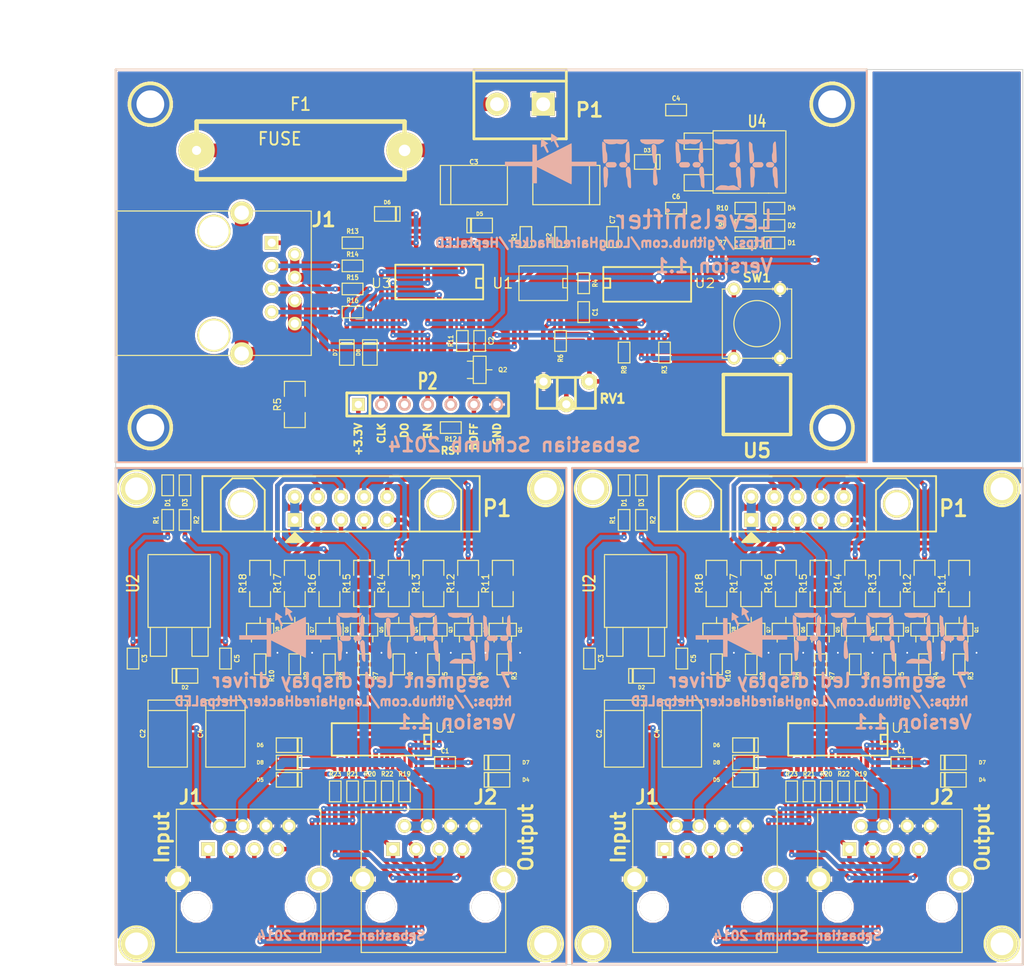
<source format=kicad_pcb>
(kicad_pcb (version 3) (host pcbnew "(2013-may-18)-stable")
  (layers (15 F.Cu signal) (0 B.Cu signal) (18 B.Paste user) (19 F.Paste user) (20 B.SilkS user) (21 F.SilkS user) (22 B.Mask user) (23 F.Mask user) (28 Edge.Cuts user))
  (net 0 "")
  (net 1 +24V)
  (net 2 +3.3V)
  (net 3 +5V)
  (net 4 3.3_Clock)
  (net 5 3.3_Data_Out)
  (net 6 3.3_Enable)
  (net 7 3.3_Reset)
  (net 8 BusOff)
  (net 9 Clock)
  (net 10 Data_In)
  (net 11 Data_Out)
  (net 12 Enable)
  (net 13 FET_1)
  (net 14 FET_2)
  (net 15 FET_3)
  (net 16 FET_4)
  (net 17 FET_5)
  (net 18 FET_6)
  (net 19 FET_7)
  (net 20 FET_8)
  (net 21 GND)
  (net 22 N-0000010)
  (net 23 N-0000015)
  (net 24 N-0000016)
  (net 25 N-0000017)
  (net 26 N-0000018)
  (net 27 N-0000019)
  (net 28 N-000002)
  (net 29 N-0000020)
  (net 30 N-0000021)
  (net 31 N-0000022)
  (net 32 N-0000023)
  (net 33 N-0000024)
  (net 34 N-0000025)
  (net 35 N-0000026)
  (net 36 N-0000027)
  (net 37 N-0000028)
  (net 38 N-0000029)
  (net 39 N-0000030)
  (net 40 N-0000031)
  (net 41 N-0000032)
  (net 42 N-0000033)
  (net 43 N-0000034)
  (net 44 N-0000035)
  (net 45 N-0000036)
  (net 46 N-0000037)
  (net 47 N-0000038)
  (net 48 N-000004)
  (net 49 N-0000045)
  (net 50 N-0000047)
  (net 51 N-000007)
  (net 52 PowerOn)
  (net 53 Reset)
  (net 54 SEG_1)
  (net 55 SEG_2)
  (net 56 SEG_3)
  (net 57 SEG_4)
  (net 58 SEG_5)
  (net 59 SEG_6)
  (net 60 SEG_7)
  (net 61 SEG_8)
  (net 62 Sense)
  (net 63 Shutdown)
  (module SM0603 (layer F.Cu) (at 231.14 155.575 270)
    (fp_text reference R23 (at -1.905 0 360) (layer F.SilkS) (effects (font (size 0.508 0.4572) (thickness 0.1143))))
    (fp_text value 1k hide)
    (pad 1 smd rect (at -0.762 0 270) (size 0.635 1.143) (layers F.Cu F.Paste F.Mask) (net 40 N-0000031))
    (pad 2 smd rect (at 0.762 0 270) (size 0.635 1.143) (layers F.Cu F.Paste F.Mask) (net 11 Data_Out))
  )
  (module SM0603 (layer F.Cu) (at 236.855 155.575 90)
    (fp_text reference R22 (at 1.905 0 180) (layer F.SilkS) (effects (font (size 0.508 0.4572) (thickness 0.1143))))
    (fp_text value 1k hide)
    (pad 1 smd rect (at -0.762 0 90) (size 0.635 1.143) (layers F.Cu F.Paste F.Mask) (net 12 Enable))
    (pad 2 smd rect (at 0.762 0 90) (size 0.635 1.143) (layers F.Cu F.Paste F.Mask) (net 42 N-0000033))
  )
  (module SM0603 (layer F.Cu) (at 233.045 155.575 90)
    (fp_text reference R21 (at 1.905 0 180) (layer F.SilkS) (effects (font (size 0.508 0.4572) (thickness 0.1143))))
    (fp_text value 1k hide)
    (pad 1 smd rect (at -0.762 0 90) (size 0.635 1.143) (layers F.Cu F.Paste F.Mask) (net 53 Reset))
    (pad 2 smd rect (at 0.762 0 90) (size 0.635 1.143) (layers F.Cu F.Paste F.Mask) (net 38 N-0000029))
  )
  (module SM0603 (layer F.Cu) (at 234.95 155.575 90)
    (fp_text reference R20 (at 1.905 0 180) (layer F.SilkS) (effects (font (size 0.508 0.4572) (thickness 0.1143))))
    (fp_text value 1k hide)
    (pad 1 smd rect (at -0.762 0 90) (size 0.635 1.143) (layers F.Cu F.Paste F.Mask) (net 9 Clock))
    (pad 2 smd rect (at 0.762 0 90) (size 0.635 1.143) (layers F.Cu F.Paste F.Mask) (net 39 N-0000030))
  )
  (module SM0603 (layer F.Cu) (at 238.76 155.575 90)
    (fp_text reference R19 (at 1.905 0 180) (layer F.SilkS) (effects (font (size 0.508 0.4572) (thickness 0.1143))))
    (fp_text value 1k hide)
    (pad 1 smd rect (at -0.762 0 90) (size 0.635 1.143) (layers F.Cu F.Paste F.Mask) (net 10 Data_In))
    (pad 2 smd rect (at 0.762 0 90) (size 0.635 1.143) (layers F.Cu F.Paste F.Mask) (net 41 N-0000032))
  )
  (module sod123 (layer F.Cu) (at 226.06 152.4)
    (fp_text reference D8 (at -3.175 0) (layer F.SilkS) (effects (font (size 0.39878 0.39878) (thickness 0.09906))))
    (fp_text value ZENER hide)
    (pad 2 smd rect (at 1.67386 0) (size 0.8509 0.8509) (layers F.Cu F.Paste F.Mask) (net 40 N-0000031))
    (pad 1 smd rect (at -1.67386 0) (size 0.8509 0.8509) (layers F.Cu F.Paste F.Mask) (net 21 GND))
  )
  (module sod123 (layer F.Cu) (at 248.92 152.4 180)
    (fp_text reference D7 (at -3.175 0 180) (layer F.SilkS) (effects (font (size 0.39878 0.39878) (thickness 0.09906))))
    (fp_text value ZENER hide)
    (pad 2 smd rect (at 1.67386 0 180) (size 0.8509 0.8509) (layers F.Cu F.Paste F.Mask) (net 42 N-0000033))
    (pad 1 smd rect (at -1.67386 0 180) (size 0.8509 0.8509) (layers F.Cu F.Paste F.Mask) (net 21 GND))
  )
  (module sod123 (layer F.Cu) (at 226.06 150.495)
    (fp_text reference D6 (at -3.175 0) (layer F.SilkS) (effects (font (size 0.39878 0.39878) (thickness 0.09906))))
    (fp_text value ZENER hide)
    (pad 2 smd rect (at 1.67386 0) (size 0.8509 0.8509) (layers F.Cu F.Paste F.Mask) (net 38 N-0000029))
    (pad 1 smd rect (at -1.67386 0) (size 0.8509 0.8509) (layers F.Cu F.Paste F.Mask) (net 21 GND))
  )
  (module sod123 (layer F.Cu) (at 226.06 154.305)
    (fp_text reference D5 (at -3.175 0) (layer F.SilkS) (effects (font (size 0.39878 0.39878) (thickness 0.09906))))
    (fp_text value ZENER hide)
    (pad 2 smd rect (at 1.67386 0) (size 0.8509 0.8509) (layers F.Cu F.Paste F.Mask) (net 39 N-0000030))
    (pad 1 smd rect (at -1.67386 0) (size 0.8509 0.8509) (layers F.Cu F.Paste F.Mask) (net 21 GND))
  )
  (module sod123 (layer F.Cu) (at 248.92 154.305 180)
    (fp_text reference D4 (at -3.175 0 180) (layer F.SilkS) (effects (font (size 0.39878 0.39878) (thickness 0.09906))))
    (fp_text value ZENER hide)
    (pad 2 smd rect (at 1.67386 0 180) (size 0.8509 0.8509) (layers F.Cu F.Paste F.Mask) (net 41 N-0000032))
    (pad 1 smd rect (at -1.67386 0 180) (size 0.8509 0.8509) (layers F.Cu F.Paste F.Mask) (net 21 GND))
  )
  (module logo_silkbot_30_00mm (layer B.Cu) (at 235.585 138.43)
    (fp_text reference G*** hide)
    (fp_text value logo_silkbot_30_00mm hide)
  )
  (module SM0603 (layer F.Cu) (at 219.075 140.97 270)
    (fp_text reference C5 (at 0 -1.27 270) (layer F.SilkS) (effects (font (size 0.508 0.4572) (thickness 0.1143))))
    (fp_text value 100nF hide)
    (pad 1 smd rect (at -0.762 0 270) (size 0.635 1.143) (layers F.Cu F.Paste F.Mask) (net 3 +5V))
    (pad 2 smd rect (at 0.762 0 270) (size 0.635 1.143) (layers F.Cu F.Paste F.Mask) (net 21 GND))
  )
  (module c_tant_D (layer F.Cu) (at 212.725 149.225 90)
    (fp_text reference C2 (at 0 -2.7305 90) (layer F.SilkS) (effects (font (size 0.50038 0.50038) (thickness 0.11938))))
    (fp_text value 10uF hide)
    (pad 1 smd rect (at 2.99974 0 90) (size 2.55016 2.70002) (layers F.Cu F.Paste F.Mask) (net 1 +24V))
    (pad 2 smd rect (at -2.99974 0 90) (size 2.55016 3.79984) (layers F.Cu F.Paste F.Mask) (net 21 GND))
  )
  (module DPAK2 (layer F.Cu) (at 213.995 139.065)
    (fp_text reference U2 (at -5.08 -6.35 90) (layer F.SilkS) (effects (font (size 1.27 1.016) (thickness 0.2032))))
    (fp_text value TS2937 hide)
    (pad 1 smd rect (at -2.286 0) (size 1.651 3.048) (layers F.Cu F.Paste F.Mask) (net 1 +24V))
    (pad 2 smd rect (at 0 -6.35) (size 6.096 6.096) (layers F.Cu F.Paste F.Mask) (net 21 GND))
    (pad 3 smd rect (at 2.286 0) (size 1.651 3.048) (layers F.Cu F.Paste F.Mask) (net 3 +5V))
  )
  (module SM0603 (layer F.Cu) (at 226.695 141.605 270)
    (fp_text reference R9 (at 1.27 -1.27 270) (layer F.SilkS) (effects (font (size 0.508 0.4572) (thickness 0.1143))))
    (fp_text value 220 hide)
    (pad 1 smd rect (at -0.762 0 270) (size 0.635 1.143) (layers F.Cu F.Paste F.Mask) (net 46 N-0000037))
    (pad 2 smd rect (at 0.762 0 270) (size 0.635 1.143) (layers F.Cu F.Paste F.Mask) (net 19 FET_7))
  )
  (module SM0603 (layer F.Cu) (at 222.885 141.605 270)
    (fp_text reference R10 (at 1.27 -1.27 270) (layer F.SilkS) (effects (font (size 0.508 0.4572) (thickness 0.1143))))
    (fp_text value 220 hide)
    (pad 1 smd rect (at -0.762 0 270) (size 0.635 1.143) (layers F.Cu F.Paste F.Mask) (net 44 N-0000035))
    (pad 2 smd rect (at 0.762 0 270) (size 0.635 1.143) (layers F.Cu F.Paste F.Mask) (net 20 FET_8))
  )
  (module SM0603 (layer F.Cu) (at 230.505 141.605 270)
    (fp_text reference R8 (at 1.27 -1.27 270) (layer F.SilkS) (effects (font (size 0.508 0.4572) (thickness 0.1143))))
    (fp_text value 220 hide)
    (pad 1 smd rect (at -0.762 0 270) (size 0.635 1.143) (layers F.Cu F.Paste F.Mask) (net 47 N-0000038))
    (pad 2 smd rect (at 0.762 0 270) (size 0.635 1.143) (layers F.Cu F.Paste F.Mask) (net 18 FET_6))
  )
  (module SM0603 (layer F.Cu) (at 243.205 152.4)
    (fp_text reference C1 (at 0 -1.27) (layer F.SilkS) (effects (font (size 0.508 0.4572) (thickness 0.1143))))
    (fp_text value 100n hide)
    (pad 1 smd rect (at -0.762 0) (size 0.635 1.143) (layers F.Cu F.Paste F.Mask) (net 3 +5V))
    (pad 2 smd rect (at 0.762 0) (size 0.635 1.143) (layers F.Cu F.Paste F.Mask) (net 21 GND))
  )
  (module SM0603 (layer F.Cu) (at 212.725 121.92 90)
    (fp_text reference D1 (at -1.905 0 90) (layer F.SilkS) (effects (font (size 0.508 0.4572) (thickness 0.1143))))
    (fp_text value LED hide)
    (pad 1 smd rect (at -0.762 0 90) (size 0.635 1.143) (layers F.Cu F.Paste F.Mask) (net 50 N-0000047))
    (pad 2 smd rect (at 0.762 0 90) (size 0.635 1.143) (layers F.Cu F.Paste F.Mask) (net 21 GND))
  )
  (module SM0603 (layer F.Cu) (at 234.315 141.605 270)
    (fp_text reference R7 (at 1.27 -1.27 270) (layer F.SilkS) (effects (font (size 0.508 0.4572) (thickness 0.1143))))
    (fp_text value 220 hide)
    (pad 1 smd rect (at -0.762 0 270) (size 0.635 1.143) (layers F.Cu F.Paste F.Mask) (net 35 N-0000026))
    (pad 2 smd rect (at 0.762 0 270) (size 0.635 1.143) (layers F.Cu F.Paste F.Mask) (net 17 FET_5))
  )
  (module SM0603 (layer F.Cu) (at 212.725 125.73 90)
    (fp_text reference R1 (at 0 -1.27 90) (layer F.SilkS) (effects (font (size 0.508 0.4572) (thickness 0.1143))))
    (fp_text value 1k hide)
    (pad 1 smd rect (at -0.762 0 90) (size 0.635 1.143) (layers F.Cu F.Paste F.Mask) (net 1 +24V))
    (pad 2 smd rect (at 0.762 0 90) (size 0.635 1.143) (layers F.Cu F.Paste F.Mask) (net 50 N-0000047))
  )
  (module SM0603 (layer F.Cu) (at 214.63 121.92 90)
    (fp_text reference D3 (at -1.905 0 90) (layer F.SilkS) (effects (font (size 0.508 0.4572) (thickness 0.1143))))
    (fp_text value LED hide)
    (pad 1 smd rect (at -0.762 0 90) (size 0.635 1.143) (layers F.Cu F.Paste F.Mask) (net 49 N-0000045))
    (pad 2 smd rect (at 0.762 0 90) (size 0.635 1.143) (layers F.Cu F.Paste F.Mask) (net 21 GND))
  )
  (module SM0603 (layer F.Cu) (at 238.125 141.605 270)
    (fp_text reference R6 (at 1.27 -1.27 270) (layer F.SilkS) (effects (font (size 0.508 0.4572) (thickness 0.1143))))
    (fp_text value 220 hide)
    (pad 1 smd rect (at -0.762 0 270) (size 0.635 1.143) (layers F.Cu F.Paste F.Mask) (net 26 N-0000018))
    (pad 2 smd rect (at 0.762 0 270) (size 0.635 1.143) (layers F.Cu F.Paste F.Mask) (net 16 FET_4))
  )
  (module SM0603 (layer F.Cu) (at 241.935 141.605 270)
    (fp_text reference R5 (at 1.27 -1.27 270) (layer F.SilkS) (effects (font (size 0.508 0.4572) (thickness 0.1143))))
    (fp_text value 220 hide)
    (pad 1 smd rect (at -0.762 0 270) (size 0.635 1.143) (layers F.Cu F.Paste F.Mask) (net 29 N-0000020))
    (pad 2 smd rect (at 0.762 0 270) (size 0.635 1.143) (layers F.Cu F.Paste F.Mask) (net 15 FET_3))
  )
  (module SM0603 (layer F.Cu) (at 245.745 141.605 270)
    (fp_text reference R4 (at 1.27 -1.27 270) (layer F.SilkS) (effects (font (size 0.508 0.4572) (thickness 0.1143))))
    (fp_text value 220 hide)
    (pad 1 smd rect (at -0.762 0 270) (size 0.635 1.143) (layers F.Cu F.Paste F.Mask) (net 30 N-0000021))
    (pad 2 smd rect (at 0.762 0 270) (size 0.635 1.143) (layers F.Cu F.Paste F.Mask) (net 14 FET_2))
  )
  (module SM0603 (layer F.Cu) (at 208.915 140.97 270)
    (fp_text reference C3 (at 0 -1.27 270) (layer F.SilkS) (effects (font (size 0.508 0.4572) (thickness 0.1143))))
    (fp_text value 100nF hide)
    (pad 1 smd rect (at -0.762 0 270) (size 0.635 1.143) (layers F.Cu F.Paste F.Mask) (net 1 +24V))
    (pad 2 smd rect (at 0.762 0 270) (size 0.635 1.143) (layers F.Cu F.Paste F.Mask) (net 21 GND))
  )
  (module SM0603 (layer F.Cu) (at 249.555 141.605 270)
    (fp_text reference R3 (at 1.27 -1.27 270) (layer F.SilkS) (effects (font (size 0.508 0.4572) (thickness 0.1143))))
    (fp_text value 220 hide)
    (pad 1 smd rect (at -0.762 0 270) (size 0.635 1.143) (layers F.Cu F.Paste F.Mask) (net 32 N-0000023))
    (pad 2 smd rect (at 0.762 0 270) (size 0.635 1.143) (layers F.Cu F.Paste F.Mask) (net 13 FET_1))
  )
  (module SM0603 (layer F.Cu) (at 214.63 125.73 90)
    (fp_text reference R2 (at 0 1.27 90) (layer F.SilkS) (effects (font (size 0.508 0.4572) (thickness 0.1143))))
    (fp_text value 1k hide)
    (pad 1 smd rect (at -0.762 0 90) (size 0.635 1.143) (layers F.Cu F.Paste F.Mask) (net 3 +5V))
    (pad 2 smd rect (at 0.762 0 90) (size 0.635 1.143) (layers F.Cu F.Paste F.Mask) (net 49 N-0000045))
  )
  (module SM1206 (layer F.Cu) (at 222.885 132.715 90)
    (fp_text reference R18 (at 0 -1.905 90) (layer F.SilkS) (effects (font (size 0.762 0.762) (thickness 0.127))))
    (fp_text value 470 hide)
    (pad 1 smd rect (at -1.651 0 90) (size 1.524 2.032) (layers F.Cu F.Paste F.Mask) (net 43 N-0000034))
    (pad 2 smd rect (at 1.651 0 90) (size 1.524 2.032) (layers F.Cu F.Paste F.Mask) (net 61 SEG_8))
  )
  (module SM1206 (layer F.Cu) (at 249.555 132.715 90)
    (fp_text reference R11 (at 0 -1.905 90) (layer F.SilkS) (effects (font (size 0.762 0.762) (thickness 0.127))))
    (fp_text value 160 hide)
    (pad 1 smd rect (at -1.651 0 90) (size 1.524 2.032) (layers F.Cu F.Paste F.Mask) (net 31 N-0000022))
    (pad 2 smd rect (at 1.651 0 90) (size 1.524 2.032) (layers F.Cu F.Paste F.Mask) (net 54 SEG_1))
  )
  (module SM1206 (layer F.Cu) (at 245.745 132.715 90)
    (fp_text reference R12 (at 0 -1.905 90) (layer F.SilkS) (effects (font (size 0.762 0.762) (thickness 0.127))))
    (fp_text value 160 hide)
    (pad 1 smd rect (at -1.651 0 90) (size 1.524 2.032) (layers F.Cu F.Paste F.Mask) (net 33 N-0000024))
    (pad 2 smd rect (at 1.651 0 90) (size 1.524 2.032) (layers F.Cu F.Paste F.Mask) (net 55 SEG_2))
  )
  (module SM1206 (layer F.Cu) (at 241.935 132.715 90)
    (fp_text reference R13 (at 0 -1.905 90) (layer F.SilkS) (effects (font (size 0.762 0.762) (thickness 0.127))))
    (fp_text value 160 hide)
    (pad 1 smd rect (at -1.651 0 90) (size 1.524 2.032) (layers F.Cu F.Paste F.Mask) (net 27 N-0000019))
    (pad 2 smd rect (at 1.651 0 90) (size 1.524 2.032) (layers F.Cu F.Paste F.Mask) (net 56 SEG_3))
  )
  (module SM1206 (layer F.Cu) (at 226.695 132.715 90)
    (fp_text reference R17 (at 0 -1.905 90) (layer F.SilkS) (effects (font (size 0.762 0.762) (thickness 0.127))))
    (fp_text value 470 hide)
    (pad 1 smd rect (at -1.651 0 90) (size 1.524 2.032) (layers F.Cu F.Paste F.Mask) (net 45 N-0000036))
    (pad 2 smd rect (at 1.651 0 90) (size 1.524 2.032) (layers F.Cu F.Paste F.Mask) (net 60 SEG_7))
  )
  (module SM1206 (layer F.Cu) (at 234.315 132.715 90)
    (fp_text reference R15 (at 0 -1.905 90) (layer F.SilkS) (effects (font (size 0.762 0.762) (thickness 0.127))))
    (fp_text value 160 hide)
    (pad 1 smd rect (at -1.651 0 90) (size 1.524 2.032) (layers F.Cu F.Paste F.Mask) (net 34 N-0000025))
    (pad 2 smd rect (at 1.651 0 90) (size 1.524 2.032) (layers F.Cu F.Paste F.Mask) (net 58 SEG_5))
  )
  (module SM1206 (layer F.Cu) (at 230.505 132.715 90)
    (fp_text reference R16 (at 0 -1.905 90) (layer F.SilkS) (effects (font (size 0.762 0.762) (thickness 0.127))))
    (fp_text value 160 hide)
    (pad 1 smd rect (at -1.651 0 90) (size 1.524 2.032) (layers F.Cu F.Paste F.Mask) (net 36 N-0000027))
    (pad 2 smd rect (at 1.651 0 90) (size 1.524 2.032) (layers F.Cu F.Paste F.Mask) (net 59 SEG_6))
  )
  (module SM1206 (layer F.Cu) (at 238.125 132.715 90)
    (fp_text reference R14 (at 0 -1.905 90) (layer F.SilkS) (effects (font (size 0.762 0.762) (thickness 0.127))))
    (fp_text value 160 hide)
    (pad 1 smd rect (at -1.651 0 90) (size 1.524 2.032) (layers F.Cu F.Paste F.Mask) (net 25 N-0000017))
    (pad 2 smd rect (at 1.651 0 90) (size 1.524 2.032) (layers F.Cu F.Paste F.Mask) (net 57 SEG_4))
  )
  (module SO16E (layer F.Cu) (at 236.22 149.86 180)
    (fp_text reference U1 (at -6.985 1.27 180) (layer F.SilkS) (effects (font (size 1.016 1.143) (thickness 0.127))))
    (fp_text value 74HC595 hide)
    (pad 1 smd rect (at -4.445 2.54 180) (size 0.508 1.143) (layers F.Cu F.Paste F.Mask) (net 14 FET_2))
    (pad 2 smd rect (at -3.175 2.54 180) (size 0.508 1.143) (layers F.Cu F.Paste F.Mask) (net 15 FET_3))
    (pad 3 smd rect (at -1.905 2.54 180) (size 0.508 1.143) (layers F.Cu F.Paste F.Mask) (net 16 FET_4))
    (pad 4 smd rect (at -0.635 2.54 180) (size 0.508 1.143) (layers F.Cu F.Paste F.Mask) (net 17 FET_5))
    (pad 5 smd rect (at 0.635 2.54 180) (size 0.508 1.143) (layers F.Cu F.Paste F.Mask) (net 18 FET_6))
    (pad 6 smd rect (at 1.905 2.54 180) (size 0.508 1.143) (layers F.Cu F.Paste F.Mask) (net 19 FET_7))
    (pad 7 smd rect (at 3.175 2.54 180) (size 0.508 1.143) (layers F.Cu F.Paste F.Mask) (net 20 FET_8))
    (pad 8 smd rect (at 4.445 2.54 180) (size 0.508 1.143) (layers F.Cu F.Paste F.Mask) (net 21 GND))
    (pad 9 smd rect (at 4.445 -2.54 180) (size 0.508 1.143) (layers F.Cu F.Paste F.Mask) (net 40 N-0000031))
    (pad 10 smd rect (at 3.175 -2.54 180) (size 0.508 1.143) (layers F.Cu F.Paste F.Mask) (net 38 N-0000029))
    (pad 11 smd rect (at 1.905 -2.54 180) (size 0.508 1.143) (layers F.Cu F.Paste F.Mask) (net 39 N-0000030))
    (pad 12 smd rect (at 0.635 -2.54 180) (size 0.508 1.143) (layers F.Cu F.Paste F.Mask) (net 42 N-0000033))
    (pad 13 smd rect (at -0.635 -2.54 180) (size 0.508 1.143) (layers F.Cu F.Paste F.Mask) (net 21 GND))
    (pad 14 smd rect (at -1.905 -2.54 180) (size 0.508 1.143) (layers F.Cu F.Paste F.Mask) (net 41 N-0000032))
    (pad 15 smd rect (at -3.175 -2.54 180) (size 0.508 1.143) (layers F.Cu F.Paste F.Mask) (net 13 FET_1))
    (pad 16 smd rect (at -4.445 -2.54 180) (size 0.508 1.143) (layers F.Cu F.Paste F.Mask) (net 3 +5V))
  )
  (module sod123 (layer F.Cu) (at 214.63 142.875 180)
    (fp_text reference D2 (at 0 -1.27 180) (layer F.SilkS) (effects (font (size 0.39878 0.39878) (thickness 0.09906))))
    (fp_text value BAT42W hide)
    (pad 2 smd rect (at 1.67386 0 180) (size 0.8509 0.8509) (layers F.Cu F.Paste F.Mask) (net 1 +24V))
    (pad 1 smd rect (at -1.67386 0 180) (size 0.8509 0.8509) (layers F.Cu F.Paste F.Mask) (net 3 +5V))
  )
  (module sot23 (layer F.Cu) (at 234.315 137.795)
    (fp_text reference Q5 (at 1.905 0 90) (layer F.SilkS) (effects (font (size 0.35 0.35) (thickness 0.0875))))
    (fp_text value NDS355 hide)
    (pad 1 smd rect (at -0.9525 1.05664) (size 0.59944 1.00076) (layers F.Cu F.Paste F.Mask) (net 35 N-0000026))
    (pad 2 smd rect (at 0 -1.05664) (size 0.59944 1.00076) (layers F.Cu F.Paste F.Mask) (net 34 N-0000025))
    (pad 3 smd rect (at 0.9525 1.05664) (size 0.59944 1.00076) (layers F.Cu F.Paste F.Mask) (net 21 GND))
  )
  (module sot23 (layer F.Cu) (at 238.125 137.795)
    (fp_text reference Q4 (at 1.905 0 90) (layer F.SilkS) (effects (font (size 0.35 0.35) (thickness 0.0875))))
    (fp_text value NDS355 hide)
    (pad 1 smd rect (at -0.9525 1.05664) (size 0.59944 1.00076) (layers F.Cu F.Paste F.Mask) (net 26 N-0000018))
    (pad 2 smd rect (at 0 -1.05664) (size 0.59944 1.00076) (layers F.Cu F.Paste F.Mask) (net 25 N-0000017))
    (pad 3 smd rect (at 0.9525 1.05664) (size 0.59944 1.00076) (layers F.Cu F.Paste F.Mask) (net 21 GND))
  )
  (module sot23 (layer F.Cu) (at 241.935 137.795)
    (fp_text reference Q3 (at 1.905 0 90) (layer F.SilkS) (effects (font (size 0.35 0.35) (thickness 0.0875))))
    (fp_text value NDS355 hide)
    (pad 1 smd rect (at -0.9525 1.05664) (size 0.59944 1.00076) (layers F.Cu F.Paste F.Mask) (net 29 N-0000020))
    (pad 2 smd rect (at 0 -1.05664) (size 0.59944 1.00076) (layers F.Cu F.Paste F.Mask) (net 27 N-0000019))
    (pad 3 smd rect (at 0.9525 1.05664) (size 0.59944 1.00076) (layers F.Cu F.Paste F.Mask) (net 21 GND))
  )
  (module sot23 (layer F.Cu) (at 222.885 137.795)
    (fp_text reference Q8 (at 1.905 0 90) (layer F.SilkS) (effects (font (size 0.35 0.35) (thickness 0.0875))))
    (fp_text value NDS355 hide)
    (pad 1 smd rect (at -0.9525 1.05664) (size 0.59944 1.00076) (layers F.Cu F.Paste F.Mask) (net 44 N-0000035))
    (pad 2 smd rect (at 0 -1.05664) (size 0.59944 1.00076) (layers F.Cu F.Paste F.Mask) (net 43 N-0000034))
    (pad 3 smd rect (at 0.9525 1.05664) (size 0.59944 1.00076) (layers F.Cu F.Paste F.Mask) (net 21 GND))
  )
  (module sot23 (layer F.Cu) (at 245.745 137.795)
    (fp_text reference Q2 (at 1.905 0 90) (layer F.SilkS) (effects (font (size 0.35 0.35) (thickness 0.0875))))
    (fp_text value NDS355 hide)
    (pad 1 smd rect (at -0.9525 1.05664) (size 0.59944 1.00076) (layers F.Cu F.Paste F.Mask) (net 30 N-0000021))
    (pad 2 smd rect (at 0 -1.05664) (size 0.59944 1.00076) (layers F.Cu F.Paste F.Mask) (net 33 N-0000024))
    (pad 3 smd rect (at 0.9525 1.05664) (size 0.59944 1.00076) (layers F.Cu F.Paste F.Mask) (net 21 GND))
  )
  (module sot23 (layer F.Cu) (at 230.505 137.795)
    (fp_text reference Q6 (at 1.905 0 90) (layer F.SilkS) (effects (font (size 0.35 0.35) (thickness 0.0875))))
    (fp_text value NDS355 hide)
    (pad 1 smd rect (at -0.9525 1.05664) (size 0.59944 1.00076) (layers F.Cu F.Paste F.Mask) (net 47 N-0000038))
    (pad 2 smd rect (at 0 -1.05664) (size 0.59944 1.00076) (layers F.Cu F.Paste F.Mask) (net 36 N-0000027))
    (pad 3 smd rect (at 0.9525 1.05664) (size 0.59944 1.00076) (layers F.Cu F.Paste F.Mask) (net 21 GND))
  )
  (module sot23 (layer F.Cu) (at 249.555 137.795)
    (fp_text reference Q1 (at 1.905 0 90) (layer F.SilkS) (effects (font (size 0.35 0.35) (thickness 0.0875))))
    (fp_text value NDS355 hide)
    (pad 1 smd rect (at -0.9525 1.05664) (size 0.59944 1.00076) (layers F.Cu F.Paste F.Mask) (net 32 N-0000023))
    (pad 2 smd rect (at 0 -1.05664) (size 0.59944 1.00076) (layers F.Cu F.Paste F.Mask) (net 31 N-0000022))
    (pad 3 smd rect (at 0.9525 1.05664) (size 0.59944 1.00076) (layers F.Cu F.Paste F.Mask) (net 21 GND))
  )
  (module sot23 (layer F.Cu) (at 226.695 137.795)
    (fp_text reference Q7 (at 1.905 0 90) (layer F.SilkS) (effects (font (size 0.35 0.35) (thickness 0.0875))))
    (fp_text value NDS355 hide)
    (pad 1 smd rect (at -0.9525 1.05664) (size 0.59944 1.00076) (layers F.Cu F.Paste F.Mask) (net 46 N-0000037))
    (pad 2 smd rect (at 0 -1.05664) (size 0.59944 1.00076) (layers F.Cu F.Paste F.Mask) (net 45 N-0000036))
    (pad 3 smd rect (at 0.9525 1.05664) (size 0.59944 1.00076) (layers F.Cu F.Paste F.Mask) (net 21 GND))
  )
  (module c_tant_D (layer F.Cu) (at 219.075 149.225 90)
    (fp_text reference C4 (at 0 -2.7305 90) (layer F.SilkS) (effects (font (size 0.50038 0.50038) (thickness 0.11938))))
    (fp_text value 10uF hide)
    (pad 1 smd rect (at 2.99974 0 90) (size 2.55016 2.70002) (layers F.Cu F.Paste F.Mask) (net 3 +5V))
    (pad 2 smd rect (at -2.99974 0 90) (size 2.55016 3.79984) (layers F.Cu F.Paste F.Mask) (net 21 GND))
  )
  (module HE10-10C (layer F.Cu) (at 231.775 124.46 180)
    (fp_text reference P1 (at -17.145 0 360) (layer F.SilkS) (effects (font (size 1.77546 1.5875) (thickness 0.3048))))
    (fp_text value HE10-10 hide)
    (pad 0 thru_hole circle (at -10.922 0.508 180) (size 3.048 3.048) (drill 2.54) (layers *.Cu *.Mask F.SilkS))
    (pad 0 thru_hole circle (at 10.922 0.508 180) (size 3.048 3.048) (drill 2.54) (layers *.Cu *.Mask F.SilkS))
    (pad 1 thru_hole rect (at 5.08 -1.27 180) (size 1.524 1.524) (drill 0.8128) (layers *.Cu *.Mask F.SilkS) (net 1 +24V))
    (pad 2 thru_hole circle (at 5.08 1.27 180) (size 1.524 1.524) (drill 0.8128) (layers *.Cu *.Mask F.SilkS) (net 1 +24V))
    (pad 3 thru_hole circle (at 2.54 -1.27 180) (size 1.524 1.524) (drill 0.8128) (layers *.Cu *.Mask F.SilkS) (net 60 SEG_7))
    (pad 4 thru_hole circle (at 2.54 1.27 180) (size 1.524 1.524) (drill 0.8128) (layers *.Cu *.Mask F.SilkS) (net 61 SEG_8))
    (pad 5 thru_hole circle (at 0 -1.27 180) (size 1.524 1.524) (drill 0.8128) (layers *.Cu *.Mask F.SilkS) (net 58 SEG_5))
    (pad 6 thru_hole circle (at 0 1.27 180) (size 1.524 1.524) (drill 0.8128) (layers *.Cu *.Mask F.SilkS) (net 59 SEG_6))
    (pad 7 thru_hole circle (at -2.54 -1.27 180) (size 1.524 1.524) (drill 0.8128) (layers *.Cu *.Mask F.SilkS) (net 56 SEG_3))
    (pad 8 thru_hole circle (at -2.54 1.27 180) (size 1.524 1.524) (drill 0.8128) (layers *.Cu *.Mask F.SilkS) (net 57 SEG_4))
    (pad 9 thru_hole circle (at -5.08 -1.27 180) (size 1.524 1.524) (drill 0.8128) (layers *.Cu *.Mask F.SilkS) (net 54 SEG_1))
    (pad 10 thru_hole circle (at -5.08 1.27 180) (size 1.524 1.524) (drill 0.8128) (layers *.Cu *.Mask F.SilkS) (net 55 SEG_2))
  )
  (module 1pin (layer F.Cu) (at 254.254 122.301)
    (fp_text reference 1PIN hide)
    (fp_text value P*** hide)
    (pad 1 thru_hole circle (at 0 0) (size 3.5 3.5) (drill 2.5) (layers *.Cu *.Mask F.SilkS))
  )
  (module 1pin (layer F.Cu) (at 254.254 172.339)
    (fp_text reference 1PIN hide)
    (fp_text value P*** hide)
    (pad 1 thru_hole circle (at 0 0) (size 3.5 3.5) (drill 2.5) (layers *.Cu *.Mask F.SilkS))
  )
  (module 1pin (layer F.Cu) (at 209.296 172.339)
    (fp_text reference 1PIN hide)
    (fp_text value P*** hide)
    (pad 1 thru_hole circle (at 0 0) (size 3.5 3.5) (drill 2.5) (layers *.Cu *.Mask F.SilkS))
  )
  (module 1pin (layer F.Cu) (at 209.296 122.301)
    (fp_text reference 1PIN hide)
    (fp_text value P*** hide)
    (pad 1 thru_hole circle (at 0 0) (size 3.5 3.5) (drill 2.5) (layers *.Cu *.Mask F.SilkS))
  )
  (module RJ45_MEBP_8-8G (layer F.Cu) (at 221.615 168.275)
    (fp_text reference J1 (at -6.35 -12.065) (layer F.SilkS) (effects (font (size 1.524 1.524) (thickness 0.3048))))
    (fp_text value RJ45 hide)
    (pad "" thru_hole circle (at 5.715 0) (size 3 3) (drill 3) (layers *.Cu *.Mask F.SilkS))
    (pad "" thru_hole circle (at -5.715 0) (size 3 3) (drill 3) (layers *.Cu *.Mask F.SilkS))
    (pad 1 thru_hole rect (at -4.445 -6.35) (size 1.50114 1.50114) (drill 0.89916) (layers *.Cu *.Mask F.SilkS) (net 9 Clock))
    (pad 2 thru_hole circle (at -3.175 -8.89) (size 1.50114 1.50114) (drill 0.89916) (layers *.Cu *.Mask F.SilkS) (net 1 +24V))
    (pad 3 thru_hole circle (at -1.905 -6.35) (size 1.50114 1.50114) (drill 0.89916) (layers *.Cu *.Mask F.SilkS) (net 12 Enable))
    (pad 4 thru_hole circle (at -0.635 -8.89) (size 1.50114 1.50114) (drill 0.89916) (layers *.Cu *.Mask F.SilkS) (net 1 +24V))
    (pad 5 thru_hole circle (at 0.635 -6.35) (size 1.50114 1.50114) (drill 0.89916) (layers *.Cu *.Mask F.SilkS) (net 10 Data_In))
    (pad 6 thru_hole circle (at 1.905 -8.89) (size 1.50114 1.50114) (drill 0.89916) (layers *.Cu *.Mask F.SilkS) (net 21 GND))
    (pad 7 thru_hole circle (at 3.175 -6.35) (size 1.50114 1.50114) (drill 0.89916) (layers *.Cu *.Mask F.SilkS) (net 53 Reset))
    (pad 8 thru_hole circle (at 4.445 -8.89) (size 1.50114 1.50114) (drill 0.89916) (layers *.Cu *.Mask F.SilkS) (net 21 GND))
    (pad 9 thru_hole circle (at -7.745 -3.05) (size 2.5 2.5) (drill 1.6) (layers *.Cu *.Mask F.SilkS) (net 21 GND))
    (pad 10 thru_hole circle (at 7.747 -3.05) (size 2.5 2.5) (drill 1.6) (layers *.Cu *.Mask F.SilkS))
  )
  (module RJ45_MEBP_8-8G (layer F.Cu) (at 241.935 168.275)
    (fp_text reference J2 (at 5.715 -12.065) (layer F.SilkS) (effects (font (size 1.524 1.524) (thickness 0.3048))))
    (fp_text value RJ45 hide)
    (pad "" thru_hole circle (at 5.715 0) (size 3 3) (drill 3) (layers *.Cu *.Mask F.SilkS))
    (pad "" thru_hole circle (at -5.715 0) (size 3 3) (drill 3) (layers *.Cu *.Mask F.SilkS))
    (pad 1 thru_hole rect (at -4.445 -6.35) (size 1.50114 1.50114) (drill 0.89916) (layers *.Cu *.Mask F.SilkS) (net 9 Clock))
    (pad 2 thru_hole circle (at -3.175 -8.89) (size 1.50114 1.50114) (drill 0.89916) (layers *.Cu *.Mask F.SilkS) (net 1 +24V))
    (pad 3 thru_hole circle (at -1.905 -6.35) (size 1.50114 1.50114) (drill 0.89916) (layers *.Cu *.Mask F.SilkS) (net 12 Enable))
    (pad 4 thru_hole circle (at -0.635 -8.89) (size 1.50114 1.50114) (drill 0.89916) (layers *.Cu *.Mask F.SilkS) (net 1 +24V))
    (pad 5 thru_hole circle (at 0.635 -6.35) (size 1.50114 1.50114) (drill 0.89916) (layers *.Cu *.Mask F.SilkS) (net 11 Data_Out))
    (pad 6 thru_hole circle (at 1.905 -8.89) (size 1.50114 1.50114) (drill 0.89916) (layers *.Cu *.Mask F.SilkS) (net 21 GND))
    (pad 7 thru_hole circle (at 3.175 -6.35) (size 1.50114 1.50114) (drill 0.89916) (layers *.Cu *.Mask F.SilkS) (net 53 Reset))
    (pad 8 thru_hole circle (at 4.445 -8.89) (size 1.50114 1.50114) (drill 0.89916) (layers *.Cu *.Mask F.SilkS) (net 21 GND))
    (pad 9 thru_hole circle (at -7.745 -3.05) (size 2.5 2.5) (drill 1.6) (layers *.Cu *.Mask F.SilkS) (net 21 GND))
    (pad 10 thru_hole circle (at 7.747 -3.05) (size 2.5 2.5) (drill 1.6) (layers *.Cu *.Mask F.SilkS))
  )
  (module RJ45_MEBP_8-8G (layer F.Cu) (at 191.77 168.275)
    (fp_text reference J2 (at 5.715 -12.065) (layer F.SilkS) (effects (font (size 1.524 1.524) (thickness 0.3048))))
    (fp_text value RJ45 hide)
    (pad "" thru_hole circle (at 5.715 0) (size 3 3) (drill 3) (layers *.Cu *.Mask F.SilkS))
    (pad "" thru_hole circle (at -5.715 0) (size 3 3) (drill 3) (layers *.Cu *.Mask F.SilkS))
    (pad 1 thru_hole rect (at -4.445 -6.35) (size 1.50114 1.50114) (drill 0.89916) (layers *.Cu *.Mask F.SilkS) (net 9 Clock))
    (pad 2 thru_hole circle (at -3.175 -8.89) (size 1.50114 1.50114) (drill 0.89916) (layers *.Cu *.Mask F.SilkS) (net 1 +24V))
    (pad 3 thru_hole circle (at -1.905 -6.35) (size 1.50114 1.50114) (drill 0.89916) (layers *.Cu *.Mask F.SilkS) (net 12 Enable))
    (pad 4 thru_hole circle (at -0.635 -8.89) (size 1.50114 1.50114) (drill 0.89916) (layers *.Cu *.Mask F.SilkS) (net 1 +24V))
    (pad 5 thru_hole circle (at 0.635 -6.35) (size 1.50114 1.50114) (drill 0.89916) (layers *.Cu *.Mask F.SilkS) (net 11 Data_Out))
    (pad 6 thru_hole circle (at 1.905 -8.89) (size 1.50114 1.50114) (drill 0.89916) (layers *.Cu *.Mask F.SilkS) (net 21 GND))
    (pad 7 thru_hole circle (at 3.175 -6.35) (size 1.50114 1.50114) (drill 0.89916) (layers *.Cu *.Mask F.SilkS) (net 53 Reset))
    (pad 8 thru_hole circle (at 4.445 -8.89) (size 1.50114 1.50114) (drill 0.89916) (layers *.Cu *.Mask F.SilkS) (net 21 GND))
    (pad 9 thru_hole circle (at -7.745 -3.05) (size 2.5 2.5) (drill 1.6) (layers *.Cu *.Mask F.SilkS) (net 21 GND))
    (pad 10 thru_hole circle (at 7.747 -3.05) (size 2.5 2.5) (drill 1.6) (layers *.Cu *.Mask F.SilkS))
  )
  (module RJ45_MEBP_8-8G (layer F.Cu) (at 171.45 168.275)
    (fp_text reference J1 (at -6.35 -12.065) (layer F.SilkS) (effects (font (size 1.524 1.524) (thickness 0.3048))))
    (fp_text value RJ45 hide)
    (pad "" thru_hole circle (at 5.715 0) (size 3 3) (drill 3) (layers *.Cu *.Mask F.SilkS))
    (pad "" thru_hole circle (at -5.715 0) (size 3 3) (drill 3) (layers *.Cu *.Mask F.SilkS))
    (pad 1 thru_hole rect (at -4.445 -6.35) (size 1.50114 1.50114) (drill 0.89916) (layers *.Cu *.Mask F.SilkS) (net 9 Clock))
    (pad 2 thru_hole circle (at -3.175 -8.89) (size 1.50114 1.50114) (drill 0.89916) (layers *.Cu *.Mask F.SilkS) (net 1 +24V))
    (pad 3 thru_hole circle (at -1.905 -6.35) (size 1.50114 1.50114) (drill 0.89916) (layers *.Cu *.Mask F.SilkS) (net 12 Enable))
    (pad 4 thru_hole circle (at -0.635 -8.89) (size 1.50114 1.50114) (drill 0.89916) (layers *.Cu *.Mask F.SilkS) (net 1 +24V))
    (pad 5 thru_hole circle (at 0.635 -6.35) (size 1.50114 1.50114) (drill 0.89916) (layers *.Cu *.Mask F.SilkS) (net 10 Data_In))
    (pad 6 thru_hole circle (at 1.905 -8.89) (size 1.50114 1.50114) (drill 0.89916) (layers *.Cu *.Mask F.SilkS) (net 21 GND))
    (pad 7 thru_hole circle (at 3.175 -6.35) (size 1.50114 1.50114) (drill 0.89916) (layers *.Cu *.Mask F.SilkS) (net 53 Reset))
    (pad 8 thru_hole circle (at 4.445 -8.89) (size 1.50114 1.50114) (drill 0.89916) (layers *.Cu *.Mask F.SilkS) (net 21 GND))
    (pad 9 thru_hole circle (at -7.745 -3.05) (size 2.5 2.5) (drill 1.6) (layers *.Cu *.Mask F.SilkS) (net 21 GND))
    (pad 10 thru_hole circle (at 7.747 -3.05) (size 2.5 2.5) (drill 1.6) (layers *.Cu *.Mask F.SilkS))
  )
  (module 1pin (layer F.Cu) (at 159.131 122.301)
    (fp_text reference 1PIN hide)
    (fp_text value P*** hide)
    (pad 1 thru_hole circle (at 0 0) (size 3.5 3.5) (drill 2.5) (layers *.Cu *.Mask F.SilkS))
  )
  (module 1pin (layer F.Cu) (at 159.131 172.339)
    (fp_text reference 1PIN hide)
    (fp_text value P*** hide)
    (pad 1 thru_hole circle (at 0 0) (size 3.5 3.5) (drill 2.5) (layers *.Cu *.Mask F.SilkS))
  )
  (module 1pin (layer F.Cu) (at 204.089 172.339)
    (fp_text reference 1PIN hide)
    (fp_text value P*** hide)
    (pad 1 thru_hole circle (at 0 0) (size 3.5 3.5) (drill 2.5) (layers *.Cu *.Mask F.SilkS))
  )
  (module 1pin (layer F.Cu) (at 204.089 122.301)
    (fp_text reference 1PIN hide)
    (fp_text value P*** hide)
    (pad 1 thru_hole circle (at 0 0) (size 3.5 3.5) (drill 2.5) (layers *.Cu *.Mask F.SilkS))
  )
  (module HE10-10C (layer F.Cu) (at 181.61 124.46 180)
    (fp_text reference P1 (at -17.145 0 360) (layer F.SilkS) (effects (font (size 1.77546 1.5875) (thickness 0.3048))))
    (fp_text value HE10-10 hide)
    (pad 0 thru_hole circle (at -10.922 0.508 180) (size 3.048 3.048) (drill 2.54) (layers *.Cu *.Mask F.SilkS))
    (pad 0 thru_hole circle (at 10.922 0.508 180) (size 3.048 3.048) (drill 2.54) (layers *.Cu *.Mask F.SilkS))
    (pad 1 thru_hole rect (at 5.08 -1.27 180) (size 1.524 1.524) (drill 0.8128) (layers *.Cu *.Mask F.SilkS) (net 1 +24V))
    (pad 2 thru_hole circle (at 5.08 1.27 180) (size 1.524 1.524) (drill 0.8128) (layers *.Cu *.Mask F.SilkS) (net 1 +24V))
    (pad 3 thru_hole circle (at 2.54 -1.27 180) (size 1.524 1.524) (drill 0.8128) (layers *.Cu *.Mask F.SilkS) (net 60 SEG_7))
    (pad 4 thru_hole circle (at 2.54 1.27 180) (size 1.524 1.524) (drill 0.8128) (layers *.Cu *.Mask F.SilkS) (net 61 SEG_8))
    (pad 5 thru_hole circle (at 0 -1.27 180) (size 1.524 1.524) (drill 0.8128) (layers *.Cu *.Mask F.SilkS) (net 58 SEG_5))
    (pad 6 thru_hole circle (at 0 1.27 180) (size 1.524 1.524) (drill 0.8128) (layers *.Cu *.Mask F.SilkS) (net 59 SEG_6))
    (pad 7 thru_hole circle (at -2.54 -1.27 180) (size 1.524 1.524) (drill 0.8128) (layers *.Cu *.Mask F.SilkS) (net 56 SEG_3))
    (pad 8 thru_hole circle (at -2.54 1.27 180) (size 1.524 1.524) (drill 0.8128) (layers *.Cu *.Mask F.SilkS) (net 57 SEG_4))
    (pad 9 thru_hole circle (at -5.08 -1.27 180) (size 1.524 1.524) (drill 0.8128) (layers *.Cu *.Mask F.SilkS) (net 54 SEG_1))
    (pad 10 thru_hole circle (at -5.08 1.27 180) (size 1.524 1.524) (drill 0.8128) (layers *.Cu *.Mask F.SilkS) (net 55 SEG_2))
  )
  (module c_tant_D (layer F.Cu) (at 168.91 149.225 90)
    (fp_text reference C4 (at 0 -2.7305 90) (layer F.SilkS) (effects (font (size 0.50038 0.50038) (thickness 0.11938))))
    (fp_text value 10uF hide)
    (pad 1 smd rect (at 2.99974 0 90) (size 2.55016 2.70002) (layers F.Cu F.Paste F.Mask) (net 3 +5V))
    (pad 2 smd rect (at -2.99974 0 90) (size 2.55016 3.79984) (layers F.Cu F.Paste F.Mask) (net 21 GND))
  )
  (module sot23 (layer F.Cu) (at 176.53 137.795)
    (fp_text reference Q7 (at 1.905 0 90) (layer F.SilkS) (effects (font (size 0.35 0.35) (thickness 0.0875))))
    (fp_text value NDS355 hide)
    (pad 1 smd rect (at -0.9525 1.05664) (size 0.59944 1.00076) (layers F.Cu F.Paste F.Mask) (net 46 N-0000037))
    (pad 2 smd rect (at 0 -1.05664) (size 0.59944 1.00076) (layers F.Cu F.Paste F.Mask) (net 45 N-0000036))
    (pad 3 smd rect (at 0.9525 1.05664) (size 0.59944 1.00076) (layers F.Cu F.Paste F.Mask) (net 21 GND))
  )
  (module sot23 (layer F.Cu) (at 199.39 137.795)
    (fp_text reference Q1 (at 1.905 0 90) (layer F.SilkS) (effects (font (size 0.35 0.35) (thickness 0.0875))))
    (fp_text value NDS355 hide)
    (pad 1 smd rect (at -0.9525 1.05664) (size 0.59944 1.00076) (layers F.Cu F.Paste F.Mask) (net 32 N-0000023))
    (pad 2 smd rect (at 0 -1.05664) (size 0.59944 1.00076) (layers F.Cu F.Paste F.Mask) (net 31 N-0000022))
    (pad 3 smd rect (at 0.9525 1.05664) (size 0.59944 1.00076) (layers F.Cu F.Paste F.Mask) (net 21 GND))
  )
  (module sot23 (layer F.Cu) (at 180.34 137.795)
    (fp_text reference Q6 (at 1.905 0 90) (layer F.SilkS) (effects (font (size 0.35 0.35) (thickness 0.0875))))
    (fp_text value NDS355 hide)
    (pad 1 smd rect (at -0.9525 1.05664) (size 0.59944 1.00076) (layers F.Cu F.Paste F.Mask) (net 47 N-0000038))
    (pad 2 smd rect (at 0 -1.05664) (size 0.59944 1.00076) (layers F.Cu F.Paste F.Mask) (net 36 N-0000027))
    (pad 3 smd rect (at 0.9525 1.05664) (size 0.59944 1.00076) (layers F.Cu F.Paste F.Mask) (net 21 GND))
  )
  (module sot23 (layer F.Cu) (at 195.58 137.795)
    (fp_text reference Q2 (at 1.905 0 90) (layer F.SilkS) (effects (font (size 0.35 0.35) (thickness 0.0875))))
    (fp_text value NDS355 hide)
    (pad 1 smd rect (at -0.9525 1.05664) (size 0.59944 1.00076) (layers F.Cu F.Paste F.Mask) (net 30 N-0000021))
    (pad 2 smd rect (at 0 -1.05664) (size 0.59944 1.00076) (layers F.Cu F.Paste F.Mask) (net 33 N-0000024))
    (pad 3 smd rect (at 0.9525 1.05664) (size 0.59944 1.00076) (layers F.Cu F.Paste F.Mask) (net 21 GND))
  )
  (module sot23 (layer F.Cu) (at 172.72 137.795)
    (fp_text reference Q8 (at 1.905 0 90) (layer F.SilkS) (effects (font (size 0.35 0.35) (thickness 0.0875))))
    (fp_text value NDS355 hide)
    (pad 1 smd rect (at -0.9525 1.05664) (size 0.59944 1.00076) (layers F.Cu F.Paste F.Mask) (net 44 N-0000035))
    (pad 2 smd rect (at 0 -1.05664) (size 0.59944 1.00076) (layers F.Cu F.Paste F.Mask) (net 43 N-0000034))
    (pad 3 smd rect (at 0.9525 1.05664) (size 0.59944 1.00076) (layers F.Cu F.Paste F.Mask) (net 21 GND))
  )
  (module sot23 (layer F.Cu) (at 191.77 137.795)
    (fp_text reference Q3 (at 1.905 0 90) (layer F.SilkS) (effects (font (size 0.35 0.35) (thickness 0.0875))))
    (fp_text value NDS355 hide)
    (pad 1 smd rect (at -0.9525 1.05664) (size 0.59944 1.00076) (layers F.Cu F.Paste F.Mask) (net 29 N-0000020))
    (pad 2 smd rect (at 0 -1.05664) (size 0.59944 1.00076) (layers F.Cu F.Paste F.Mask) (net 27 N-0000019))
    (pad 3 smd rect (at 0.9525 1.05664) (size 0.59944 1.00076) (layers F.Cu F.Paste F.Mask) (net 21 GND))
  )
  (module sot23 (layer F.Cu) (at 187.96 137.795)
    (fp_text reference Q4 (at 1.905 0 90) (layer F.SilkS) (effects (font (size 0.35 0.35) (thickness 0.0875))))
    (fp_text value NDS355 hide)
    (pad 1 smd rect (at -0.9525 1.05664) (size 0.59944 1.00076) (layers F.Cu F.Paste F.Mask) (net 26 N-0000018))
    (pad 2 smd rect (at 0 -1.05664) (size 0.59944 1.00076) (layers F.Cu F.Paste F.Mask) (net 25 N-0000017))
    (pad 3 smd rect (at 0.9525 1.05664) (size 0.59944 1.00076) (layers F.Cu F.Paste F.Mask) (net 21 GND))
  )
  (module sot23 (layer F.Cu) (at 184.15 137.795)
    (fp_text reference Q5 (at 1.905 0 90) (layer F.SilkS) (effects (font (size 0.35 0.35) (thickness 0.0875))))
    (fp_text value NDS355 hide)
    (pad 1 smd rect (at -0.9525 1.05664) (size 0.59944 1.00076) (layers F.Cu F.Paste F.Mask) (net 35 N-0000026))
    (pad 2 smd rect (at 0 -1.05664) (size 0.59944 1.00076) (layers F.Cu F.Paste F.Mask) (net 34 N-0000025))
    (pad 3 smd rect (at 0.9525 1.05664) (size 0.59944 1.00076) (layers F.Cu F.Paste F.Mask) (net 21 GND))
  )
  (module sod123 (layer F.Cu) (at 164.465 142.875 180)
    (fp_text reference D2 (at 0 -1.27 180) (layer F.SilkS) (effects (font (size 0.39878 0.39878) (thickness 0.09906))))
    (fp_text value BAT42W hide)
    (pad 2 smd rect (at 1.67386 0 180) (size 0.8509 0.8509) (layers F.Cu F.Paste F.Mask) (net 1 +24V))
    (pad 1 smd rect (at -1.67386 0 180) (size 0.8509 0.8509) (layers F.Cu F.Paste F.Mask) (net 3 +5V))
  )
  (module SO16E (layer F.Cu) (at 186.055 149.86 180)
    (fp_text reference U1 (at -6.985 1.27 180) (layer F.SilkS) (effects (font (size 1.016 1.143) (thickness 0.127))))
    (fp_text value 74HC595 hide)
    (pad 1 smd rect (at -4.445 2.54 180) (size 0.508 1.143) (layers F.Cu F.Paste F.Mask) (net 14 FET_2))
    (pad 2 smd rect (at -3.175 2.54 180) (size 0.508 1.143) (layers F.Cu F.Paste F.Mask) (net 15 FET_3))
    (pad 3 smd rect (at -1.905 2.54 180) (size 0.508 1.143) (layers F.Cu F.Paste F.Mask) (net 16 FET_4))
    (pad 4 smd rect (at -0.635 2.54 180) (size 0.508 1.143) (layers F.Cu F.Paste F.Mask) (net 17 FET_5))
    (pad 5 smd rect (at 0.635 2.54 180) (size 0.508 1.143) (layers F.Cu F.Paste F.Mask) (net 18 FET_6))
    (pad 6 smd rect (at 1.905 2.54 180) (size 0.508 1.143) (layers F.Cu F.Paste F.Mask) (net 19 FET_7))
    (pad 7 smd rect (at 3.175 2.54 180) (size 0.508 1.143) (layers F.Cu F.Paste F.Mask) (net 20 FET_8))
    (pad 8 smd rect (at 4.445 2.54 180) (size 0.508 1.143) (layers F.Cu F.Paste F.Mask) (net 21 GND))
    (pad 9 smd rect (at 4.445 -2.54 180) (size 0.508 1.143) (layers F.Cu F.Paste F.Mask) (net 40 N-0000031))
    (pad 10 smd rect (at 3.175 -2.54 180) (size 0.508 1.143) (layers F.Cu F.Paste F.Mask) (net 38 N-0000029))
    (pad 11 smd rect (at 1.905 -2.54 180) (size 0.508 1.143) (layers F.Cu F.Paste F.Mask) (net 39 N-0000030))
    (pad 12 smd rect (at 0.635 -2.54 180) (size 0.508 1.143) (layers F.Cu F.Paste F.Mask) (net 42 N-0000033))
    (pad 13 smd rect (at -0.635 -2.54 180) (size 0.508 1.143) (layers F.Cu F.Paste F.Mask) (net 21 GND))
    (pad 14 smd rect (at -1.905 -2.54 180) (size 0.508 1.143) (layers F.Cu F.Paste F.Mask) (net 41 N-0000032))
    (pad 15 smd rect (at -3.175 -2.54 180) (size 0.508 1.143) (layers F.Cu F.Paste F.Mask) (net 13 FET_1))
    (pad 16 smd rect (at -4.445 -2.54 180) (size 0.508 1.143) (layers F.Cu F.Paste F.Mask) (net 3 +5V))
  )
  (module SM1206 (layer F.Cu) (at 187.96 132.715 90)
    (fp_text reference R14 (at 0 -1.905 90) (layer F.SilkS) (effects (font (size 0.762 0.762) (thickness 0.127))))
    (fp_text value 160 hide)
    (pad 1 smd rect (at -1.651 0 90) (size 1.524 2.032) (layers F.Cu F.Paste F.Mask) (net 25 N-0000017))
    (pad 2 smd rect (at 1.651 0 90) (size 1.524 2.032) (layers F.Cu F.Paste F.Mask) (net 57 SEG_4))
  )
  (module SM1206 (layer F.Cu) (at 180.34 132.715 90)
    (fp_text reference R16 (at 0 -1.905 90) (layer F.SilkS) (effects (font (size 0.762 0.762) (thickness 0.127))))
    (fp_text value 160 hide)
    (pad 1 smd rect (at -1.651 0 90) (size 1.524 2.032) (layers F.Cu F.Paste F.Mask) (net 36 N-0000027))
    (pad 2 smd rect (at 1.651 0 90) (size 1.524 2.032) (layers F.Cu F.Paste F.Mask) (net 59 SEG_6))
  )
  (module SM1206 (layer F.Cu) (at 184.15 132.715 90)
    (fp_text reference R15 (at 0 -1.905 90) (layer F.SilkS) (effects (font (size 0.762 0.762) (thickness 0.127))))
    (fp_text value 160 hide)
    (pad 1 smd rect (at -1.651 0 90) (size 1.524 2.032) (layers F.Cu F.Paste F.Mask) (net 34 N-0000025))
    (pad 2 smd rect (at 1.651 0 90) (size 1.524 2.032) (layers F.Cu F.Paste F.Mask) (net 58 SEG_5))
  )
  (module SM1206 (layer F.Cu) (at 176.53 132.715 90)
    (fp_text reference R17 (at 0 -1.905 90) (layer F.SilkS) (effects (font (size 0.762 0.762) (thickness 0.127))))
    (fp_text value 470 hide)
    (pad 1 smd rect (at -1.651 0 90) (size 1.524 2.032) (layers F.Cu F.Paste F.Mask) (net 45 N-0000036))
    (pad 2 smd rect (at 1.651 0 90) (size 1.524 2.032) (layers F.Cu F.Paste F.Mask) (net 60 SEG_7))
  )
  (module SM1206 (layer F.Cu) (at 191.77 132.715 90)
    (fp_text reference R13 (at 0 -1.905 90) (layer F.SilkS) (effects (font (size 0.762 0.762) (thickness 0.127))))
    (fp_text value 160 hide)
    (pad 1 smd rect (at -1.651 0 90) (size 1.524 2.032) (layers F.Cu F.Paste F.Mask) (net 27 N-0000019))
    (pad 2 smd rect (at 1.651 0 90) (size 1.524 2.032) (layers F.Cu F.Paste F.Mask) (net 56 SEG_3))
  )
  (module SM1206 (layer F.Cu) (at 195.58 132.715 90)
    (fp_text reference R12 (at 0 -1.905 90) (layer F.SilkS) (effects (font (size 0.762 0.762) (thickness 0.127))))
    (fp_text value 160 hide)
    (pad 1 smd rect (at -1.651 0 90) (size 1.524 2.032) (layers F.Cu F.Paste F.Mask) (net 33 N-0000024))
    (pad 2 smd rect (at 1.651 0 90) (size 1.524 2.032) (layers F.Cu F.Paste F.Mask) (net 55 SEG_2))
  )
  (module SM1206 (layer F.Cu) (at 199.39 132.715 90)
    (fp_text reference R11 (at 0 -1.905 90) (layer F.SilkS) (effects (font (size 0.762 0.762) (thickness 0.127))))
    (fp_text value 160 hide)
    (pad 1 smd rect (at -1.651 0 90) (size 1.524 2.032) (layers F.Cu F.Paste F.Mask) (net 31 N-0000022))
    (pad 2 smd rect (at 1.651 0 90) (size 1.524 2.032) (layers F.Cu F.Paste F.Mask) (net 54 SEG_1))
  )
  (module SM1206 (layer F.Cu) (at 172.72 132.715 90)
    (fp_text reference R18 (at 0 -1.905 90) (layer F.SilkS) (effects (font (size 0.762 0.762) (thickness 0.127))))
    (fp_text value 470 hide)
    (pad 1 smd rect (at -1.651 0 90) (size 1.524 2.032) (layers F.Cu F.Paste F.Mask) (net 43 N-0000034))
    (pad 2 smd rect (at 1.651 0 90) (size 1.524 2.032) (layers F.Cu F.Paste F.Mask) (net 61 SEG_8))
  )
  (module SM0603 (layer F.Cu) (at 164.465 125.73 90)
    (fp_text reference R2 (at 0 1.27 90) (layer F.SilkS) (effects (font (size 0.508 0.4572) (thickness 0.1143))))
    (fp_text value 1k hide)
    (pad 1 smd rect (at -0.762 0 90) (size 0.635 1.143) (layers F.Cu F.Paste F.Mask) (net 3 +5V))
    (pad 2 smd rect (at 0.762 0 90) (size 0.635 1.143) (layers F.Cu F.Paste F.Mask) (net 49 N-0000045))
  )
  (module SM0603 (layer F.Cu) (at 199.39 141.605 270)
    (fp_text reference R3 (at 1.27 -1.27 270) (layer F.SilkS) (effects (font (size 0.508 0.4572) (thickness 0.1143))))
    (fp_text value 220 hide)
    (pad 1 smd rect (at -0.762 0 270) (size 0.635 1.143) (layers F.Cu F.Paste F.Mask) (net 32 N-0000023))
    (pad 2 smd rect (at 0.762 0 270) (size 0.635 1.143) (layers F.Cu F.Paste F.Mask) (net 13 FET_1))
  )
  (module SM0603 (layer F.Cu) (at 158.75 140.97 270)
    (fp_text reference C3 (at 0 -1.27 270) (layer F.SilkS) (effects (font (size 0.508 0.4572) (thickness 0.1143))))
    (fp_text value 100nF hide)
    (pad 1 smd rect (at -0.762 0 270) (size 0.635 1.143) (layers F.Cu F.Paste F.Mask) (net 1 +24V))
    (pad 2 smd rect (at 0.762 0 270) (size 0.635 1.143) (layers F.Cu F.Paste F.Mask) (net 21 GND))
  )
  (module SM0603 (layer F.Cu) (at 195.58 141.605 270)
    (fp_text reference R4 (at 1.27 -1.27 270) (layer F.SilkS) (effects (font (size 0.508 0.4572) (thickness 0.1143))))
    (fp_text value 220 hide)
    (pad 1 smd rect (at -0.762 0 270) (size 0.635 1.143) (layers F.Cu F.Paste F.Mask) (net 30 N-0000021))
    (pad 2 smd rect (at 0.762 0 270) (size 0.635 1.143) (layers F.Cu F.Paste F.Mask) (net 14 FET_2))
  )
  (module SM0603 (layer F.Cu) (at 191.77 141.605 270)
    (fp_text reference R5 (at 1.27 -1.27 270) (layer F.SilkS) (effects (font (size 0.508 0.4572) (thickness 0.1143))))
    (fp_text value 220 hide)
    (pad 1 smd rect (at -0.762 0 270) (size 0.635 1.143) (layers F.Cu F.Paste F.Mask) (net 29 N-0000020))
    (pad 2 smd rect (at 0.762 0 270) (size 0.635 1.143) (layers F.Cu F.Paste F.Mask) (net 15 FET_3))
  )
  (module SM0603 (layer F.Cu) (at 187.96 141.605 270)
    (fp_text reference R6 (at 1.27 -1.27 270) (layer F.SilkS) (effects (font (size 0.508 0.4572) (thickness 0.1143))))
    (fp_text value 220 hide)
    (pad 1 smd rect (at -0.762 0 270) (size 0.635 1.143) (layers F.Cu F.Paste F.Mask) (net 26 N-0000018))
    (pad 2 smd rect (at 0.762 0 270) (size 0.635 1.143) (layers F.Cu F.Paste F.Mask) (net 16 FET_4))
  )
  (module SM0603 (layer F.Cu) (at 164.465 121.92 90)
    (fp_text reference D3 (at -1.905 0 90) (layer F.SilkS) (effects (font (size 0.508 0.4572) (thickness 0.1143))))
    (fp_text value LED hide)
    (pad 1 smd rect (at -0.762 0 90) (size 0.635 1.143) (layers F.Cu F.Paste F.Mask) (net 49 N-0000045))
    (pad 2 smd rect (at 0.762 0 90) (size 0.635 1.143) (layers F.Cu F.Paste F.Mask) (net 21 GND))
  )
  (module SM0603 (layer F.Cu) (at 162.56 125.73 90)
    (fp_text reference R1 (at 0 -1.27 90) (layer F.SilkS) (effects (font (size 0.508 0.4572) (thickness 0.1143))))
    (fp_text value 1k hide)
    (pad 1 smd rect (at -0.762 0 90) (size 0.635 1.143) (layers F.Cu F.Paste F.Mask) (net 1 +24V))
    (pad 2 smd rect (at 0.762 0 90) (size 0.635 1.143) (layers F.Cu F.Paste F.Mask) (net 50 N-0000047))
  )
  (module SM0603 (layer F.Cu) (at 184.15 141.605 270)
    (fp_text reference R7 (at 1.27 -1.27 270) (layer F.SilkS) (effects (font (size 0.508 0.4572) (thickness 0.1143))))
    (fp_text value 220 hide)
    (pad 1 smd rect (at -0.762 0 270) (size 0.635 1.143) (layers F.Cu F.Paste F.Mask) (net 35 N-0000026))
    (pad 2 smd rect (at 0.762 0 270) (size 0.635 1.143) (layers F.Cu F.Paste F.Mask) (net 17 FET_5))
  )
  (module SM0603 (layer F.Cu) (at 162.56 121.92 90)
    (fp_text reference D1 (at -1.905 0 90) (layer F.SilkS) (effects (font (size 0.508 0.4572) (thickness 0.1143))))
    (fp_text value LED hide)
    (pad 1 smd rect (at -0.762 0 90) (size 0.635 1.143) (layers F.Cu F.Paste F.Mask) (net 50 N-0000047))
    (pad 2 smd rect (at 0.762 0 90) (size 0.635 1.143) (layers F.Cu F.Paste F.Mask) (net 21 GND))
  )
  (module SM0603 (layer F.Cu) (at 193.04 152.4)
    (fp_text reference C1 (at 0 -1.27) (layer F.SilkS) (effects (font (size 0.508 0.4572) (thickness 0.1143))))
    (fp_text value 100n hide)
    (pad 1 smd rect (at -0.762 0) (size 0.635 1.143) (layers F.Cu F.Paste F.Mask) (net 3 +5V))
    (pad 2 smd rect (at 0.762 0) (size 0.635 1.143) (layers F.Cu F.Paste F.Mask) (net 21 GND))
  )
  (module SM0603 (layer F.Cu) (at 180.34 141.605 270)
    (fp_text reference R8 (at 1.27 -1.27 270) (layer F.SilkS) (effects (font (size 0.508 0.4572) (thickness 0.1143))))
    (fp_text value 220 hide)
    (pad 1 smd rect (at -0.762 0 270) (size 0.635 1.143) (layers F.Cu F.Paste F.Mask) (net 47 N-0000038))
    (pad 2 smd rect (at 0.762 0 270) (size 0.635 1.143) (layers F.Cu F.Paste F.Mask) (net 18 FET_6))
  )
  (module SM0603 (layer F.Cu) (at 172.72 141.605 270)
    (fp_text reference R10 (at 1.27 -1.27 270) (layer F.SilkS) (effects (font (size 0.508 0.4572) (thickness 0.1143))))
    (fp_text value 220 hide)
    (pad 1 smd rect (at -0.762 0 270) (size 0.635 1.143) (layers F.Cu F.Paste F.Mask) (net 44 N-0000035))
    (pad 2 smd rect (at 0.762 0 270) (size 0.635 1.143) (layers F.Cu F.Paste F.Mask) (net 20 FET_8))
  )
  (module SM0603 (layer F.Cu) (at 176.53 141.605 270)
    (fp_text reference R9 (at 1.27 -1.27 270) (layer F.SilkS) (effects (font (size 0.508 0.4572) (thickness 0.1143))))
    (fp_text value 220 hide)
    (pad 1 smd rect (at -0.762 0 270) (size 0.635 1.143) (layers F.Cu F.Paste F.Mask) (net 46 N-0000037))
    (pad 2 smd rect (at 0.762 0 270) (size 0.635 1.143) (layers F.Cu F.Paste F.Mask) (net 19 FET_7))
  )
  (module DPAK2 (layer F.Cu) (at 163.83 139.065)
    (fp_text reference U2 (at -5.08 -6.35 90) (layer F.SilkS) (effects (font (size 1.27 1.016) (thickness 0.2032))))
    (fp_text value TS2937 hide)
    (pad 1 smd rect (at -2.286 0) (size 1.651 3.048) (layers F.Cu F.Paste F.Mask) (net 1 +24V))
    (pad 2 smd rect (at 0 -6.35) (size 6.096 6.096) (layers F.Cu F.Paste F.Mask) (net 21 GND))
    (pad 3 smd rect (at 2.286 0) (size 1.651 3.048) (layers F.Cu F.Paste F.Mask) (net 3 +5V))
  )
  (module c_tant_D (layer F.Cu) (at 162.56 149.225 90)
    (fp_text reference C2 (at 0 -2.7305 90) (layer F.SilkS) (effects (font (size 0.50038 0.50038) (thickness 0.11938))))
    (fp_text value 10uF hide)
    (pad 1 smd rect (at 2.99974 0 90) (size 2.55016 2.70002) (layers F.Cu F.Paste F.Mask) (net 1 +24V))
    (pad 2 smd rect (at -2.99974 0 90) (size 2.55016 3.79984) (layers F.Cu F.Paste F.Mask) (net 21 GND))
  )
  (module SM0603 (layer F.Cu) (at 168.91 140.97 270)
    (fp_text reference C5 (at 0 -1.27 270) (layer F.SilkS) (effects (font (size 0.508 0.4572) (thickness 0.1143))))
    (fp_text value 100nF hide)
    (pad 1 smd rect (at -0.762 0 270) (size 0.635 1.143) (layers F.Cu F.Paste F.Mask) (net 3 +5V))
    (pad 2 smd rect (at 0.762 0 270) (size 0.635 1.143) (layers F.Cu F.Paste F.Mask) (net 21 GND))
  )
  (module logo_silkbot_30_00mm (layer B.Cu) (at 185.42 138.43)
    (fp_text reference G*** hide)
    (fp_text value logo_silkbot_30_00mm hide)
  )
  (module sod123 (layer F.Cu) (at 198.755 154.305 180)
    (fp_text reference D4 (at -3.175 0 180) (layer F.SilkS) (effects (font (size 0.39878 0.39878) (thickness 0.09906))))
    (fp_text value ZENER hide)
    (pad 2 smd rect (at 1.67386 0 180) (size 0.8509 0.8509) (layers F.Cu F.Paste F.Mask) (net 41 N-0000032))
    (pad 1 smd rect (at -1.67386 0 180) (size 0.8509 0.8509) (layers F.Cu F.Paste F.Mask) (net 21 GND))
  )
  (module sod123 (layer F.Cu) (at 175.895 154.305)
    (fp_text reference D5 (at -3.175 0) (layer F.SilkS) (effects (font (size 0.39878 0.39878) (thickness 0.09906))))
    (fp_text value ZENER hide)
    (pad 2 smd rect (at 1.67386 0) (size 0.8509 0.8509) (layers F.Cu F.Paste F.Mask) (net 39 N-0000030))
    (pad 1 smd rect (at -1.67386 0) (size 0.8509 0.8509) (layers F.Cu F.Paste F.Mask) (net 21 GND))
  )
  (module sod123 (layer F.Cu) (at 175.895 150.495)
    (fp_text reference D6 (at -3.175 0) (layer F.SilkS) (effects (font (size 0.39878 0.39878) (thickness 0.09906))))
    (fp_text value ZENER hide)
    (pad 2 smd rect (at 1.67386 0) (size 0.8509 0.8509) (layers F.Cu F.Paste F.Mask) (net 38 N-0000029))
    (pad 1 smd rect (at -1.67386 0) (size 0.8509 0.8509) (layers F.Cu F.Paste F.Mask) (net 21 GND))
  )
  (module sod123 (layer F.Cu) (at 198.755 152.4 180)
    (fp_text reference D7 (at -3.175 0 180) (layer F.SilkS) (effects (font (size 0.39878 0.39878) (thickness 0.09906))))
    (fp_text value ZENER hide)
    (pad 2 smd rect (at 1.67386 0 180) (size 0.8509 0.8509) (layers F.Cu F.Paste F.Mask) (net 42 N-0000033))
    (pad 1 smd rect (at -1.67386 0 180) (size 0.8509 0.8509) (layers F.Cu F.Paste F.Mask) (net 21 GND))
  )
  (module sod123 (layer F.Cu) (at 175.895 152.4)
    (fp_text reference D8 (at -3.175 0) (layer F.SilkS) (effects (font (size 0.39878 0.39878) (thickness 0.09906))))
    (fp_text value ZENER hide)
    (pad 2 smd rect (at 1.67386 0) (size 0.8509 0.8509) (layers F.Cu F.Paste F.Mask) (net 40 N-0000031))
    (pad 1 smd rect (at -1.67386 0) (size 0.8509 0.8509) (layers F.Cu F.Paste F.Mask) (net 21 GND))
  )
  (module SM0603 (layer F.Cu) (at 188.595 155.575 90)
    (fp_text reference R19 (at 1.905 0 180) (layer F.SilkS) (effects (font (size 0.508 0.4572) (thickness 0.1143))))
    (fp_text value 1k hide)
    (pad 1 smd rect (at -0.762 0 90) (size 0.635 1.143) (layers F.Cu F.Paste F.Mask) (net 10 Data_In))
    (pad 2 smd rect (at 0.762 0 90) (size 0.635 1.143) (layers F.Cu F.Paste F.Mask) (net 41 N-0000032))
  )
  (module SM0603 (layer F.Cu) (at 184.785 155.575 90)
    (fp_text reference R20 (at 1.905 0 180) (layer F.SilkS) (effects (font (size 0.508 0.4572) (thickness 0.1143))))
    (fp_text value 1k hide)
    (pad 1 smd rect (at -0.762 0 90) (size 0.635 1.143) (layers F.Cu F.Paste F.Mask) (net 9 Clock))
    (pad 2 smd rect (at 0.762 0 90) (size 0.635 1.143) (layers F.Cu F.Paste F.Mask) (net 39 N-0000030))
  )
  (module SM0603 (layer F.Cu) (at 182.88 155.575 90)
    (fp_text reference R21 (at 1.905 0 180) (layer F.SilkS) (effects (font (size 0.508 0.4572) (thickness 0.1143))))
    (fp_text value 1k hide)
    (pad 1 smd rect (at -0.762 0 90) (size 0.635 1.143) (layers F.Cu F.Paste F.Mask) (net 53 Reset))
    (pad 2 smd rect (at 0.762 0 90) (size 0.635 1.143) (layers F.Cu F.Paste F.Mask) (net 38 N-0000029))
  )
  (module SM0603 (layer F.Cu) (at 186.69 155.575 90)
    (fp_text reference R22 (at 1.905 0 180) (layer F.SilkS) (effects (font (size 0.508 0.4572) (thickness 0.1143))))
    (fp_text value 1k hide)
    (pad 1 smd rect (at -0.762 0 90) (size 0.635 1.143) (layers F.Cu F.Paste F.Mask) (net 12 Enable))
    (pad 2 smd rect (at 0.762 0 90) (size 0.635 1.143) (layers F.Cu F.Paste F.Mask) (net 42 N-0000033))
  )
  (module SM0603 (layer F.Cu) (at 180.975 155.575 270)
    (fp_text reference R23 (at -1.905 0 360) (layer F.SilkS) (effects (font (size 0.508 0.4572) (thickness 0.1143))))
    (fp_text value 1k hide)
    (pad 1 smd rect (at -0.762 0 270) (size 0.635 1.143) (layers F.Cu F.Paste F.Mask) (net 40 N-0000031))
    (pad 2 smd rect (at 0.762 0 270) (size 0.635 1.143) (layers F.Cu F.Paste F.Mask) (net 11 Data_Out))
  )
  (module trimmer_piher_pt6xh (layer F.Cu) (at 206.375 111.76)
    (fp_text reference RV1 (at 5.08 0.635) (layer F.SilkS) (effects (font (thickness 0.25))))
    (fp_text value POT hide)
    (pad 1 thru_hole circle (at 2.49936 -1.24968) (size 1.75006 1.75006) (drill 0.89916) (layers *.Cu *.Mask F.SilkS) (net 3 +5V))
    (pad 2 thru_hole circle (at 0 1.24968) (size 1.75006 1.75006) (drill 0.89916) (layers *.Cu *.Mask F.SilkS) (net 31 N-0000022))
    (pad 3 thru_hole circle (at -2.49936 -1.24968) (size 1.75006 1.75006) (drill 0.89916) (layers *.Cu *.Mask F.SilkS) (net 21 GND))
  )
  (module SW_PUSH_SMALL (layer F.Cu) (at 227.33 104.14 90)
    (fp_text reference SW1 (at 5.08 0 180) (layer F.SilkS) (effects (font (size 1.016 1.016) (thickness 0.2032))))
    (fp_text value SW_PUSH hide)
    (pad 1 thru_hole circle (at 3.81 -2.54 90) (size 1.397 1.397) (drill 0.8128) (layers *.Cu *.Mask F.SilkS) (net 22 N-0000010))
    (pad 2 thru_hole circle (at 3.81 2.54 90) (size 1.397 1.397) (drill 0.8128) (layers *.Cu *.Mask F.SilkS) (net 21 GND))
    (pad 1 thru_hole circle (at -3.81 -2.54 90) (size 1.397 1.397) (drill 0.8128) (layers *.Cu *.Mask F.SilkS) (net 22 N-0000010))
    (pad 2 thru_hole circle (at -3.81 2.54 90) (size 1.397 1.397) (drill 0.8128) (layers *.Cu *.Mask F.SilkS) (net 21 GND))
  )
  (module sot23 (layer F.Cu) (at 196.85 109.22 270)
    (fp_text reference Q2 (at 0 -2.54 360) (layer F.SilkS) (effects (font (size 0.50038 0.50038) (thickness 0.09906))))
    (fp_text value NDS355 hide)
    (pad 1 smd rect (at -0.9525 1.05664 270) (size 0.59944 1.00076) (layers F.Cu F.Paste F.Mask) (net 27 N-0000019))
    (pad 2 smd rect (at 0 -1.05664 270) (size 0.59944 1.00076) (layers F.Cu F.Paste F.Mask) (net 48 N-000004))
    (pad 3 smd rect (at 0.9525 1.05664 270) (size 0.59944 1.00076) (layers F.Cu F.Paste F.Mask) (net 21 GND))
  )
  (module sod123 (layer F.Cu) (at 215.265 86.36)
    (fp_text reference D3 (at 0 -1.27) (layer F.SilkS) (effects (font (size 0.39878 0.39878) (thickness 0.09906))))
    (fp_text value BAT42W hide)
    (pad 2 smd rect (at 1.67386 0) (size 0.8509 0.8509) (layers F.Cu F.Paste F.Mask) (net 1 +24V))
    (pad 1 smd rect (at -1.67386 0) (size 0.8509 0.8509) (layers F.Cu F.Paste F.Mask) (net 3 +5V))
  )
  (module SO8E (layer F.Cu) (at 203.835 99.695 180)
    (fp_text reference U1 (at 4.445 0 180) (layer F.SilkS) (effects (font (size 1.143 1.143) (thickness 0.1524))))
    (fp_text value LM358 hide)
    (pad 8 smd rect (at -1.905 -2.667 180) (size 0.59944 1.39954) (layers F.Cu F.Paste F.Mask) (net 3 +5V))
    (pad 1 smd rect (at -1.905 2.667 180) (size 0.59944 1.39954) (layers F.Cu F.Paste F.Mask) (net 37 N-0000028))
    (pad 7 smd rect (at -0.635 -2.667 180) (size 0.59944 1.39954) (layers F.Cu F.Paste F.Mask) (net 63 Shutdown))
    (pad 6 smd rect (at 0.635 -2.667 180) (size 0.59944 1.39954) (layers F.Cu F.Paste F.Mask) (net 28 N-000002))
    (pad 5 smd rect (at 1.905 -2.667 180) (size 0.59944 1.39954) (layers F.Cu F.Paste F.Mask) (net 31 N-0000022))
    (pad 2 smd rect (at -0.635 2.667 180) (size 0.59944 1.39954) (layers F.Cu F.Paste F.Mask) (net 42 N-0000033))
    (pad 3 smd rect (at 0.635 2.667 180) (size 0.59944 1.39954) (layers F.Cu F.Paste F.Mask) (net 62 Sense))
    (pad 4 smd rect (at 1.905 2.667 180) (size 0.59944 1.39954) (layers F.Cu F.Paste F.Mask) (net 21 GND))
  )
  (module SM1206 (layer F.Cu) (at 176.53 113.03 270)
    (fp_text reference R5 (at 0 1.905 270) (layer F.SilkS) (effects (font (size 0.762 0.762) (thickness 0.127))))
    (fp_text value 0.05 hide)
    (pad 1 smd rect (at -1.651 0 270) (size 1.524 2.032) (layers F.Cu F.Paste F.Mask) (net 62 Sense))
    (pad 2 smd rect (at 1.651 0 270) (size 1.524 2.032) (layers F.Cu F.Paste F.Mask) (net 21 GND))
  )
  (module SM0603 (layer F.Cu) (at 229.235 95.25)
    (fp_text reference D1 (at 1.905 0) (layer F.SilkS) (effects (font (size 0.508 0.4572) (thickness 0.1143))))
    (fp_text value LED hide)
    (pad 1 smd rect (at -0.762 0) (size 0.635 1.143) (layers F.Cu F.Paste F.Mask) (net 51 N-000007))
    (pad 2 smd rect (at 0.762 0) (size 0.635 1.143) (layers F.Cu F.Paste F.Mask) (net 21 GND))
  )
  (module SM0603 (layer F.Cu) (at 212.725 107.315 270)
    (fp_text reference R8 (at 1.905 0 270) (layer F.SilkS) (effects (font (size 0.508 0.4572) (thickness 0.1143))))
    (fp_text value 1k hide)
    (pad 1 smd rect (at -0.762 0 270) (size 0.635 1.143) (layers F.Cu F.Paste F.Mask) (net 22 N-0000010))
    (pad 2 smd rect (at 0.762 0 270) (size 0.635 1.143) (layers F.Cu F.Paste F.Mask) (net 3 +5V))
  )
  (module SM0603 (layer F.Cu) (at 205.74 106.045 270)
    (fp_text reference R6 (at 1.905 0 270) (layer F.SilkS) (effects (font (size 0.508 0.4572) (thickness 0.1143))))
    (fp_text value 1k hide)
    (pad 1 smd rect (at -0.762 0 270) (size 0.635 1.143) (layers F.Cu F.Paste F.Mask) (net 3 +5V))
    (pad 2 smd rect (at 0.762 0 270) (size 0.635 1.143) (layers F.Cu F.Paste F.Mask) (net 63 Shutdown))
  )
  (module SM0603 (layer F.Cu) (at 217.17 107.315 270)
    (fp_text reference R3 (at 1.905 0 270) (layer F.SilkS) (effects (font (size 0.508 0.4572) (thickness 0.1143))))
    (fp_text value 1k hide)
    (pad 1 smd rect (at -0.762 0 270) (size 0.635 1.143) (layers F.Cu F.Paste F.Mask) (net 3 +5V))
    (pad 2 smd rect (at 0.762 0 270) (size 0.635 1.143) (layers F.Cu F.Paste F.Mask) (net 52 PowerOn))
  )
  (module SM0603 (layer F.Cu) (at 226.06 95.25)
    (fp_text reference R7 (at -2.54 0) (layer F.SilkS) (effects (font (size 0.508 0.4572) (thickness 0.1143))))
    (fp_text value 1k hide)
    (pad 1 smd rect (at -0.762 0) (size 0.635 1.143) (layers F.Cu F.Paste F.Mask) (net 8 BusOff))
    (pad 2 smd rect (at 0.762 0) (size 0.635 1.143) (layers F.Cu F.Paste F.Mask) (net 51 N-000007))
  )
  (module SM0603 (layer F.Cu) (at 205.74 94.615 270)
    (fp_text reference R2 (at 0 1.27 270) (layer F.SilkS) (effects (font (size 0.508 0.4572) (thickness 0.1143))))
    (fp_text value 90k hide)
    (pad 1 smd rect (at -0.762 0 270) (size 0.635 1.143) (layers F.Cu F.Paste F.Mask) (net 42 N-0000033))
    (pad 2 smd rect (at 0.762 0 270) (size 0.635 1.143) (layers F.Cu F.Paste F.Mask) (net 37 N-0000028))
  )
  (module SM0603 (layer F.Cu) (at 196.85 106.045 270)
    (fp_text reference C2 (at 0 -1.27 270) (layer F.SilkS) (effects (font (size 0.508 0.4572) (thickness 0.1143))))
    (fp_text value 100nF hide)
    (pad 1 smd rect (at -0.762 0 270) (size 0.635 1.143) (layers F.Cu F.Paste F.Mask) (net 3 +5V))
    (pad 2 smd rect (at 0.762 0 270) (size 0.635 1.143) (layers F.Cu F.Paste F.Mask) (net 21 GND))
  )
  (module SM0603 (layer F.Cu) (at 208.28 99.695 270)
    (fp_text reference R4 (at 0 -1.27 270) (layer F.SilkS) (effects (font (size 0.508 0.4572) (thickness 0.1143))))
    (fp_text value 100k hide)
    (pad 1 smd rect (at -0.762 0 270) (size 0.635 1.143) (layers F.Cu F.Paste F.Mask) (net 37 N-0000028))
    (pad 2 smd rect (at 0.762 0 270) (size 0.635 1.143) (layers F.Cu F.Paste F.Mask) (net 28 N-000002))
  )
  (module SM0603 (layer F.Cu) (at 208.28 102.87 270)
    (fp_text reference C1 (at 0 -1.27 270) (layer F.SilkS) (effects (font (size 0.508 0.4572) (thickness 0.1143))))
    (fp_text value 100nF hide)
    (pad 1 smd rect (at -0.762 0 270) (size 0.635 1.143) (layers F.Cu F.Paste F.Mask) (net 28 N-000002))
    (pad 2 smd rect (at 0.762 0 270) (size 0.635 1.143) (layers F.Cu F.Paste F.Mask) (net 21 GND))
  )
  (module SM0603 (layer F.Cu) (at 211.455 94.615 90)
    (fp_text reference C7 (at 1.905 0 90) (layer F.SilkS) (effects (font (size 0.508 0.4572) (thickness 0.1143))))
    (fp_text value 100nF hide)
    (pad 1 smd rect (at -0.762 0 90) (size 0.635 1.143) (layers F.Cu F.Paste F.Mask) (net 3 +5V))
    (pad 2 smd rect (at 0.762 0 90) (size 0.635 1.143) (layers F.Cu F.Paste F.Mask) (net 21 GND))
  )
  (module SM0603 (layer F.Cu) (at 193.675 115.57)
    (fp_text reference R12 (at 0 1.27) (layer F.SilkS) (effects (font (size 0.508 0.4572) (thickness 0.1143))))
    (fp_text value 1k hide)
    (pad 1 smd rect (at -0.762 0) (size 0.635 1.143) (layers F.Cu F.Paste F.Mask) (net 2 +3.3V))
    (pad 2 smd rect (at 0.762 0) (size 0.635 1.143) (layers F.Cu F.Paste F.Mask) (net 48 N-000004))
  )
  (module SM0603 (layer F.Cu) (at 194.945 106.045 270)
    (fp_text reference R11 (at 0 1.27 270) (layer F.SilkS) (effects (font (size 0.508 0.4572) (thickness 0.1143))))
    (fp_text value 1k hide)
    (pad 1 smd rect (at -0.762 0 270) (size 0.635 1.143) (layers F.Cu F.Paste F.Mask) (net 8 BusOff))
    (pad 2 smd rect (at 0.762 0 270) (size 0.635 1.143) (layers F.Cu F.Paste F.Mask) (net 27 N-0000019))
  )
  (module SM0603 (layer F.Cu) (at 218.44 80.645 180)
    (fp_text reference C4 (at 0 1.27 180) (layer F.SilkS) (effects (font (size 0.508 0.4572) (thickness 0.1143))))
    (fp_text value 100nF hide)
    (pad 1 smd rect (at -0.762 0 180) (size 0.635 1.143) (layers F.Cu F.Paste F.Mask) (net 1 +24V))
    (pad 2 smd rect (at 0.762 0 180) (size 0.635 1.143) (layers F.Cu F.Paste F.Mask) (net 21 GND))
  )
  (module SM0603 (layer F.Cu) (at 201.93 94.615 270)
    (fp_text reference R1 (at 0 1.27 270) (layer F.SilkS) (effects (font (size 0.508 0.4572) (thickness 0.1143))))
    (fp_text value 10k hide)
    (pad 1 smd rect (at -0.762 0 270) (size 0.635 1.143) (layers F.Cu F.Paste F.Mask) (net 42 N-0000033))
    (pad 2 smd rect (at 0.762 0 270) (size 0.635 1.143) (layers F.Cu F.Paste F.Mask) (net 21 GND))
  )
  (module SM0603 (layer F.Cu) (at 229.235 93.345)
    (fp_text reference D2 (at 1.905 0) (layer F.SilkS) (effects (font (size 0.508 0.4572) (thickness 0.1143))))
    (fp_text value LED hide)
    (pad 1 smd rect (at -0.762 0) (size 0.635 1.143) (layers F.Cu F.Paste F.Mask) (net 41 N-0000032))
    (pad 2 smd rect (at 0.762 0) (size 0.635 1.143) (layers F.Cu F.Paste F.Mask) (net 21 GND))
  )
  (module SM0603 (layer F.Cu) (at 226.06 93.345)
    (fp_text reference R9 (at -2.54 0) (layer F.SilkS) (effects (font (size 0.508 0.4572) (thickness 0.1143))))
    (fp_text value 1k hide)
    (pad 1 smd rect (at -0.762 0) (size 0.635 1.143) (layers F.Cu F.Paste F.Mask) (net 1 +24V))
    (pad 2 smd rect (at 0.762 0) (size 0.635 1.143) (layers F.Cu F.Paste F.Mask) (net 41 N-0000032))
  )
  (module SM0603 (layer F.Cu) (at 229.235 91.44)
    (fp_text reference D4 (at 1.905 0) (layer F.SilkS) (effects (font (size 0.508 0.4572) (thickness 0.1143))))
    (fp_text value LED hide)
    (pad 1 smd rect (at -0.762 0) (size 0.635 1.143) (layers F.Cu F.Paste F.Mask) (net 39 N-0000030))
    (pad 2 smd rect (at 0.762 0) (size 0.635 1.143) (layers F.Cu F.Paste F.Mask) (net 21 GND))
  )
  (module SM0603 (layer F.Cu) (at 226.06 91.44)
    (fp_text reference R10 (at -2.54 0) (layer F.SilkS) (effects (font (size 0.508 0.4572) (thickness 0.1143))))
    (fp_text value 1k hide)
    (pad 1 smd rect (at -0.762 0) (size 0.635 1.143) (layers F.Cu F.Paste F.Mask) (net 3 +5V))
    (pad 2 smd rect (at 0.762 0) (size 0.635 1.143) (layers F.Cu F.Paste F.Mask) (net 39 N-0000030))
  )
  (module SM0603 (layer F.Cu) (at 218.44 91.44 180)
    (fp_text reference C6 (at 0 1.27 180) (layer F.SilkS) (effects (font (size 0.508 0.4572) (thickness 0.1143))))
    (fp_text value 100nF hide)
    (pad 1 smd rect (at -0.762 0 180) (size 0.635 1.143) (layers F.Cu F.Paste F.Mask) (net 3 +5V))
    (pad 2 smd rect (at 0.762 0 180) (size 0.635 1.143) (layers F.Cu F.Paste F.Mask) (net 21 GND))
  )
  (module RJ45_MEBP_8-8G (layer F.Cu) (at 167.64 99.695 270)
    (fp_text reference J1 (at -6.985 -12.065 360) (layer F.SilkS) (effects (font (size 1.524 1.524) (thickness 0.3048))))
    (fp_text value RJ45 hide)
    (pad "" thru_hole circle (at 5.715 0 270) (size 3.64998 3.64998) (drill 3.2512) (layers *.Cu *.Mask F.SilkS))
    (pad "" thru_hole circle (at -5.715 0 270) (size 3.64998 3.64998) (drill 3.2512) (layers *.Cu *.Mask F.SilkS))
    (pad 1 thru_hole rect (at -4.445 -6.35 270) (size 1.50114 1.50114) (drill 0.89916) (layers *.Cu *.Mask F.SilkS) (net 9 Clock))
    (pad 2 thru_hole circle (at -3.175 -8.89 270) (size 1.50114 1.50114) (drill 0.89916) (layers *.Cu *.Mask F.SilkS) (net 40 N-0000031))
    (pad 3 thru_hole circle (at -1.905 -6.35 270) (size 1.50114 1.50114) (drill 0.89916) (layers *.Cu *.Mask F.SilkS) (net 12 Enable))
    (pad 4 thru_hole circle (at -0.635 -8.89 270) (size 1.50114 1.50114) (drill 0.89916) (layers *.Cu *.Mask F.SilkS) (net 40 N-0000031))
    (pad 5 thru_hole circle (at 0.635 -6.35 270) (size 1.50114 1.50114) (drill 0.89916) (layers *.Cu *.Mask F.SilkS) (net 11 Data_Out))
    (pad 6 thru_hole circle (at 1.905 -8.89 270) (size 1.50114 1.50114) (drill 0.89916) (layers *.Cu *.Mask F.SilkS) (net 62 Sense))
    (pad 7 thru_hole circle (at 3.175 -6.35 270) (size 1.50114 1.50114) (drill 0.89916) (layers *.Cu *.Mask F.SilkS) (net 53 Reset))
    (pad 8 thru_hole circle (at 4.445 -8.89 270) (size 1.50114 1.50114) (drill 0.89916) (layers *.Cu *.Mask F.SilkS) (net 62 Sense))
    (pad 9 thru_hole circle (at -7.745 -3.05 270) (size 2.5 2.5) (drill 1.6) (layers *.Cu *.Mask F.SilkS) (net 62 Sense))
    (pad 10 thru_hole circle (at 7.747 -3.05 270) (size 2.5 2.5) (drill 1.6) (layers *.Cu *.Mask F.SilkS))
  )
  (module DPAK2 (layer F.Cu) (at 220.98 86.36 270)
    (fp_text reference U4 (at -4.445 -6.35 360) (layer F.SilkS) (effects (font (size 1.27 1.016) (thickness 0.2032))))
    (fp_text value TS2937 hide)
    (pad 1 smd rect (at -2.286 0 270) (size 1.651 3.048) (layers F.Cu F.Paste F.Mask) (net 1 +24V))
    (pad 2 smd rect (at 0 -6.35 270) (size 6.096 6.096) (layers F.Cu F.Paste F.Mask) (net 21 GND))
    (pad 3 smd rect (at 2.286 0 270) (size 1.651 3.048) (layers F.Cu F.Paste F.Mask) (net 3 +5V))
  )
  (module c_tant_D (layer F.Cu) (at 206.375 88.9)
    (fp_text reference C5 (at 0 -2.54) (layer F.SilkS) (effects (font (size 0.50038 0.50038) (thickness 0.11938))))
    (fp_text value 10uF hide)
    (pad 1 smd rect (at 2.99974 0) (size 2.55016 2.70002) (layers F.Cu F.Paste F.Mask) (net 3 +5V))
    (pad 2 smd rect (at -2.99974 0) (size 2.55016 3.79984) (layers F.Cu F.Paste F.Mask) (net 21 GND))
  )
  (module c_tant_D (layer F.Cu) (at 196.215 88.9 180)
    (fp_text reference C3 (at 0 2.54 180) (layer F.SilkS) (effects (font (size 0.50038 0.50038) (thickness 0.11938))))
    (fp_text value 10uF hide)
    (pad 1 smd rect (at 2.99974 0 180) (size 2.55016 2.70002) (layers F.Cu F.Paste F.Mask) (net 1 +24V))
    (pad 2 smd rect (at -2.99974 0 180) (size 2.55016 3.79984) (layers F.Cu F.Paste F.Mask) (net 21 GND))
  )
  (module bornier2 (layer F.Cu) (at 201.295 80.01 180)
    (fp_text reference P1 (at -7.62 -0.635 180) (layer F.SilkS) (effects (font (size 1.524 1.524) (thickness 0.3048))))
    (fp_text value CONN_2 hide)
    (pad 1 thru_hole rect (at -2.54 0 180) (size 2.54 2.54) (drill 1.524) (layers *.Cu *.Mask F.SilkS) (net 21 GND))
    (pad 2 thru_hole circle (at 2.54 0 180) (size 2.54 2.54) (drill 1.524) (layers *.Cu *.Mask F.SilkS) (net 38 N-0000029))
  )
  (module SO14E (layer F.Cu) (at 192.405 99.695 180)
    (fp_text reference U3 (at 6.35 0 180) (layer F.SilkS) (effects (font (size 1.016 1.143) (thickness 0.127))))
    (fp_text value 74HCT125 hide)
    (pad 1 smd rect (at -3.81 2.794 180) (size 0.508 1.143) (layers F.Cu F.Paste F.Mask) (net 8 BusOff))
    (pad 2 smd rect (at -2.54 2.794 180) (size 0.508 1.143) (layers F.Cu F.Paste F.Mask) (net 4 3.3_Clock))
    (pad 3 smd rect (at -1.27 2.794 180) (size 0.508 1.143) (layers F.Cu F.Paste F.Mask) (net 26 N-0000018))
    (pad 4 smd rect (at 0 2.794 180) (size 0.508 1.143) (layers F.Cu F.Paste F.Mask) (net 8 BusOff))
    (pad 5 smd rect (at 1.27 2.794 180) (size 0.508 1.143) (layers F.Cu F.Paste F.Mask) (net 6 3.3_Enable))
    (pad 6 smd rect (at 2.54 2.794 180) (size 0.508 1.143) (layers F.Cu F.Paste F.Mask) (net 25 N-0000017))
    (pad 7 smd rect (at 3.81 2.794 180) (size 0.508 1.143) (layers F.Cu F.Paste F.Mask) (net 21 GND))
    (pad 8 smd rect (at 3.81 -2.54 180) (size 0.508 1.143) (layers F.Cu F.Paste F.Mask) (net 24 N-0000016))
    (pad 9 smd rect (at 2.54 -2.54 180) (size 0.508 1.143) (layers F.Cu F.Paste F.Mask) (net 5 3.3_Data_Out))
    (pad 10 smd rect (at 1.27 -2.54 180) (size 0.508 1.143) (layers F.Cu F.Paste F.Mask) (net 8 BusOff))
    (pad 11 smd rect (at 0 -2.54 180) (size 0.508 1.143) (layers F.Cu F.Paste F.Mask) (net 23 N-0000015))
    (pad 12 smd rect (at -1.27 -2.54 180) (size 0.508 1.143) (layers F.Cu F.Paste F.Mask) (net 7 3.3_Reset))
    (pad 13 smd rect (at -2.54 -2.54 180) (size 0.508 1.143) (layers F.Cu F.Paste F.Mask) (net 8 BusOff))
    (pad 14 smd rect (at -3.81 -2.54 180) (size 0.508 1.143) (layers F.Cu F.Paste F.Mask) (net 3 +5V))
  )
  (module SIL-7 (layer F.Cu) (at 191.135 113.03)
    (fp_text reference P2 (at 0 -2.54) (layer F.SilkS) (effects (font (size 1.72974 1.08712) (thickness 0.3048))))
    (fp_text value CONN_7 hide)
    (pad 1 thru_hole rect (at -7.62 0) (size 1.397 1.397) (drill 0.8128) (layers *.Cu *.Mask F.SilkS) (net 2 +3.3V))
    (pad 2 thru_hole circle (at -5.08 0) (size 1.397 1.397) (drill 0.8128) (layers *.Cu *.SilkS *.Mask) (net 4 3.3_Clock))
    (pad 3 thru_hole circle (at -2.54 0) (size 1.397 1.397) (drill 0.8128) (layers *.Cu *.SilkS *.Mask) (net 5 3.3_Data_Out))
    (pad 4 thru_hole circle (at 0 0) (size 1.397 1.397) (drill 0.8128) (layers *.Cu *.SilkS *.Mask) (net 6 3.3_Enable))
    (pad 5 thru_hole circle (at 2.54 0) (size 1.397 1.397) (drill 0.8128) (layers *.Cu *.SilkS *.Mask) (net 7 3.3_Reset))
    (pad 6 thru_hole circle (at 5.08 0) (size 1.397 1.397) (drill 0.8128) (layers *.Cu *.SilkS *.Mask) (net 48 N-000004))
    (pad 7 thru_hole circle (at 7.62 0) (size 1.397 1.397) (drill 0.8128) (layers *.Cu *.SilkS *.Mask) (net 21 GND))
  )
  (module 1pin (layer F.Cu) (at 160.655 80.01)
    (fp_text reference 1PIN hide)
    (fp_text value P*** hide)
    (pad 1 thru_hole circle (at 0 0) (size 4.5 4.5) (drill 3.048) (layers *.Cu *.Mask))
  )
  (module 1pin (layer F.Cu) (at 235.585 80.01)
    (fp_text reference 1PIN hide)
    (fp_text value P*** hide)
    (pad 1 thru_hole circle (at 0 0) (size 4.5 4.5) (drill 3.048) (layers *.Cu *.Mask))
  )
  (module 1pin (layer F.Cu) (at 235.585 115.57)
    (fp_text reference 1PIN hide)
    (fp_text value P*** hide)
    (pad 1 thru_hole circle (at 0 0) (size 4.5 4.5) (drill 3.048) (layers *.Cu *.Mask))
  )
  (module 1pin (layer F.Cu) (at 160.655 115.57)
    (fp_text reference 1PIN hide)
    (fp_text value P*** hide)
    (pad 1 thru_hole circle (at 0 0) (size 4.5 4.5) (drill 3.048) (layers *.Cu *.Mask))
  )
  (module logo_silkbot_30_00mm (layer B.Cu) (at 214.63 86.36)
    (fp_text reference G*** hide)
    (fp_text value logo_silkbot_30_00mm hide)
  )
  (module sod123 (layer F.Cu) (at 196.85 93.345 180)
    (fp_text reference D5 (at 0 1.27 180) (layer F.SilkS) (effects (font (size 0.39878 0.39878) (thickness 0.09906))))
    (fp_text value ZENER_5.6V hide)
    (pad 2 smd rect (at 1.67386 0 180) (size 0.8509 0.8509) (layers F.Cu F.Paste F.Mask) (net 26 N-0000018))
    (pad 1 smd rect (at -1.67386 0 180) (size 0.8509 0.8509) (layers F.Cu F.Paste F.Mask) (net 21 GND))
  )
  (module sod123 (layer F.Cu) (at 186.69 92.075)
    (fp_text reference D6 (at 0 -1.27) (layer F.SilkS) (effects (font (size 0.39878 0.39878) (thickness 0.09906))))
    (fp_text value ZENER_5.6V hide)
    (pad 2 smd rect (at 1.67386 0) (size 0.8509 0.8509) (layers F.Cu F.Paste F.Mask) (net 25 N-0000017))
    (pad 1 smd rect (at -1.67386 0) (size 0.8509 0.8509) (layers F.Cu F.Paste F.Mask) (net 21 GND))
  )
  (module sod123 (layer F.Cu) (at 182.245 107.315 90)
    (fp_text reference D7 (at 0 -1.27 90) (layer F.SilkS) (effects (font (size 0.39878 0.39878) (thickness 0.09906))))
    (fp_text value ZENER_5.6V hide)
    (pad 2 smd rect (at 1.67386 0 90) (size 0.8509 0.8509) (layers F.Cu F.Paste F.Mask) (net 24 N-0000016))
    (pad 1 smd rect (at -1.67386 0 90) (size 0.8509 0.8509) (layers F.Cu F.Paste F.Mask) (net 21 GND))
  )
  (module sod123 (layer F.Cu) (at 184.785 107.315 90)
    (fp_text reference D8 (at 0 -1.27 90) (layer F.SilkS) (effects (font (size 0.39878 0.39878) (thickness 0.09906))))
    (fp_text value ZENER_5.6V hide)
    (pad 2 smd rect (at 1.67386 0 90) (size 0.8509 0.8509) (layers F.Cu F.Paste F.Mask) (net 23 N-0000015))
    (pad 1 smd rect (at -1.67386 0 90) (size 0.8509 0.8509) (layers F.Cu F.Paste F.Mask) (net 21 GND))
  )
  (module SM0603 (layer F.Cu) (at 182.88 95.25 180)
    (fp_text reference R13 (at 0 1.27 180) (layer F.SilkS) (effects (font (size 0.508 0.4572) (thickness 0.1143))))
    (fp_text value 1k hide)
    (pad 1 smd rect (at -0.762 0 180) (size 0.635 1.143) (layers F.Cu F.Paste F.Mask) (net 26 N-0000018))
    (pad 2 smd rect (at 0.762 0 180) (size 0.635 1.143) (layers F.Cu F.Paste F.Mask) (net 9 Clock))
  )
  (module SM0603 (layer F.Cu) (at 182.88 97.79 180)
    (fp_text reference R14 (at 0 1.27 180) (layer F.SilkS) (effects (font (size 0.508 0.4572) (thickness 0.1143))))
    (fp_text value 1k hide)
    (pad 1 smd rect (at -0.762 0 180) (size 0.635 1.143) (layers F.Cu F.Paste F.Mask) (net 25 N-0000017))
    (pad 2 smd rect (at 0.762 0 180) (size 0.635 1.143) (layers F.Cu F.Paste F.Mask) (net 12 Enable))
  )
  (module SM0603 (layer F.Cu) (at 182.88 100.33 180)
    (fp_text reference R15 (at 0 1.27 180) (layer F.SilkS) (effects (font (size 0.508 0.4572) (thickness 0.1143))))
    (fp_text value 1k hide)
    (pad 1 smd rect (at -0.762 0 180) (size 0.635 1.143) (layers F.Cu F.Paste F.Mask) (net 24 N-0000016))
    (pad 2 smd rect (at 0.762 0 180) (size 0.635 1.143) (layers F.Cu F.Paste F.Mask) (net 11 Data_Out))
  )
  (module SM0603 (layer F.Cu) (at 182.88 102.87 180)
    (fp_text reference R16 (at 0 1.27 180) (layer F.SilkS) (effects (font (size 0.508 0.4572) (thickness 0.1143))))
    (fp_text value 1k hide)
    (pad 1 smd rect (at -0.762 0 180) (size 0.635 1.143) (layers F.Cu F.Paste F.Mask) (net 23 N-0000015))
    (pad 2 smd rect (at 0.762 0 180) (size 0.635 1.143) (layers F.Cu F.Paste F.Mask) (net 53 Reset))
  )
  (module SO14E (layer F.Cu) (at 215.265 99.695)
    (fp_text reference U2 (at 6.35 0) (layer F.SilkS) (effects (font (size 1.016 1.143) (thickness 0.127))))
    (fp_text value 74HC74 hide)
    (pad 1 smd rect (at -3.81 2.794) (size 0.508 1.143) (layers F.Cu F.Paste F.Mask) (net 22 N-0000010))
    (pad 2 smd rect (at -2.54 2.794) (size 0.508 1.143) (layers F.Cu F.Paste F.Mask) (net 21 GND))
    (pad 3 smd rect (at -1.27 2.794) (size 0.508 1.143) (layers F.Cu F.Paste F.Mask) (net 21 GND))
    (pad 4 smd rect (at 0 2.794) (size 0.508 1.143) (layers F.Cu F.Paste F.Mask) (net 63 Shutdown))
    (pad 5 smd rect (at 1.27 2.794) (size 0.508 1.143) (layers F.Cu F.Paste F.Mask) (net 8 BusOff))
    (pad 6 smd rect (at 2.54 2.794) (size 0.508 1.143) (layers F.Cu F.Paste F.Mask) (net 52 PowerOn))
    (pad 7 smd rect (at 3.81 2.794) (size 0.508 1.143) (layers F.Cu F.Paste F.Mask) (net 21 GND))
    (pad 8 smd rect (at 3.81 -2.54) (size 0.508 1.143) (layers F.Cu F.Paste F.Mask))
    (pad 9 smd rect (at 2.54 -2.54) (size 0.508 1.143) (layers F.Cu F.Paste F.Mask))
    (pad 10 smd rect (at 1.27 -2.54) (size 0.508 1.143) (layers F.Cu F.Paste F.Mask))
    (pad 11 smd rect (at 0 -2.54) (size 0.508 1.143) (layers F.Cu F.Paste F.Mask))
    (pad 12 smd rect (at -1.27 -2.54) (size 0.508 1.143) (layers F.Cu F.Paste F.Mask))
    (pad 13 smd rect (at -2.54 -2.54) (size 0.508 1.143) (layers F.Cu F.Paste F.Mask))
    (pad 14 smd rect (at -3.81 -2.54) (size 0.508 1.143) (layers F.Cu F.Paste F.Mask) (net 3 +5V))
  )
  (module TO252-5L (layer F.Cu) (at 227.33 113.03 270)
    (fp_text reference U5 (at 5.08 0 360) (layer F.SilkS) (effects (font (size 1.524 1.524) (thickness 0.3048))))
    (fp_text value BTS462 hide)
    (pad 3 smd rect (at 0 0 270) (size 6.25094 6.79958) (layers F.Cu F.Paste F.Mask) (net 1 +24V) (clearance 0.14986))
    (pad 1 smd rect (at -2.54 6.59892 270) (size 0.81026 2.99974) (layers F.Cu F.Paste F.Mask) (net 21 GND))
    (pad 2 smd rect (at -1.27 6.59892 270) (size 0.81026 2.99974) (layers F.Cu F.Paste F.Mask) (net 52 PowerOn))
    (pad 4 smd rect (at 1.27 6.59892 270) (size 0.81026 2.99974) (layers F.Cu F.Paste F.Mask))
    (pad 5 smd rect (at 2.54 6.59892 270) (size 0.81026 2.99974) (layers F.Cu F.Paste F.Mask) (net 40 N-0000031))
  )
  (module fuse22.5 (layer F.Cu) (at 177.165 85.09)
    (fp_text reference F1 (at 0 -5.08) (layer F.SilkS) (effects (font (size 1.397 1.27) (thickness 0.2032))))
    (fp_text value FUSE (at -2.286 -1.27) (layer F.SilkS) (effects (font (size 1.397 1.27) (thickness 0.2032))))
    (pad 1 thru_hole circle (at -11.43 0) (size 4.0005 4.0005) (drill 1.00076) (layers *.Cu *.Mask F.SilkS) (net 38 N-0000029))
    (pad 2 thru_hole circle (at 11.43 0) (size 4.0005 4.0005) (drill 1.27) (layers *.Cu *.Mask F.SilkS) (net 1 +24V))
  )
  (gr_line (start 206.375 120.015) (end 206.375 174.625) (angle 90) (layer B.SilkS) (width 0.2))
  (gr_line (start 156.845 174.625) (end 206.375 174.625) (angle 90) (layer B.SilkS) (width 0.2))
  (gr_line (start 156.845 120.015) (end 156.845 174.625) (angle 90) (layer B.SilkS) (width 0.2))
  (gr_line (start 206.375 120.015) (end 156.845 120.015) (angle 90) (layer B.SilkS) (width 0.2))
  (gr_line (start 207.01 174.625) (end 207.01 120.015) (angle 90) (layer B.SilkS) (width 0.2))
  (gr_line (start 256.54 174.625) (end 207.01 174.625) (angle 90) (layer B.SilkS) (width 0.2))
  (gr_line (start 256.54 120.015) (end 256.54 174.625) (angle 90) (layer B.SilkS) (width 0.2))
  (gr_line (start 207.01 120.015) (end 256.54 120.015) (angle 90) (layer B.SilkS) (width 0.2))
  (gr_line (start 256.54 76.2) (end 156.845 76.2) (angle 90) (layer Edge.Cuts) (width 0.1))
  (gr_line (start 256.54 174.625) (end 256.54 76.2) (angle 90) (layer Edge.Cuts) (width 0.1))
  (gr_line (start 156.845 174.625) (end 256.54 174.625) (angle 90) (layer Edge.Cuts) (width 0.1))
  (gr_line (start 156.845 76.2) (end 156.845 174.625) (angle 90) (layer Edge.Cuts) (width 0.1))
  (gr_line (start 156.845 119.38) (end 239.395 119.38) (angle 90) (layer F.SilkS) (width 0.2))
  (gr_text "7 segment led display driver" (at 234.188 143.383) (layer B.SilkS) (effects (font (size 1.5 1.5) (thickness 0.3)) (justify mirror)))
  (gr_text https://github.com/LongHairedHacker/HetpaLED (at 232.029 145.669) (layer B.SilkS) (effects (font (size 1 1) (thickness 0.25)) (justify mirror)))
  (gr_text Input (at 212.09 160.655 90) (layer F.SilkS) (effects (font (size 1.5 1.5) (thickness 0.3))))
  (gr_text Output (at 252.095 160.655 90) (layer F.SilkS) (effects (font (size 1.5 1.5) (thickness 0.3))))
  (gr_text "Sebastian Schumb 2014" (at 231.775 171.45) (layer B.SilkS) (effects (font (size 1 1) (thickness 0.25)) (justify mirror)))
  (gr_text "Version 1.1" (at 244.475 147.955) (layer B.SilkS) (effects (font (size 1.5 1.5) (thickness 0.3)) (justify mirror)))
  (gr_line (start 256.54 120.015) (end 207.01 120.015) (angle 90) (layer F.SilkS) (width 0.2))
  (gr_line (start 207.01 120.015) (end 207.01 174.625) (angle 90) (layer F.SilkS) (width 0.2))
  (gr_line (start 207.01 174.625) (end 256.54 174.625) (angle 90) (layer F.SilkS) (width 0.2))
  (gr_line (start 256.54 174.625) (end 256.54 120.015) (angle 90) (layer F.SilkS) (width 0.2))
  (gr_line (start 206.375 174.625) (end 206.375 120.015) (angle 90) (layer F.SilkS) (width 0.2))
  (gr_line (start 156.845 174.625) (end 206.375 174.625) (angle 90) (layer F.SilkS) (width 0.2))
  (gr_line (start 156.845 120.015) (end 156.845 174.625) (angle 90) (layer F.SilkS) (width 0.2))
  (gr_line (start 206.375 120.015) (end 156.845 120.015) (angle 90) (layer F.SilkS) (width 0.2))
  (gr_text "Version 1.1" (at 194.31 147.955) (layer B.SilkS) (effects (font (size 1.5 1.5) (thickness 0.3)) (justify mirror)))
  (gr_text "Sebastian Schumb 2014" (at 181.61 171.45) (layer B.SilkS) (effects (font (size 1 1) (thickness 0.25)) (justify mirror)))
  (gr_text Output (at 201.93 160.655 90) (layer F.SilkS) (effects (font (size 1.5 1.5) (thickness 0.3))))
  (gr_text Input (at 161.925 160.655 90) (layer F.SilkS) (effects (font (size 1.5 1.5) (thickness 0.3))))
  (gr_text https://github.com/LongHairedHacker/HetpaLED (at 181.864 145.669) (layer B.SilkS) (effects (font (size 1 1) (thickness 0.25)) (justify mirror)))
  (gr_text "7 segment led display driver" (at 184.023 143.383) (layer B.SilkS) (effects (font (size 1.5 1.5) (thickness 0.3)) (justify mirror)))
  (gr_text https://github.com/LongHairedHacker/HeptaLED (at 229.235 95.25) (layer B.SilkS) (effects (font (size 1 1) (thickness 0.25)) (justify left mirror)))
  (gr_text "Sebastian Schumb 2014" (at 200.66 117.475) (layer B.SilkS) (effects (font (size 1.5 1.5) (thickness 0.3)) (justify mirror)))
  (gr_text "Version 1.1" (at 229.235 97.79) (layer B.SilkS) (effects (font (size 1.5 1.5) (thickness 0.3)) (justify left mirror)))
  (gr_text Levelshifter (at 229.235 92.71) (layer B.SilkS) (effects (font (size 2 2) (thickness 0.3)) (justify left mirror)))
  (gr_line (start 156.845 119.38) (end 156.845 76.2) (angle 90) (layer B.SilkS) (width 0.2))
  (gr_line (start 239.395 119.38) (end 156.845 119.38) (angle 90) (layer B.SilkS) (width 0.2))
  (gr_line (start 239.395 76.2) (end 239.395 119.38) (angle 90) (layer B.SilkS) (width 0.2))
  (gr_line (start 156.845 76.2) (end 239.395 76.2) (angle 90) (layer B.SilkS) (width 0.2))
  (gr_line (start 156.845 76.2) (end 156.845 119.38) (angle 90) (layer F.SilkS) (width 0.2))
  (gr_line (start 239.395 76.2) (end 156.845 76.2) (angle 90) (layer F.SilkS) (width 0.2))
  (gr_line (start 239.395 119.38) (end 239.395 76.2) (angle 90) (layer F.SilkS) (width 0.2))
  (gr_text GND (at 198.755 114.935 90) (layer F.SilkS) (effects (font (size 0.8 0.8) (thickness 0.2)) (justify right)))
  (gr_text BOFF (at 196.215 114.935 90) (layer F.SilkS) (effects (font (size 0.8 0.8) (thickness 0.2)) (justify right)))
  (gr_text RST (at 193.675 118.11) (layer F.SilkS) (effects (font (size 0.8 0.8) (thickness 0.2))))
  (gr_text EN (at 191.135 114.935 90) (layer F.SilkS) (effects (font (size 0.8 0.9) (thickness 0.2)) (justify right)))
  (gr_text DO (at 188.595 114.935 90) (layer F.SilkS) (effects (font (size 0.8 0.8) (thickness 0.2)) (justify right)))
  (gr_text CLK (at 186.055 114.935 90) (layer F.SilkS) (effects (font (size 0.8 0.8) (thickness 0.2)) (justify right)))
  (gr_text +3.3V (at 183.515 114.935 90) (layer F.SilkS) (effects (font (size 0.8 0.8) (thickness 0.2)) (justify right)))
  (segment (start 218.44 159.385) (end 220.98 159.385) (width 1) (layer B.Cu) (net 1))
  (segment (start 238.76 159.385) (end 241.3 159.385) (width 1) (layer B.Cu) (net 1))
  (segment (start 220.98 156.845) (end 220.98 159.385) (width 1) (layer B.Cu) (net 1))
  (segment (start 220.98 156.845) (end 220.98 156.845) (width 1) (layer B.Cu) (net 1))
  (segment (start 220.98 156.845) (end 225.425 152.4) (width 1) (layer B.Cu) (net 1))
  (segment (start 225.425 152.4) (end 225.425 152.4) (width 1) (layer B.Cu) (net 1))
  (segment (start 241.3 155.575) (end 238.125 152.4) (width 1) (layer B.Cu) (net 1))
  (segment (start 241.3 159.385) (end 241.3 155.575) (width 1) (layer B.Cu) (net 1))
  (segment (start 208.915 139.065) (end 211.709 139.065) (width 0.5) (layer F.Cu) (net 1))
  (segment (start 208.915 140.208) (end 208.915 139.065) (width 0.5) (layer F.Cu) (net 1))
  (segment (start 212.95614 141.83614) (end 212.725 141.605) (width 0.5) (layer F.Cu) (net 1))
  (segment (start 211.709 140.589) (end 211.709 139.065) (width 0.5) (layer F.Cu) (net 1))
  (segment (start 211.709 140.589) (end 212.725 141.605) (width 0.5) (layer F.Cu) (net 1))
  (segment (start 212.95614 142.875) (end 212.95614 141.83614) (width 0.5) (layer F.Cu) (net 1))
  (segment (start 212.725 144.145) (end 212.725 146.22526) (width 0.5) (layer F.Cu) (net 1))
  (segment (start 212.95614 143.91386) (end 212.725 144.145) (width 0.5) (layer F.Cu) (net 1))
  (segment (start 212.95614 142.875) (end 212.95614 143.91386) (width 0.5) (layer F.Cu) (net 1))
  (segment (start 234.315 152.4) (end 238.125 152.4) (width 1) (layer B.Cu) (net 1))
  (segment (start 225.425 152.4) (end 234.315 152.4) (width 1) (layer B.Cu) (net 1))
  (via (at 208.915 139.065) (size 0.6) (drill 0.2) (layers F.Cu B.Cu) (net 1))
  (segment (start 208.915 128.905) (end 208.915 139.065) (width 0.5) (layer B.Cu) (net 1))
  (segment (start 208.915 128.905) (end 210.185 127.635) (width 0.5) (layer B.Cu) (net 1))
  (segment (start 210.185 127.635) (end 212.725 127.635) (width 0.5) (layer B.Cu) (net 1))
  (via (at 212.725 127.635) (size 0.6) (drill 0.2) (layers F.Cu B.Cu) (net 1))
  (segment (start 212.725 126.492) (end 212.725 127.635) (width 0.5) (layer F.Cu) (net 1))
  (segment (start 226.695 123.19) (end 226.695 125.73) (width 1) (layer B.Cu) (net 1))
  (segment (start 232.41 127.635) (end 234.315 129.54) (width 1) (layer B.Cu) (net 1))
  (segment (start 227.33 127.635) (end 232.41 127.635) (width 1) (layer B.Cu) (net 1))
  (segment (start 226.695 127) (end 227.33 127.635) (width 1) (layer B.Cu) (net 1))
  (segment (start 226.695 127) (end 226.695 125.73) (width 1) (layer B.Cu) (net 1))
  (segment (start 234.315 150.495) (end 234.315 129.54) (width 1) (layer B.Cu) (net 1))
  (segment (start 234.315 152.4) (end 234.315 150.495) (width 1) (layer B.Cu) (net 1))
  (segment (start 212.725 147.955) (end 213.36 148.59) (width 0.5) (layer F.Cu) (net 1))
  (segment (start 213.36 148.59) (end 215.9 148.59) (width 0.5) (layer F.Cu) (net 1))
  (via (at 215.9 148.59) (size 0.6) (drill 0.2) (layers F.Cu B.Cu) (net 1))
  (segment (start 215.9 148.59) (end 215.9 156.845) (width 0.5) (layer B.Cu) (net 1))
  (segment (start 215.9 156.845) (end 218.44 159.385) (width 0.5) (layer B.Cu) (net 1))
  (segment (start 212.725 146.22526) (end 212.725 147.955) (width 0.5) (layer F.Cu) (net 1))
  (segment (start 162.56 146.22526) (end 162.56 147.955) (width 0.5) (layer F.Cu) (net 1))
  (segment (start 165.735 156.845) (end 168.275 159.385) (width 0.5) (layer B.Cu) (net 1))
  (segment (start 165.735 148.59) (end 165.735 156.845) (width 0.5) (layer B.Cu) (net 1))
  (via (at 165.735 148.59) (size 0.6) (drill 0.2) (layers F.Cu B.Cu) (net 1))
  (segment (start 163.195 148.59) (end 165.735 148.59) (width 0.5) (layer F.Cu) (net 1))
  (segment (start 162.56 147.955) (end 163.195 148.59) (width 0.5) (layer F.Cu) (net 1))
  (segment (start 184.15 152.4) (end 184.15 150.495) (width 1) (layer B.Cu) (net 1))
  (segment (start 184.15 150.495) (end 184.15 129.54) (width 1) (layer B.Cu) (net 1))
  (segment (start 176.53 127) (end 176.53 125.73) (width 1) (layer B.Cu) (net 1))
  (segment (start 176.53 127) (end 177.165 127.635) (width 1) (layer B.Cu) (net 1))
  (segment (start 177.165 127.635) (end 182.245 127.635) (width 1) (layer B.Cu) (net 1))
  (segment (start 182.245 127.635) (end 184.15 129.54) (width 1) (layer B.Cu) (net 1))
  (segment (start 176.53 123.19) (end 176.53 125.73) (width 1) (layer B.Cu) (net 1))
  (segment (start 162.56 126.492) (end 162.56 127.635) (width 0.5) (layer F.Cu) (net 1))
  (via (at 162.56 127.635) (size 0.6) (drill 0.2) (layers F.Cu B.Cu) (net 1))
  (segment (start 160.02 127.635) (end 162.56 127.635) (width 0.5) (layer B.Cu) (net 1))
  (segment (start 158.75 128.905) (end 160.02 127.635) (width 0.5) (layer B.Cu) (net 1))
  (segment (start 158.75 128.905) (end 158.75 139.065) (width 0.5) (layer B.Cu) (net 1))
  (via (at 158.75 139.065) (size 0.6) (drill 0.2) (layers F.Cu B.Cu) (net 1))
  (segment (start 175.26 152.4) (end 184.15 152.4) (width 1) (layer B.Cu) (net 1))
  (segment (start 184.15 152.4) (end 187.96 152.4) (width 1) (layer B.Cu) (net 1))
  (segment (start 162.79114 142.875) (end 162.79114 143.91386) (width 0.5) (layer F.Cu) (net 1))
  (segment (start 162.79114 143.91386) (end 162.56 144.145) (width 0.5) (layer F.Cu) (net 1))
  (segment (start 162.56 144.145) (end 162.56 146.22526) (width 0.5) (layer F.Cu) (net 1))
  (segment (start 162.79114 142.875) (end 162.79114 141.83614) (width 0.5) (layer F.Cu) (net 1))
  (segment (start 161.544 140.589) (end 162.56 141.605) (width 0.5) (layer F.Cu) (net 1))
  (segment (start 161.544 140.589) (end 161.544 139.065) (width 0.5) (layer F.Cu) (net 1))
  (segment (start 162.79114 141.83614) (end 162.56 141.605) (width 0.5) (layer F.Cu) (net 1))
  (segment (start 158.75 140.208) (end 158.75 139.065) (width 0.5) (layer F.Cu) (net 1))
  (segment (start 158.75 139.065) (end 161.544 139.065) (width 0.5) (layer F.Cu) (net 1))
  (segment (start 191.135 159.385) (end 191.135 155.575) (width 1) (layer B.Cu) (net 1))
  (segment (start 191.135 155.575) (end 187.96 152.4) (width 1) (layer B.Cu) (net 1))
  (segment (start 175.26 152.4) (end 175.26 152.4) (width 1) (layer B.Cu) (net 1))
  (segment (start 170.815 156.845) (end 175.26 152.4) (width 1) (layer B.Cu) (net 1))
  (segment (start 170.815 156.845) (end 170.815 156.845) (width 1) (layer B.Cu) (net 1))
  (segment (start 170.815 156.845) (end 170.815 159.385) (width 1) (layer B.Cu) (net 1))
  (segment (start 188.595 159.385) (end 191.135 159.385) (width 1) (layer B.Cu) (net 1))
  (segment (start 168.275 159.385) (end 170.815 159.385) (width 1) (layer B.Cu) (net 1))
  (segment (start 193.21526 88.9) (end 193.21526 85.09) (width 1.5) (layer F.Cu) (net 1))
  (segment (start 210.82 85.09) (end 193.675 85.09) (width 1.5) (layer F.Cu) (net 1))
  (segment (start 193.675 85.09) (end 189.23 85.09) (width 1.5) (layer F.Cu) (net 1))
  (segment (start 212.725 83.185) (end 210.82 85.09) (width 1.5) (layer F.Cu) (net 1))
  (segment (start 216.93886 84.074) (end 215.9 83.185) (width 1.5) (layer F.Cu) (net 1))
  (segment (start 215.9 83.185) (end 212.725 83.185) (width 1.5) (layer F.Cu) (net 1))
  (segment (start 189.23 85.09) (end 188.595 85.09) (width 1.5) (layer F.Cu) (net 1))
  (segment (start 219.202 80.645) (end 220.98 80.645) (width 0.5) (layer F.Cu) (net 1))
  (via (at 222.25 97.155) (size 0.6) (drill 0.2) (layers F.Cu B.Cu) (net 1))
  (segment (start 233.68 97.155) (end 222.25 97.155) (width 0.5) (layer B.Cu) (net 1))
  (segment (start 233.68 97.155) (end 233.68 97.155) (width 0.5) (layer F.Cu) (net 1))
  (segment (start 235.585 97.155) (end 233.68 97.155) (width 0.5) (layer F.Cu) (net 1))
  (via (at 233.68 97.155) (size 0.6) (drill 0.2) (layers F.Cu B.Cu) (net 1))
  (segment (start 223.52 93.345) (end 225.298 93.345) (width 0.5) (layer F.Cu) (net 1))
  (segment (start 222.25 94.615) (end 223.52 93.345) (width 0.5) (layer F.Cu) (net 1))
  (segment (start 222.25 94.615) (end 222.25 94.615) (width 0.5) (layer F.Cu) (net 1))
  (segment (start 222.25 97.155) (end 222.25 94.615) (width 0.5) (layer F.Cu) (net 1))
  (segment (start 235.585 85.725) (end 230.505 80.645) (width 1.5) (layer F.Cu) (net 1))
  (segment (start 231.775 113.03) (end 235.585 109.22) (width 1.5) (layer F.Cu) (net 1))
  (segment (start 227.33 113.03) (end 231.775 113.03) (width 1.5) (layer F.Cu) (net 1))
  (segment (start 235.585 85.725) (end 235.585 97.155) (width 1.5) (layer F.Cu) (net 1))
  (segment (start 235.585 97.155) (end 235.585 109.22) (width 1.5) (layer F.Cu) (net 1))
  (segment (start 220.98 81.915) (end 220.98 81.28) (width 1.5) (layer F.Cu) (net 1))
  (segment (start 220.98 81.28) (end 220.98 80.645) (width 1.5) (layer F.Cu) (net 1))
  (segment (start 220.98 81.915) (end 220.98 84.074) (width 1.5) (layer F.Cu) (net 1))
  (segment (start 230.505 80.645) (end 220.98 80.645) (width 1.5) (layer F.Cu) (net 1))
  (segment (start 216.93886 86.36) (end 216.93886 84.074) (width 0.5) (layer F.Cu) (net 1))
  (segment (start 217.17 84.455) (end 217.17 84.074) (width 0.5) (layer F.Cu) (net 1))
  (segment (start 217.17 84.30514) (end 217.17 84.455) (width 0.5) (layer F.Cu) (net 1))
  (segment (start 216.93886 84.074) (end 217.17 84.30514) (width 0.5) (layer F.Cu) (net 1))
  (segment (start 217.17 84.074) (end 220.98 84.074) (width 1.5) (layer F.Cu) (net 1))
  (segment (start 183.515 113.03) (end 183.515 114.935) (width 0.5) (layer F.Cu) (net 2))
  (segment (start 184.15 115.57) (end 183.515 114.935) (width 0.5) (layer F.Cu) (net 2))
  (segment (start 184.15 115.57) (end 192.913 115.57) (width 0.5) (layer F.Cu) (net 2))
  (segment (start 216.281 142.85214) (end 216.30386 142.875) (width 0.5) (layer F.Cu) (net 3))
  (segment (start 216.281 139.065) (end 216.281 142.85214) (width 0.5) (layer F.Cu) (net 3))
  (segment (start 219.075 144.145) (end 219.075 146.22526) (width 0.5) (layer F.Cu) (net 3))
  (segment (start 217.805 142.875) (end 219.075 144.145) (width 0.5) (layer F.Cu) (net 3))
  (segment (start 216.30386 142.875) (end 217.805 142.875) (width 0.5) (layer F.Cu) (net 3))
  (segment (start 219.075 139.065) (end 219.075 139.065) (width 0.5) (layer F.Cu) (net 3))
  (segment (start 216.281 139.065) (end 219.075 139.065) (width 0.5) (layer F.Cu) (net 3))
  (segment (start 219.075 139.065) (end 219.075 140.208) (width 0.5) (layer F.Cu) (net 3))
  (segment (start 231.14 149.225) (end 240.03 149.225) (width 0.5) (layer F.Cu) (net 3))
  (segment (start 230.505 148.59) (end 231.14 149.225) (width 0.5) (layer F.Cu) (net 3))
  (segment (start 219.075 147.955) (end 219.075 146.22526) (width 0.5) (layer F.Cu) (net 3))
  (segment (start 219.075 147.955) (end 219.71 148.59) (width 0.5) (layer F.Cu) (net 3))
  (segment (start 219.71 148.59) (end 230.505 148.59) (width 0.5) (layer F.Cu) (net 3))
  (segment (start 240.03 149.225) (end 240.665 149.86) (width 0.5) (layer F.Cu) (net 3))
  (segment (start 240.665 152.4) (end 240.665 149.86) (width 0.5) (layer F.Cu) (net 3))
  (segment (start 219.075 129.54) (end 219.075 139.065) (width 0.5) (layer B.Cu) (net 3))
  (via (at 219.075 139.065) (size 0.6) (drill 0.2) (layers F.Cu B.Cu) (net 3))
  (segment (start 218.44 128.905) (end 219.075 129.54) (width 0.5) (layer B.Cu) (net 3))
  (segment (start 215.9 128.905) (end 218.44 128.905) (width 0.5) (layer B.Cu) (net 3))
  (segment (start 214.63 127.635) (end 215.9 128.905) (width 0.5) (layer B.Cu) (net 3))
  (via (at 214.63 127.635) (size 0.6) (drill 0.2) (layers F.Cu B.Cu) (net 3))
  (segment (start 214.63 126.492) (end 214.63 127.635) (width 0.5) (layer F.Cu) (net 3))
  (segment (start 240.665 152.4) (end 242.443 152.4) (width 0.5) (layer F.Cu) (net 3))
  (segment (start 190.5 152.4) (end 192.278 152.4) (width 0.5) (layer F.Cu) (net 3))
  (segment (start 164.465 126.492) (end 164.465 127.635) (width 0.5) (layer F.Cu) (net 3))
  (via (at 164.465 127.635) (size 0.6) (drill 0.2) (layers F.Cu B.Cu) (net 3))
  (segment (start 164.465 127.635) (end 165.735 128.905) (width 0.5) (layer B.Cu) (net 3))
  (segment (start 165.735 128.905) (end 168.275 128.905) (width 0.5) (layer B.Cu) (net 3))
  (segment (start 168.275 128.905) (end 168.91 129.54) (width 0.5) (layer B.Cu) (net 3))
  (via (at 168.91 139.065) (size 0.6) (drill 0.2) (layers F.Cu B.Cu) (net 3))
  (segment (start 168.91 129.54) (end 168.91 139.065) (width 0.5) (layer B.Cu) (net 3))
  (segment (start 190.5 152.4) (end 190.5 149.86) (width 0.5) (layer F.Cu) (net 3))
  (segment (start 189.865 149.225) (end 190.5 149.86) (width 0.5) (layer F.Cu) (net 3))
  (segment (start 169.545 148.59) (end 180.34 148.59) (width 0.5) (layer F.Cu) (net 3))
  (segment (start 168.91 147.955) (end 169.545 148.59) (width 0.5) (layer F.Cu) (net 3))
  (segment (start 168.91 147.955) (end 168.91 146.22526) (width 0.5) (layer F.Cu) (net 3))
  (segment (start 180.34 148.59) (end 180.975 149.225) (width 0.5) (layer F.Cu) (net 3))
  (segment (start 180.975 149.225) (end 189.865 149.225) (width 0.5) (layer F.Cu) (net 3))
  (segment (start 168.91 139.065) (end 168.91 140.208) (width 0.5) (layer F.Cu) (net 3))
  (segment (start 166.116 139.065) (end 168.91 139.065) (width 0.5) (layer F.Cu) (net 3))
  (segment (start 168.91 139.065) (end 168.91 139.065) (width 0.5) (layer F.Cu) (net 3))
  (segment (start 166.13886 142.875) (end 167.64 142.875) (width 0.5) (layer F.Cu) (net 3))
  (segment (start 167.64 142.875) (end 168.91 144.145) (width 0.5) (layer F.Cu) (net 3))
  (segment (start 168.91 144.145) (end 168.91 146.22526) (width 0.5) (layer F.Cu) (net 3))
  (segment (start 166.116 139.065) (end 166.116 142.85214) (width 0.5) (layer F.Cu) (net 3))
  (segment (start 166.116 142.85214) (end 166.13886 142.875) (width 0.5) (layer F.Cu) (net 3))
  (segment (start 211.455 97.155) (end 211.455 95.377) (width 0.5) (layer F.Cu) (net 3))
  (segment (start 211.455 95.377) (end 220.98 95.377) (width 0.5) (layer F.Cu) (net 3))
  (segment (start 220.98 95.377) (end 220.98 95.25) (width 0.5) (layer F.Cu) (net 3))
  (via (at 217.17 105.41) (size 0.6) (drill 0.2) (layers F.Cu B.Cu) (net 3))
  (segment (start 214.63 105.41) (end 217.17 105.41) (width 0.5) (layer B.Cu) (net 3))
  (segment (start 208.915 105.41) (end 198.755 105.41) (width 0.5) (layer B.Cu) (net 3))
  (segment (start 198.755 105.41) (end 198.628 105.283) (width 0.5) (layer F.Cu) (net 3))
  (segment (start 198.628 105.283) (end 196.85 105.283) (width 0.5) (layer F.Cu) (net 3))
  (via (at 198.755 105.41) (size 0.6) (drill 0.2) (layers F.Cu B.Cu) (net 3))
  (segment (start 212.725 108.077) (end 212.725 109.22) (width 0.5) (layer F.Cu) (net 3))
  (segment (start 208.89468 110.49) (end 211.455 110.49) (width 0.5) (layer F.Cu) (net 3))
  (segment (start 211.455 110.49) (end 212.725 109.22) (width 0.5) (layer F.Cu) (net 3))
  (segment (start 208.89468 110.49) (end 208.87436 110.51032) (width 0.5) (layer F.Cu) (net 3))
  (via (at 208.915 105.41) (size 0.6) (drill 0.2) (layers F.Cu B.Cu) (net 3))
  (segment (start 208.915 105.41) (end 214.63 105.41) (width 0.5) (layer B.Cu) (net 3))
  (segment (start 208.915 105.41) (end 208.788 105.283) (width 0.5) (layer F.Cu) (net 3))
  (segment (start 208.915 110.46968) (end 208.915 106.045) (width 0.5) (layer F.Cu) (net 3))
  (segment (start 208.915 106.045) (end 208.915 105.41) (width 0.5) (layer F.Cu) (net 3))
  (segment (start 208.87436 110.51032) (end 208.915 110.46968) (width 0.5) (layer F.Cu) (net 3))
  (segment (start 208.788 105.283) (end 205.74 105.283) (width 0.5) (layer F.Cu) (net 3))
  (segment (start 196.215 102.235) (end 196.215 102.87) (width 0.5) (layer F.Cu) (net 3))
  (segment (start 196.85 103.505) (end 196.85 105.283) (width 0.5) (layer F.Cu) (net 3))
  (segment (start 196.215 102.87) (end 196.85 103.505) (width 0.5) (layer F.Cu) (net 3))
  (segment (start 220.98 91.44) (end 225.298 91.44) (width 0.5) (layer F.Cu) (net 3))
  (segment (start 217.17 105.41) (end 219.075 105.41) (width 0.5) (layer F.Cu) (net 3))
  (segment (start 219.075 105.41) (end 220.98 103.505) (width 0.5) (layer F.Cu) (net 3))
  (segment (start 217.17 105.41) (end 217.17 106.553) (width 0.5) (layer F.Cu) (net 3))
  (segment (start 220.98 103.505) (end 220.98 103.505) (width 0.5) (layer F.Cu) (net 3))
  (segment (start 220.98 103.505) (end 220.98 95.25) (width 0.5) (layer F.Cu) (net 3))
  (segment (start 220.98 95.25) (end 220.98 91.44) (width 0.5) (layer F.Cu) (net 3))
  (segment (start 219.202 91.44) (end 220.98 91.44) (width 0.5) (layer F.Cu) (net 3))
  (segment (start 220.98 88.646) (end 220.98 91.44) (width 0.5) (layer F.Cu) (net 3))
  (segment (start 213.59114 86.36) (end 213.59114 88.9) (width 0.5) (layer F.Cu) (net 3))
  (segment (start 213.59114 88.9) (end 213.36 88.9) (width 0.5) (layer F.Cu) (net 3))
  (segment (start 220.98 88.646) (end 216.154 88.646) (width 1.5) (layer F.Cu) (net 3))
  (segment (start 215.9 88.9) (end 213.36 88.9) (width 1.5) (layer F.Cu) (net 3))
  (segment (start 213.36 88.9) (end 209.37474 88.9) (width 1.5) (layer F.Cu) (net 3))
  (segment (start 216.154 88.646) (end 215.9 88.9) (width 1.5) (layer F.Cu) (net 3))
  (segment (start 205.74 105.283) (end 205.74 104.14) (width 0.5) (layer F.Cu) (net 3))
  (segment (start 205.74 104.14) (end 205.74 102.362) (width 0.5) (layer F.Cu) (net 3))
  (via (at 194.945 98.425) (size 0.6) (drill 0.2) (layers F.Cu B.Cu) (net 4))
  (segment (start 186.055 98.425) (end 194.945 98.425) (width 0.5) (layer B.Cu) (net 4))
  (segment (start 186.055 113.03) (end 186.055 98.425) (width 0.5) (layer F.Cu) (net 4))
  (via (at 186.055 98.425) (size 0.6) (drill 0.2) (layers F.Cu B.Cu) (net 4))
  (segment (start 194.945 98.425) (end 194.945 96.901) (width 0.5) (layer F.Cu) (net 4))
  (segment (start 189.865 102.235) (end 189.865 109.855) (width 0.5) (layer F.Cu) (net 5))
  (segment (start 188.595 111.125) (end 188.595 113.03) (width 0.5) (layer F.Cu) (net 5))
  (segment (start 189.865 109.855) (end 188.595 111.125) (width 0.5) (layer F.Cu) (net 5))
  (via (at 191.135 99.695) (size 0.6) (drill 0.2) (layers F.Cu B.Cu) (net 6))
  (segment (start 187.325 99.695) (end 191.135 99.695) (width 0.5) (layer B.Cu) (net 6))
  (via (at 187.325 105.41) (size 0.6) (drill 0.2) (layers F.Cu B.Cu) (net 6))
  (segment (start 191.135 105.41) (end 187.325 105.41) (width 0.5) (layer B.Cu) (net 6))
  (segment (start 191.135 113.03) (end 191.135 105.41) (width 0.5) (layer F.Cu) (net 6))
  (via (at 191.135 105.41) (size 0.6) (drill 0.2) (layers F.Cu B.Cu) (net 6))
  (segment (start 187.325 105.41) (end 187.325 99.695) (width 0.5) (layer F.Cu) (net 6))
  (via (at 187.325 99.695) (size 0.6) (drill 0.2) (layers F.Cu B.Cu) (net 6))
  (segment (start 191.135 99.695) (end 191.135 96.901) (width 0.5) (layer F.Cu) (net 6))
  (segment (start 193.675 113.03) (end 193.675 102.235) (width 0.5) (layer F.Cu) (net 7))
  (segment (start 216.535 102.489) (end 216.535 99.06) (width 0.5) (layer F.Cu) (net 8))
  (via (at 216.535 99.06) (size 0.889) (layers F.Cu B.Cu) (net 8))
  (segment (start 210.82 99.06) (end 200.025 99.06) (width 0.5) (layer B.Cu) (net 8))
  (segment (start 194.945 104.14) (end 194.945 105.283) (width 0.5) (layer F.Cu) (net 8))
  (via (at 223.52 99.06) (size 0.6) (drill 0.2) (layers F.Cu B.Cu) (net 8))
  (segment (start 214.63 99.06) (end 216.535 99.06) (width 0.5) (layer B.Cu) (net 8))
  (segment (start 216.535 99.06) (end 222.25 99.06) (width 0.5) (layer B.Cu) (net 8))
  (segment (start 212.09 99.06) (end 214.63 99.06) (width 0.5) (layer B.Cu) (net 8))
  (segment (start 210.82 99.06) (end 212.09 99.06) (width 0.5) (layer B.Cu) (net 8))
  (segment (start 222.885 99.06) (end 223.52 99.06) (width 0.5) (layer B.Cu) (net 8))
  (segment (start 222.25 99.06) (end 222.885 99.06) (width 0.5) (layer B.Cu) (net 8))
  (segment (start 223.52 95.885) (end 223.52 99.06) (width 0.5) (layer F.Cu) (net 8))
  (segment (start 223.52 95.885) (end 224.155 95.25) (width 0.5) (layer F.Cu) (net 8))
  (segment (start 224.155 95.25) (end 225.298 95.25) (width 0.5) (layer F.Cu) (net 8))
  (via (at 191.135 104.14) (size 0.6) (drill 0.2) (layers F.Cu B.Cu) (net 8))
  (segment (start 194.945 104.14) (end 191.135 104.14) (width 0.5) (layer B.Cu) (net 8))
  (segment (start 191.135 104.14) (end 191.135 102.235) (width 0.5) (layer F.Cu) (net 8))
  (segment (start 198.12 104.14) (end 194.945 104.14) (width 0.5) (layer B.Cu) (net 8))
  (via (at 194.945 104.14) (size 0.6) (drill 0.2) (layers F.Cu B.Cu) (net 8))
  (segment (start 192.405 96.901) (end 192.405 95.25) (width 0.5) (layer F.Cu) (net 8))
  (segment (start 194.945 104.14) (end 194.945 102.235) (width 0.5) (layer F.Cu) (net 8))
  (segment (start 200.025 99.06) (end 199.39 99.06) (width 0.5) (layer B.Cu) (net 8))
  (segment (start 199.39 99.06) (end 199.39 95.885) (width 0.5) (layer B.Cu) (net 8))
  (segment (start 198.12 95.25) (end 196.215 95.25) (width 0.5) (layer B.Cu) (net 8))
  (segment (start 198.755 95.25) (end 199.39 95.885) (width 0.5) (layer B.Cu) (net 8))
  (segment (start 198.12 95.25) (end 198.755 95.25) (width 0.5) (layer B.Cu) (net 8))
  (segment (start 199.39 102.87) (end 199.39 99.06) (width 0.5) (layer B.Cu) (net 8))
  (segment (start 199.39 102.87) (end 198.12 104.14) (width 0.5) (layer B.Cu) (net 8))
  (via (at 192.405 95.25) (size 0.6) (drill 0.2) (layers F.Cu B.Cu) (net 8))
  (segment (start 192.405 95.25) (end 196.215 95.25) (width 0.5) (layer B.Cu) (net 8))
  (segment (start 196.215 95.25) (end 196.215 96.901) (width 0.5) (layer F.Cu) (net 8))
  (via (at 196.215 95.25) (size 0.6) (drill 0.2) (layers F.Cu B.Cu) (net 8))
  (segment (start 234.95 159.385) (end 237.49 161.925) (width 0.5) (layer F.Cu) (net 9))
  (segment (start 234.95 156.337) (end 234.95 159.385) (width 0.5) (layer F.Cu) (net 9))
  (segment (start 239.395 172.085) (end 239.395 170.815) (width 0.5) (layer F.Cu) (net 9))
  (via (at 222.885 172.085) (size 0.6) (drill 0.2) (layers F.Cu B.Cu) (net 9))
  (segment (start 222.885 170.815) (end 222.885 172.085) (width 0.5) (layer F.Cu) (net 9))
  (segment (start 217.17 163.195) (end 217.17 161.925) (width 0.5) (layer F.Cu) (net 9))
  (segment (start 220.345 166.37) (end 222.885 168.91) (width 0.5) (layer F.Cu) (net 9))
  (segment (start 220.345 166.37) (end 220.345 166.37) (width 0.5) (layer F.Cu) (net 9))
  (segment (start 217.17 163.195) (end 220.345 166.37) (width 0.5) (layer F.Cu) (net 9))
  (segment (start 222.885 168.91) (end 222.885 170.815) (width 0.5) (layer F.Cu) (net 9))
  (segment (start 222.885 172.085) (end 239.395 172.085) (width 0.5) (layer B.Cu) (net 9))
  (segment (start 239.395 170.815) (end 239.395 166.37) (width 0.5) (layer F.Cu) (net 9))
  (segment (start 237.49 163.195) (end 239.395 165.1) (width 0.5) (layer F.Cu) (net 9))
  (segment (start 239.395 165.1) (end 239.395 166.37) (width 0.5) (layer F.Cu) (net 9))
  (segment (start 237.49 161.925) (end 237.49 163.195) (width 0.5) (layer F.Cu) (net 9))
  (via (at 239.395 172.085) (size 0.6) (drill 0.2) (layers F.Cu B.Cu) (net 9))
  (via (at 189.23 172.085) (size 0.6) (drill 0.2) (layers F.Cu B.Cu) (net 9))
  (segment (start 187.325 161.925) (end 187.325 163.195) (width 0.5) (layer F.Cu) (net 9))
  (segment (start 189.23 165.1) (end 189.23 166.37) (width 0.5) (layer F.Cu) (net 9))
  (segment (start 187.325 163.195) (end 189.23 165.1) (width 0.5) (layer F.Cu) (net 9))
  (segment (start 189.23 170.815) (end 189.23 166.37) (width 0.5) (layer F.Cu) (net 9))
  (segment (start 172.72 172.085) (end 189.23 172.085) (width 0.5) (layer B.Cu) (net 9))
  (segment (start 172.72 168.91) (end 172.72 170.815) (width 0.5) (layer F.Cu) (net 9))
  (segment (start 167.005 163.195) (end 170.18 166.37) (width 0.5) (layer F.Cu) (net 9))
  (segment (start 170.18 166.37) (end 170.18 166.37) (width 0.5) (layer F.Cu) (net 9))
  (segment (start 170.18 166.37) (end 172.72 168.91) (width 0.5) (layer F.Cu) (net 9))
  (segment (start 167.005 163.195) (end 167.005 161.925) (width 0.5) (layer F.Cu) (net 9))
  (segment (start 172.72 170.815) (end 172.72 172.085) (width 0.5) (layer F.Cu) (net 9))
  (via (at 172.72 172.085) (size 0.6) (drill 0.2) (layers F.Cu B.Cu) (net 9))
  (segment (start 189.23 172.085) (end 189.23 170.815) (width 0.5) (layer F.Cu) (net 9))
  (segment (start 184.785 156.337) (end 184.785 159.385) (width 0.5) (layer F.Cu) (net 9))
  (segment (start 184.785 159.385) (end 187.325 161.925) (width 0.5) (layer F.Cu) (net 9))
  (segment (start 182.118 95.25) (end 177.8 95.25) (width 0.5) (layer F.Cu) (net 9))
  (segment (start 177.165 95.25) (end 177.8 95.25) (width 0.5) (layer F.Cu) (net 9))
  (segment (start 177.165 95.25) (end 173.99 95.25) (width 0.5) (layer F.Cu) (net 9))
  (segment (start 229.87 160.655) (end 229.87 160.655) (width 0.5) (layer F.Cu) (net 10))
  (segment (start 229.87 157.48) (end 229.87 160.655) (width 0.5) (layer F.Cu) (net 10))
  (segment (start 238.76 156.337) (end 238.76 157.48) (width 0.5) (layer F.Cu) (net 10))
  (segment (start 238.76 157.48) (end 229.87 157.48) (width 0.5) (layer B.Cu) (net 10))
  (via (at 238.76 157.48) (size 0.6) (drill 0.2) (layers F.Cu B.Cu) (net 10))
  (via (at 229.87 157.48) (size 0.6) (drill 0.2) (layers F.Cu B.Cu) (net 10))
  (segment (start 226.695 163.83) (end 229.87 160.655) (width 0.5) (layer F.Cu) (net 10))
  (segment (start 222.25 161.925) (end 222.25 163.195) (width 0.5) (layer F.Cu) (net 10))
  (segment (start 222.25 163.195) (end 222.885 163.83) (width 0.5) (layer F.Cu) (net 10))
  (segment (start 222.885 163.83) (end 226.695 163.83) (width 0.5) (layer F.Cu) (net 10))
  (segment (start 172.72 163.83) (end 176.53 163.83) (width 0.5) (layer F.Cu) (net 10))
  (segment (start 172.085 163.195) (end 172.72 163.83) (width 0.5) (layer F.Cu) (net 10))
  (segment (start 172.085 161.925) (end 172.085 163.195) (width 0.5) (layer F.Cu) (net 10))
  (segment (start 176.53 163.83) (end 179.705 160.655) (width 0.5) (layer F.Cu) (net 10))
  (via (at 179.705 157.48) (size 0.6) (drill 0.2) (layers F.Cu B.Cu) (net 10))
  (via (at 188.595 157.48) (size 0.6) (drill 0.2) (layers F.Cu B.Cu) (net 10))
  (segment (start 188.595 157.48) (end 179.705 157.48) (width 0.5) (layer B.Cu) (net 10))
  (segment (start 188.595 156.337) (end 188.595 157.48) (width 0.5) (layer F.Cu) (net 10))
  (segment (start 179.705 157.48) (end 179.705 160.655) (width 0.5) (layer F.Cu) (net 10))
  (segment (start 179.705 160.655) (end 179.705 160.655) (width 0.5) (layer F.Cu) (net 10))
  (segment (start 231.14 162.56) (end 234.315 162.56) (width 0.5) (layer B.Cu) (net 11))
  (segment (start 234.315 162.56) (end 234.95 162.56) (width 0.5) (layer B.Cu) (net 11))
  (segment (start 234.95 162.56) (end 236.22 163.83) (width 0.5) (layer B.Cu) (net 11))
  (segment (start 236.22 163.83) (end 241.935 163.83) (width 0.5) (layer B.Cu) (net 11))
  (segment (start 241.935 163.83) (end 242.57 163.195) (width 0.5) (layer B.Cu) (net 11))
  (segment (start 242.57 163.195) (end 242.57 161.925) (width 0.5) (layer B.Cu) (net 11))
  (segment (start 231.14 156.337) (end 231.14 162.56) (width 0.5) (layer F.Cu) (net 11))
  (via (at 231.14 162.56) (size 0.6) (drill 0.2) (layers F.Cu B.Cu) (net 11))
  (via (at 180.975 162.56) (size 0.6) (drill 0.2) (layers F.Cu B.Cu) (net 11))
  (segment (start 180.975 156.337) (end 180.975 162.56) (width 0.5) (layer F.Cu) (net 11))
  (segment (start 192.405 163.195) (end 192.405 161.925) (width 0.5) (layer B.Cu) (net 11))
  (segment (start 191.77 163.83) (end 192.405 163.195) (width 0.5) (layer B.Cu) (net 11))
  (segment (start 186.055 163.83) (end 191.77 163.83) (width 0.5) (layer B.Cu) (net 11))
  (segment (start 184.785 162.56) (end 186.055 163.83) (width 0.5) (layer B.Cu) (net 11))
  (segment (start 184.15 162.56) (end 184.785 162.56) (width 0.5) (layer B.Cu) (net 11))
  (segment (start 180.975 162.56) (end 184.15 162.56) (width 0.5) (layer B.Cu) (net 11))
  (via (at 180.975 100.33) (size 0.6) (drill 0.2) (layers F.Cu B.Cu) (net 11))
  (segment (start 173.99 100.33) (end 180.975 100.33) (width 0.5) (layer B.Cu) (net 11))
  (segment (start 182.245 100.33) (end 182.118 100.33) (width 0.5) (layer F.Cu) (net 11))
  (segment (start 180.975 100.33) (end 182.245 100.33) (width 0.5) (layer F.Cu) (net 11))
  (segment (start 238.76 160.655) (end 237.49 160.655) (width 0.5) (layer F.Cu) (net 12))
  (segment (start 238.76 160.655) (end 240.03 161.925) (width 0.5) (layer F.Cu) (net 12))
  (segment (start 237.49 160.655) (end 236.855 160.02) (width 0.5) (layer F.Cu) (net 12))
  (segment (start 236.855 156.337) (end 236.855 160.02) (width 0.5) (layer F.Cu) (net 12))
  (segment (start 224.155 170.815) (end 240.665 170.815) (width 0.5) (layer B.Cu) (net 12))
  (via (at 240.665 170.815) (size 0.6) (drill 0.2) (layers F.Cu B.Cu) (net 12))
  (segment (start 224.155 167.64) (end 224.155 170.18) (width 0.5) (layer F.Cu) (net 12))
  (segment (start 219.71 163.195) (end 221.615 165.1) (width 0.5) (layer F.Cu) (net 12))
  (segment (start 221.615 165.1) (end 221.615 165.1) (width 0.5) (layer F.Cu) (net 12))
  (segment (start 221.615 165.1) (end 224.155 167.64) (width 0.5) (layer F.Cu) (net 12))
  (segment (start 219.71 163.195) (end 219.71 161.925) (width 0.5) (layer F.Cu) (net 12))
  (segment (start 224.155 170.18) (end 224.155 170.815) (width 0.5) (layer F.Cu) (net 12))
  (segment (start 240.665 170.815) (end 240.665 166.37) (width 0.5) (layer F.Cu) (net 12))
  (segment (start 240.03 162.56) (end 240.03 163.195) (width 0.5) (layer F.Cu) (net 12))
  (segment (start 240.03 163.195) (end 240.665 163.83) (width 0.5) (layer F.Cu) (net 12))
  (segment (start 240.665 163.83) (end 240.665 166.37) (width 0.5) (layer F.Cu) (net 12))
  (segment (start 240.03 161.925) (end 240.03 162.56) (width 0.5) (layer F.Cu) (net 12))
  (via (at 224.155 170.815) (size 0.6) (drill 0.2) (layers F.Cu B.Cu) (net 12))
  (via (at 173.99 170.815) (size 0.6) (drill 0.2) (layers F.Cu B.Cu) (net 12))
  (segment (start 189.865 161.925) (end 189.865 162.56) (width 0.5) (layer F.Cu) (net 12))
  (segment (start 190.5 163.83) (end 190.5 166.37) (width 0.5) (layer F.Cu) (net 12))
  (segment (start 189.865 163.195) (end 190.5 163.83) (width 0.5) (layer F.Cu) (net 12))
  (segment (start 189.865 162.56) (end 189.865 163.195) (width 0.5) (layer F.Cu) (net 12))
  (segment (start 190.5 170.815) (end 190.5 166.37) (width 0.5) (layer F.Cu) (net 12))
  (segment (start 173.99 170.18) (end 173.99 170.815) (width 0.5) (layer F.Cu) (net 12))
  (segment (start 169.545 163.195) (end 169.545 161.925) (width 0.5) (layer F.Cu) (net 12))
  (segment (start 171.45 165.1) (end 173.99 167.64) (width 0.5) (layer F.Cu) (net 12))
  (segment (start 171.45 165.1) (end 171.45 165.1) (width 0.5) (layer F.Cu) (net 12))
  (segment (start 169.545 163.195) (end 171.45 165.1) (width 0.5) (layer F.Cu) (net 12))
  (segment (start 173.99 167.64) (end 173.99 170.18) (width 0.5) (layer F.Cu) (net 12))
  (via (at 190.5 170.815) (size 0.6) (drill 0.2) (layers F.Cu B.Cu) (net 12))
  (segment (start 173.99 170.815) (end 190.5 170.815) (width 0.5) (layer B.Cu) (net 12))
  (segment (start 186.69 156.337) (end 186.69 160.02) (width 0.5) (layer F.Cu) (net 12))
  (segment (start 187.325 160.655) (end 186.69 160.02) (width 0.5) (layer F.Cu) (net 12))
  (segment (start 188.595 160.655) (end 189.865 161.925) (width 0.5) (layer F.Cu) (net 12))
  (segment (start 188.595 160.655) (end 187.325 160.655) (width 0.5) (layer F.Cu) (net 12))
  (segment (start 182.118 97.79) (end 180.975 97.79) (width 0.5) (layer F.Cu) (net 12))
  (segment (start 180.975 97.79) (end 180.975 97.79) (width 0.5) (layer F.Cu) (net 12))
  (segment (start 180.975 97.79) (end 173.99 97.79) (width 0.5) (layer B.Cu) (net 12))
  (via (at 180.975 97.79) (size 0.6) (drill 0.2) (layers F.Cu B.Cu) (net 12))
  (segment (start 239.395 150.495) (end 241.3 150.495) (width 0.5) (layer B.Cu) (net 13))
  (segment (start 241.3 150.495) (end 242.57 150.495) (width 0.5) (layer B.Cu) (net 13))
  (segment (start 239.395 150.495) (end 239.395 152.4) (width 0.5) (layer F.Cu) (net 13))
  (via (at 239.395 150.495) (size 0.6) (drill 0.2) (layers F.Cu B.Cu) (net 13))
  (via (at 242.57 150.495) (size 0.6) (drill 0.2) (layers F.Cu B.Cu) (net 13))
  (segment (start 242.57 149.225) (end 242.57 150.495) (width 0.5) (layer F.Cu) (net 13))
  (segment (start 242.57 149.225) (end 242.57 149.225) (width 0.5) (layer F.Cu) (net 13))
  (segment (start 242.57 148.59) (end 246.38 144.78) (width 0.5) (layer F.Cu) (net 13))
  (segment (start 246.38 144.78) (end 247.65 144.78) (width 0.5) (layer F.Cu) (net 13))
  (segment (start 247.65 144.78) (end 249.555 142.875) (width 0.5) (layer F.Cu) (net 13))
  (segment (start 249.555 142.875) (end 249.555 142.367) (width 0.5) (layer F.Cu) (net 13))
  (segment (start 242.57 149.225) (end 242.57 148.59) (width 0.5) (layer F.Cu) (net 13))
  (segment (start 192.405 149.225) (end 192.405 148.59) (width 0.5) (layer F.Cu) (net 13))
  (segment (start 199.39 142.875) (end 199.39 142.367) (width 0.5) (layer F.Cu) (net 13))
  (segment (start 197.485 144.78) (end 199.39 142.875) (width 0.5) (layer F.Cu) (net 13))
  (segment (start 196.215 144.78) (end 197.485 144.78) (width 0.5) (layer F.Cu) (net 13))
  (segment (start 192.405 148.59) (end 196.215 144.78) (width 0.5) (layer F.Cu) (net 13))
  (segment (start 192.405 149.225) (end 192.405 149.225) (width 0.5) (layer F.Cu) (net 13))
  (segment (start 192.405 149.225) (end 192.405 150.495) (width 0.5) (layer F.Cu) (net 13))
  (via (at 192.405 150.495) (size 0.6) (drill 0.2) (layers F.Cu B.Cu) (net 13))
  (via (at 189.23 150.495) (size 0.6) (drill 0.2) (layers F.Cu B.Cu) (net 13))
  (segment (start 189.23 150.495) (end 189.23 152.4) (width 0.5) (layer F.Cu) (net 13))
  (segment (start 191.135 150.495) (end 192.405 150.495) (width 0.5) (layer B.Cu) (net 13))
  (segment (start 189.23 150.495) (end 191.135 150.495) (width 0.5) (layer B.Cu) (net 13))
  (segment (start 240.665 146.685) (end 243.84 143.51) (width 0.5) (layer F.Cu) (net 14))
  (segment (start 243.84 143.51) (end 245.11 143.51) (width 0.5) (layer F.Cu) (net 14))
  (segment (start 245.11 143.51) (end 245.745 142.875) (width 0.5) (layer F.Cu) (net 14))
  (segment (start 245.745 142.875) (end 245.745 142.367) (width 0.5) (layer F.Cu) (net 14))
  (segment (start 240.665 147.32) (end 240.665 146.685) (width 0.5) (layer F.Cu) (net 14))
  (segment (start 190.5 147.32) (end 190.5 146.685) (width 0.5) (layer F.Cu) (net 14))
  (segment (start 195.58 142.875) (end 195.58 142.367) (width 0.5) (layer F.Cu) (net 14))
  (segment (start 194.945 143.51) (end 195.58 142.875) (width 0.5) (layer F.Cu) (net 14))
  (segment (start 193.675 143.51) (end 194.945 143.51) (width 0.5) (layer F.Cu) (net 14))
  (segment (start 190.5 146.685) (end 193.675 143.51) (width 0.5) (layer F.Cu) (net 14))
  (segment (start 239.395 145.415) (end 241.935 142.875) (width 0.5) (layer F.Cu) (net 15))
  (segment (start 241.935 142.875) (end 241.935 142.367) (width 0.5) (layer F.Cu) (net 15))
  (segment (start 239.395 147.32) (end 239.395 145.415) (width 0.5) (layer F.Cu) (net 15))
  (segment (start 189.23 147.32) (end 189.23 145.415) (width 0.5) (layer F.Cu) (net 15))
  (segment (start 191.77 142.875) (end 191.77 142.367) (width 0.5) (layer F.Cu) (net 15))
  (segment (start 189.23 145.415) (end 191.77 142.875) (width 0.5) (layer F.Cu) (net 15))
  (segment (start 238.125 147.32) (end 238.125 142.367) (width 0.5) (layer F.Cu) (net 16))
  (segment (start 187.96 147.32) (end 187.96 142.367) (width 0.5) (layer F.Cu) (net 16))
  (segment (start 236.855 145.415) (end 234.315 142.875) (width 0.5) (layer F.Cu) (net 17))
  (segment (start 234.315 142.875) (end 234.315 142.367) (width 0.5) (layer F.Cu) (net 17))
  (segment (start 236.855 147.32) (end 236.855 145.415) (width 0.5) (layer F.Cu) (net 17))
  (segment (start 186.69 147.32) (end 186.69 145.415) (width 0.5) (layer F.Cu) (net 17))
  (segment (start 184.15 142.875) (end 184.15 142.367) (width 0.5) (layer F.Cu) (net 17))
  (segment (start 186.69 145.415) (end 184.15 142.875) (width 0.5) (layer F.Cu) (net 17))
  (segment (start 235.585 146.05) (end 233.045 143.51) (width 0.5) (layer F.Cu) (net 18))
  (segment (start 233.045 143.51) (end 231.14 143.51) (width 0.5) (layer F.Cu) (net 18))
  (segment (start 231.14 143.51) (end 230.505 142.875) (width 0.5) (layer F.Cu) (net 18))
  (segment (start 230.505 142.875) (end 230.505 142.367) (width 0.5) (layer F.Cu) (net 18))
  (segment (start 235.585 147.32) (end 235.585 146.05) (width 0.5) (layer F.Cu) (net 18))
  (segment (start 185.42 147.32) (end 185.42 146.05) (width 0.5) (layer F.Cu) (net 18))
  (segment (start 180.34 142.875) (end 180.34 142.367) (width 0.5) (layer F.Cu) (net 18))
  (segment (start 180.975 143.51) (end 180.34 142.875) (width 0.5) (layer F.Cu) (net 18))
  (segment (start 182.88 143.51) (end 180.975 143.51) (width 0.5) (layer F.Cu) (net 18))
  (segment (start 185.42 146.05) (end 182.88 143.51) (width 0.5) (layer F.Cu) (net 18))
  (segment (start 234.315 146.05) (end 233.045 144.78) (width 0.5) (layer F.Cu) (net 19))
  (segment (start 233.045 144.78) (end 228.6 144.78) (width 0.5) (layer F.Cu) (net 19))
  (segment (start 228.6 144.78) (end 226.695 142.875) (width 0.5) (layer F.Cu) (net 19))
  (segment (start 226.695 142.875) (end 226.695 142.367) (width 0.5) (layer F.Cu) (net 19))
  (segment (start 234.315 147.32) (end 234.315 146.05) (width 0.5) (layer F.Cu) (net 19))
  (segment (start 184.15 147.32) (end 184.15 146.05) (width 0.5) (layer F.Cu) (net 19))
  (segment (start 176.53 142.875) (end 176.53 142.367) (width 0.5) (layer F.Cu) (net 19))
  (segment (start 178.435 144.78) (end 176.53 142.875) (width 0.5) (layer F.Cu) (net 19))
  (segment (start 182.88 144.78) (end 178.435 144.78) (width 0.5) (layer F.Cu) (net 19))
  (segment (start 184.15 146.05) (end 182.88 144.78) (width 0.5) (layer F.Cu) (net 19))
  (segment (start 233.045 146.685) (end 232.41 146.05) (width 0.5) (layer F.Cu) (net 20))
  (segment (start 232.41 146.05) (end 226.06 146.05) (width 0.5) (layer F.Cu) (net 20))
  (segment (start 226.06 146.05) (end 222.885 142.875) (width 0.5) (layer F.Cu) (net 20))
  (segment (start 222.885 142.875) (end 222.885 142.367) (width 0.5) (layer F.Cu) (net 20))
  (segment (start 233.045 147.32) (end 233.045 146.685) (width 0.5) (layer F.Cu) (net 20))
  (segment (start 182.88 147.32) (end 182.88 146.685) (width 0.5) (layer F.Cu) (net 20))
  (segment (start 172.72 142.875) (end 172.72 142.367) (width 0.5) (layer F.Cu) (net 20))
  (segment (start 175.895 146.05) (end 172.72 142.875) (width 0.5) (layer F.Cu) (net 20))
  (segment (start 182.245 146.05) (end 175.895 146.05) (width 0.5) (layer F.Cu) (net 20))
  (segment (start 182.88 146.685) (end 182.245 146.05) (width 0.5) (layer F.Cu) (net 20))
  (segment (start 223.8375 139.3825) (end 223.8375 138.85164) (width 0.5) (layer F.Cu) (net 21))
  (segment (start 224.79 140.335) (end 223.8375 139.3825) (width 0.5) (layer F.Cu) (net 21))
  (via (at 224.79 140.335) (size 0.6) (drill 0.2) (layers F.Cu B.Cu) (net 21))
  (segment (start 227.6475 139.3825) (end 228.6 140.335) (width 0.5) (layer F.Cu) (net 21))
  (via (at 228.6 140.335) (size 0.6) (drill 0.2) (layers F.Cu B.Cu) (net 21))
  (segment (start 227.6475 138.85164) (end 227.6475 139.3825) (width 0.5) (layer F.Cu) (net 21))
  (segment (start 231.4575 139.3825) (end 232.41 140.335) (width 0.5) (layer F.Cu) (net 21))
  (via (at 232.41 140.335) (size 0.6) (drill 0.2) (layers F.Cu B.Cu) (net 21))
  (segment (start 231.4575 138.85164) (end 231.4575 139.3825) (width 0.5) (layer F.Cu) (net 21))
  (segment (start 235.2675 139.3825) (end 236.22 140.335) (width 0.5) (layer F.Cu) (net 21))
  (via (at 236.22 140.335) (size 0.6) (drill 0.2) (layers F.Cu B.Cu) (net 21))
  (segment (start 235.2675 138.85164) (end 235.2675 139.3825) (width 0.5) (layer F.Cu) (net 21))
  (segment (start 239.0775 139.3825) (end 240.03 140.335) (width 0.5) (layer F.Cu) (net 21))
  (via (at 240.03 140.335) (size 0.6) (drill 0.2) (layers F.Cu B.Cu) (net 21))
  (segment (start 239.0775 138.85164) (end 239.0775 139.3825) (width 0.5) (layer F.Cu) (net 21))
  (segment (start 242.8875 139.3825) (end 242.8875 138.85164) (width 0.5) (layer F.Cu) (net 21))
  (segment (start 243.84 140.335) (end 242.8875 139.3825) (width 0.5) (layer F.Cu) (net 21))
  (via (at 243.84 140.335) (size 0.6) (drill 0.2) (layers F.Cu B.Cu) (net 21))
  (segment (start 246.6975 139.3825) (end 246.6975 138.85164) (width 0.5) (layer F.Cu) (net 21))
  (segment (start 247.65 140.335) (end 246.6975 139.3825) (width 0.5) (layer F.Cu) (net 21))
  (via (at 247.65 140.335) (size 0.6) (drill 0.2) (layers F.Cu B.Cu) (net 21))
  (segment (start 250.5075 139.3825) (end 251.46 140.335) (width 0.5) (layer F.Cu) (net 21))
  (via (at 251.46 140.335) (size 0.6) (drill 0.2) (layers F.Cu B.Cu) (net 21))
  (segment (start 250.5075 138.85164) (end 250.5075 139.3825) (width 0.5) (layer F.Cu) (net 21))
  (segment (start 200.3425 138.85164) (end 200.3425 139.3825) (width 0.5) (layer F.Cu) (net 21))
  (via (at 201.295 140.335) (size 0.6) (drill 0.2) (layers F.Cu B.Cu) (net 21))
  (segment (start 200.3425 139.3825) (end 201.295 140.335) (width 0.5) (layer F.Cu) (net 21))
  (via (at 197.485 140.335) (size 0.6) (drill 0.2) (layers F.Cu B.Cu) (net 21))
  (segment (start 197.485 140.335) (end 196.5325 139.3825) (width 0.5) (layer F.Cu) (net 21))
  (segment (start 196.5325 139.3825) (end 196.5325 138.85164) (width 0.5) (layer F.Cu) (net 21))
  (via (at 193.675 140.335) (size 0.6) (drill 0.2) (layers F.Cu B.Cu) (net 21))
  (segment (start 193.675 140.335) (end 192.7225 139.3825) (width 0.5) (layer F.Cu) (net 21))
  (segment (start 192.7225 139.3825) (end 192.7225 138.85164) (width 0.5) (layer F.Cu) (net 21))
  (segment (start 188.9125 138.85164) (end 188.9125 139.3825) (width 0.5) (layer F.Cu) (net 21))
  (via (at 189.865 140.335) (size 0.6) (drill 0.2) (layers F.Cu B.Cu) (net 21))
  (segment (start 188.9125 139.3825) (end 189.865 140.335) (width 0.5) (layer F.Cu) (net 21))
  (segment (start 185.1025 138.85164) (end 185.1025 139.3825) (width 0.5) (layer F.Cu) (net 21))
  (via (at 186.055 140.335) (size 0.6) (drill 0.2) (layers F.Cu B.Cu) (net 21))
  (segment (start 185.1025 139.3825) (end 186.055 140.335) (width 0.5) (layer F.Cu) (net 21))
  (segment (start 181.2925 138.85164) (end 181.2925 139.3825) (width 0.5) (layer F.Cu) (net 21))
  (via (at 182.245 140.335) (size 0.6) (drill 0.2) (layers F.Cu B.Cu) (net 21))
  (segment (start 181.2925 139.3825) (end 182.245 140.335) (width 0.5) (layer F.Cu) (net 21))
  (segment (start 177.4825 138.85164) (end 177.4825 139.3825) (width 0.5) (layer F.Cu) (net 21))
  (via (at 178.435 140.335) (size 0.6) (drill 0.2) (layers F.Cu B.Cu) (net 21))
  (segment (start 177.4825 139.3825) (end 178.435 140.335) (width 0.5) (layer F.Cu) (net 21))
  (via (at 174.625 140.335) (size 0.6) (drill 0.2) (layers F.Cu B.Cu) (net 21))
  (segment (start 174.625 140.335) (end 173.6725 139.3825) (width 0.5) (layer F.Cu) (net 21))
  (segment (start 173.6725 139.3825) (end 173.6725 138.85164) (width 0.5) (layer F.Cu) (net 21))
  (segment (start 201.93 97.028) (end 201.93 95.377) (width 0.5) (layer F.Cu) (net 21))
  (segment (start 212.725 106.553) (end 213.868 106.553) (width 0.5) (layer F.Cu) (net 22))
  (segment (start 214.63 107.95) (end 224.79 107.95) (width 0.5) (layer B.Cu) (net 22))
  (via (at 214.63 107.95) (size 0.6) (drill 0.2) (layers F.Cu B.Cu) (net 22))
  (segment (start 214.63 107.315) (end 214.63 107.95) (width 0.5) (layer F.Cu) (net 22))
  (segment (start 213.868 106.553) (end 214.63 107.315) (width 0.5) (layer F.Cu) (net 22))
  (segment (start 211.455 102.489) (end 211.455 104.14) (width 0.5) (layer F.Cu) (net 22))
  (segment (start 212.725 105.41) (end 212.725 106.553) (width 0.5) (layer F.Cu) (net 22))
  (segment (start 211.455 104.14) (end 212.725 105.41) (width 0.5) (layer F.Cu) (net 22))
  (segment (start 224.79 100.33) (end 224.79 107.95) (width 0.5) (layer F.Cu) (net 22))
  (segment (start 184.785 102.235) (end 184.785 105.64114) (width 0.5) (layer F.Cu) (net 23))
  (segment (start 183.642 102.87) (end 184.15 102.87) (width 0.5) (layer F.Cu) (net 23))
  (via (at 184.785 102.235) (size 0.6) (drill 0.2) (layers F.Cu B.Cu) (net 23))
  (segment (start 184.15 102.87) (end 184.785 102.235) (width 0.5) (layer F.Cu) (net 23))
  (segment (start 192.405 100.965) (end 186.055 100.965) (width 0.5) (layer B.Cu) (net 23))
  (segment (start 192.405 100.965) (end 192.405 102.235) (width 0.5) (layer F.Cu) (net 23))
  (via (at 192.405 100.965) (size 0.6) (drill 0.2) (layers F.Cu B.Cu) (net 23))
  (segment (start 186.055 100.965) (end 185.42 101.6) (width 0.5) (layer B.Cu) (net 23))
  (segment (start 185.42 101.6) (end 184.785 102.235) (width 0.5) (layer B.Cu) (net 23))
  (segment (start 184.785 102.235) (end 184.785 102.235) (width 0.5) (layer B.Cu) (net 23))
  (via (at 182.245 104.14) (size 0.6) (drill 0.2) (layers F.Cu B.Cu) (net 24))
  (segment (start 182.245 104.14) (end 182.245 105.64114) (width 0.5) (layer F.Cu) (net 24))
  (segment (start 182.245 104.14) (end 188.595 104.14) (width 0.5) (layer B.Cu) (net 24))
  (segment (start 188.595 102.235) (end 188.595 104.14) (width 0.5) (layer F.Cu) (net 24))
  (via (at 188.595 104.14) (size 0.6) (drill 0.2) (layers F.Cu B.Cu) (net 24))
  (via (at 184.785 100.33) (size 0.6) (drill 0.2) (layers F.Cu B.Cu) (net 24))
  (segment (start 184.785 100.33) (end 182.245 102.87) (width 0.5) (layer B.Cu) (net 24))
  (segment (start 182.245 102.87) (end 182.245 104.14) (width 0.5) (layer B.Cu) (net 24))
  (segment (start 184.785 100.33) (end 183.642 100.33) (width 0.5) (layer F.Cu) (net 24))
  (segment (start 238.125 134.366) (end 238.125 136.73836) (width 0.5) (layer F.Cu) (net 25))
  (segment (start 187.96 134.366) (end 187.96 136.73836) (width 0.5) (layer F.Cu) (net 25))
  (segment (start 188.36386 92.075) (end 189.23 92.075) (width 0.5) (layer F.Cu) (net 25))
  (segment (start 189.865 92.075) (end 189.865 95.25) (width 0.5) (layer B.Cu) (net 25))
  (via (at 189.865 92.075) (size 0.6) (drill 0.2) (layers F.Cu B.Cu) (net 25))
  (via (at 189.865 95.25) (size 0.6) (drill 0.2) (layers F.Cu B.Cu) (net 25))
  (segment (start 189.23 92.075) (end 189.865 92.075) (width 0.5) (layer F.Cu) (net 25))
  (segment (start 183.642 97.79) (end 184.15 97.79) (width 0.5) (layer F.Cu) (net 25))
  (segment (start 189.865 95.25) (end 189.865 96.901) (width 0.5) (layer F.Cu) (net 25))
  (segment (start 186.69 95.25) (end 189.865 95.25) (width 0.5) (layer F.Cu) (net 25))
  (segment (start 184.15 97.79) (end 186.69 95.25) (width 0.5) (layer F.Cu) (net 25))
  (segment (start 237.1725 139.3825) (end 238.125 140.335) (width 0.5) (layer F.Cu) (net 26))
  (segment (start 238.125 140.335) (end 238.125 140.843) (width 0.5) (layer F.Cu) (net 26))
  (segment (start 237.1725 138.85164) (end 237.1725 139.3825) (width 0.5) (layer F.Cu) (net 26))
  (segment (start 187.0075 138.85164) (end 187.0075 139.3825) (width 0.5) (layer F.Cu) (net 26))
  (segment (start 187.96 140.335) (end 187.96 140.843) (width 0.5) (layer F.Cu) (net 26))
  (segment (start 187.0075 139.3825) (end 187.96 140.335) (width 0.5) (layer F.Cu) (net 26))
  (segment (start 183.642 95.25) (end 184.785 95.25) (width 0.5) (layer F.Cu) (net 26))
  (segment (start 186.055 93.98) (end 193.675 93.98) (width 0.5) (layer F.Cu) (net 26))
  (segment (start 184.785 95.25) (end 186.055 93.98) (width 0.5) (layer F.Cu) (net 26))
  (segment (start 193.675 93.345) (end 195.17614 93.345) (width 0.5) (layer F.Cu) (net 26))
  (segment (start 193.675 94.615) (end 193.675 96.901) (width 0.5) (layer F.Cu) (net 26))
  (segment (start 193.675 93.345) (end 193.675 93.98) (width 0.5) (layer F.Cu) (net 26))
  (segment (start 193.675 93.98) (end 193.675 94.615) (width 0.5) (layer F.Cu) (net 26))
  (segment (start 241.935 134.366) (end 241.935 136.73836) (width 0.5) (layer F.Cu) (net 27))
  (segment (start 191.77 134.366) (end 191.77 136.73836) (width 0.5) (layer F.Cu) (net 27))
  (segment (start 195.79336 108.2675) (end 195.2625 108.2675) (width 0.5) (layer F.Cu) (net 27))
  (segment (start 194.945 107.95) (end 194.945 106.807) (width 0.5) (layer F.Cu) (net 27))
  (segment (start 195.2625 108.2675) (end 194.945 107.95) (width 0.5) (layer F.Cu) (net 27))
  (segment (start 208.28 100.457) (end 203.708 100.457) (width 0.5) (layer F.Cu) (net 28))
  (segment (start 203.2 100.965) (end 203.2 102.362) (width 0.5) (layer F.Cu) (net 28))
  (segment (start 203.708 100.457) (end 203.2 100.965) (width 0.5) (layer F.Cu) (net 28))
  (segment (start 208.28 100.457) (end 208.28 102.108) (width 0.5) (layer F.Cu) (net 28))
  (segment (start 240.9825 139.3825) (end 241.935 140.335) (width 0.5) (layer F.Cu) (net 29))
  (segment (start 241.935 140.335) (end 241.935 140.843) (width 0.5) (layer F.Cu) (net 29))
  (segment (start 240.9825 138.85164) (end 240.9825 139.3825) (width 0.5) (layer F.Cu) (net 29))
  (segment (start 190.8175 138.85164) (end 190.8175 139.3825) (width 0.5) (layer F.Cu) (net 29))
  (segment (start 191.77 140.335) (end 191.77 140.843) (width 0.5) (layer F.Cu) (net 29))
  (segment (start 190.8175 139.3825) (end 191.77 140.335) (width 0.5) (layer F.Cu) (net 29))
  (segment (start 244.7925 139.3825) (end 245.745 140.335) (width 0.5) (layer F.Cu) (net 30))
  (segment (start 245.745 140.335) (end 245.745 140.843) (width 0.5) (layer F.Cu) (net 30))
  (segment (start 244.7925 138.85164) (end 244.7925 139.3825) (width 0.5) (layer F.Cu) (net 30))
  (segment (start 194.6275 138.85164) (end 194.6275 139.3825) (width 0.5) (layer F.Cu) (net 30))
  (segment (start 195.58 140.335) (end 195.58 140.843) (width 0.5) (layer F.Cu) (net 30))
  (segment (start 194.6275 139.3825) (end 195.58 140.335) (width 0.5) (layer F.Cu) (net 30))
  (segment (start 249.555 136.525) (end 249.555 136.73836) (width 0.5) (layer F.Cu) (net 31))
  (segment (start 249.555 134.366) (end 249.555 136.525) (width 0.5) (layer F.Cu) (net 31))
  (segment (start 199.39 134.366) (end 199.39 136.525) (width 0.5) (layer F.Cu) (net 31))
  (segment (start 199.39 136.525) (end 199.39 136.73836) (width 0.5) (layer F.Cu) (net 31))
  (segment (start 206.375 113.00968) (end 206.375 109.22) (width 0.5) (layer F.Cu) (net 31))
  (segment (start 201.93 106.045) (end 203.835 107.95) (width 0.5) (layer F.Cu) (net 31))
  (segment (start 203.835 107.95) (end 205.105 107.95) (width 0.5) (layer F.Cu) (net 31))
  (segment (start 205.105 107.95) (end 206.375 109.22) (width 0.5) (layer F.Cu) (net 31))
  (segment (start 201.93 106.045) (end 201.93 102.362) (width 0.5) (layer F.Cu) (net 31))
  (segment (start 248.6025 139.3825) (end 249.555 140.335) (width 0.5) (layer F.Cu) (net 32))
  (segment (start 249.555 140.335) (end 249.555 140.843) (width 0.5) (layer F.Cu) (net 32))
  (segment (start 248.6025 138.85164) (end 248.6025 139.3825) (width 0.5) (layer F.Cu) (net 32))
  (segment (start 198.4375 138.85164) (end 198.4375 139.3825) (width 0.5) (layer F.Cu) (net 32))
  (segment (start 199.39 140.335) (end 199.39 140.843) (width 0.5) (layer F.Cu) (net 32))
  (segment (start 198.4375 139.3825) (end 199.39 140.335) (width 0.5) (layer F.Cu) (net 32))
  (segment (start 245.745 134.366) (end 245.745 136.73836) (width 0.5) (layer F.Cu) (net 33))
  (segment (start 195.58 134.366) (end 195.58 136.73836) (width 0.5) (layer F.Cu) (net 33))
  (segment (start 234.315 134.366) (end 234.315 136.73836) (width 0.5) (layer F.Cu) (net 34))
  (segment (start 184.15 134.366) (end 184.15 136.73836) (width 0.5) (layer F.Cu) (net 34))
  (segment (start 233.3625 139.3825) (end 234.315 140.335) (width 0.5) (layer F.Cu) (net 35))
  (segment (start 234.315 140.335) (end 234.315 140.843) (width 0.5) (layer F.Cu) (net 35))
  (segment (start 233.3625 138.85164) (end 233.3625 139.3825) (width 0.5) (layer F.Cu) (net 35))
  (segment (start 183.1975 138.85164) (end 183.1975 139.3825) (width 0.5) (layer F.Cu) (net 35))
  (segment (start 184.15 140.335) (end 184.15 140.843) (width 0.5) (layer F.Cu) (net 35))
  (segment (start 183.1975 139.3825) (end 184.15 140.335) (width 0.5) (layer F.Cu) (net 35))
  (segment (start 230.505 134.366) (end 230.505 136.73836) (width 0.5) (layer F.Cu) (net 36))
  (segment (start 180.34 134.366) (end 180.34 136.73836) (width 0.5) (layer F.Cu) (net 36))
  (segment (start 205.74 95.377) (end 207.772 95.377) (width 0.5) (layer F.Cu) (net 37))
  (segment (start 208.28 95.885) (end 208.28 98.933) (width 0.5) (layer F.Cu) (net 37))
  (segment (start 207.772 95.377) (end 208.28 95.885) (width 0.5) (layer F.Cu) (net 37))
  (segment (start 205.74 97.028) (end 205.74 95.377) (width 0.5) (layer F.Cu) (net 37))
  (segment (start 233.045 154.813) (end 233.045 152.4) (width 0.5) (layer F.Cu) (net 38))
  (segment (start 232.41 150.495) (end 233.045 151.13) (width 0.5) (layer F.Cu) (net 38))
  (segment (start 233.045 151.13) (end 233.045 152.4) (width 0.5) (layer F.Cu) (net 38))
  (segment (start 227.73386 150.495) (end 232.41 150.495) (width 0.5) (layer F.Cu) (net 38))
  (segment (start 177.56886 150.495) (end 182.245 150.495) (width 0.5) (layer F.Cu) (net 38))
  (segment (start 182.88 151.13) (end 182.88 152.4) (width 0.5) (layer F.Cu) (net 38))
  (segment (start 182.245 150.495) (end 182.88 151.13) (width 0.5) (layer F.Cu) (net 38))
  (segment (start 182.88 154.813) (end 182.88 152.4) (width 0.5) (layer F.Cu) (net 38))
  (segment (start 175.26 80.01) (end 196.215 80.01) (width 1.5) (layer F.Cu) (net 38))
  (segment (start 170.18 85.09) (end 175.26 80.01) (width 1.5) (layer F.Cu) (net 38))
  (segment (start 165.735 85.09) (end 170.18 85.09) (width 1.5) (layer F.Cu) (net 38))
  (segment (start 196.215 80.01) (end 198.755 80.01) (width 1.5) (layer F.Cu) (net 38))
  (segment (start 196.215 80.01) (end 196.215 80.01) (width 1.5) (layer F.Cu) (net 38))
  (segment (start 234.315 153.67) (end 234.315 152.4) (width 0.5) (layer F.Cu) (net 39))
  (segment (start 234.95 154.305) (end 234.95 154.813) (width 0.5) (layer F.Cu) (net 39))
  (segment (start 234.315 153.67) (end 234.95 154.305) (width 0.5) (layer F.Cu) (net 39))
  (segment (start 228.6 154.305) (end 229.235 153.67) (width 0.5) (layer F.Cu) (net 39))
  (segment (start 229.235 153.67) (end 230.505 153.67) (width 0.5) (layer F.Cu) (net 39))
  (via (at 234.315 153.67) (size 0.6) (drill 0.2) (layers F.Cu B.Cu) (net 39))
  (via (at 230.505 153.67) (size 0.6) (drill 0.2) (layers F.Cu B.Cu) (net 39))
  (segment (start 230.505 153.67) (end 234.315 153.67) (width 0.5) (layer B.Cu) (net 39))
  (segment (start 227.73386 154.305) (end 228.6 154.305) (width 0.5) (layer F.Cu) (net 39))
  (segment (start 177.56886 154.305) (end 178.435 154.305) (width 0.5) (layer F.Cu) (net 39))
  (segment (start 180.34 153.67) (end 184.15 153.67) (width 0.5) (layer B.Cu) (net 39))
  (via (at 180.34 153.67) (size 0.6) (drill 0.2) (layers F.Cu B.Cu) (net 39))
  (via (at 184.15 153.67) (size 0.6) (drill 0.2) (layers F.Cu B.Cu) (net 39))
  (segment (start 179.07 153.67) (end 180.34 153.67) (width 0.5) (layer F.Cu) (net 39))
  (segment (start 178.435 154.305) (end 179.07 153.67) (width 0.5) (layer F.Cu) (net 39))
  (segment (start 184.15 153.67) (end 184.785 154.305) (width 0.5) (layer F.Cu) (net 39))
  (segment (start 184.785 154.305) (end 184.785 154.813) (width 0.5) (layer F.Cu) (net 39))
  (segment (start 184.15 153.67) (end 184.15 152.4) (width 0.5) (layer F.Cu) (net 39))
  (segment (start 226.822 91.44) (end 228.473 91.44) (width 0.5) (layer F.Cu) (net 39))
  (segment (start 231.14 154.305) (end 231.775 153.67) (width 0.5) (layer F.Cu) (net 40))
  (segment (start 231.775 153.67) (end 231.775 152.4) (width 0.5) (layer F.Cu) (net 40))
  (segment (start 231.14 154.813) (end 231.14 154.305) (width 0.5) (layer F.Cu) (net 40))
  (segment (start 231.775 152.4) (end 227.73386 152.4) (width 0.5) (layer F.Cu) (net 40))
  (segment (start 181.61 152.4) (end 177.56886 152.4) (width 0.5) (layer F.Cu) (net 40))
  (segment (start 180.975 154.813) (end 180.975 154.305) (width 0.5) (layer F.Cu) (net 40))
  (segment (start 181.61 153.67) (end 181.61 152.4) (width 0.5) (layer F.Cu) (net 40))
  (segment (start 180.975 154.305) (end 181.61 153.67) (width 0.5) (layer F.Cu) (net 40))
  (segment (start 176.53 99.06) (end 176.53 96.52) (width 1) (layer F.Cu) (net 40))
  (segment (start 176.53 99.06) (end 177.8 99.06) (width 1) (layer F.Cu) (net 40))
  (segment (start 180.975 117.475) (end 179.705 116.205) (width 1) (layer F.Cu) (net 40))
  (segment (start 202.565 115.57) (end 220.73108 115.57) (width 1) (layer F.Cu) (net 40))
  (segment (start 202.565 115.57) (end 200.66 117.475) (width 1) (layer F.Cu) (net 40))
  (segment (start 200.66 117.475) (end 180.975 117.475) (width 1) (layer F.Cu) (net 40))
  (segment (start 179.705 100.965) (end 179.705 116.205) (width 1) (layer F.Cu) (net 40))
  (segment (start 177.8 99.06) (end 179.705 100.965) (width 1) (layer F.Cu) (net 40))
  (segment (start 238.125 153.035) (end 238.76 153.67) (width 0.5) (layer F.Cu) (net 41))
  (segment (start 238.76 153.67) (end 238.76 154.813) (width 0.5) (layer F.Cu) (net 41))
  (segment (start 238.125 152.4) (end 238.125 153.035) (width 0.5) (layer F.Cu) (net 41))
  (segment (start 240.157 154.813) (end 240.665 154.305) (width 0.5) (layer F.Cu) (net 41))
  (segment (start 240.665 154.305) (end 247.24614 154.305) (width 0.5) (layer F.Cu) (net 41))
  (segment (start 238.76 154.813) (end 240.157 154.813) (width 0.5) (layer F.Cu) (net 41))
  (segment (start 188.595 154.813) (end 189.992 154.813) (width 0.5) (layer F.Cu) (net 41))
  (segment (start 190.5 154.305) (end 197.08114 154.305) (width 0.5) (layer F.Cu) (net 41))
  (segment (start 189.992 154.813) (end 190.5 154.305) (width 0.5) (layer F.Cu) (net 41))
  (segment (start 187.96 152.4) (end 187.96 153.035) (width 0.5) (layer F.Cu) (net 41))
  (segment (start 188.595 153.67) (end 188.595 154.813) (width 0.5) (layer F.Cu) (net 41))
  (segment (start 187.96 153.035) (end 188.595 153.67) (width 0.5) (layer F.Cu) (net 41))
  (segment (start 226.822 93.345) (end 228.473 93.345) (width 0.5) (layer F.Cu) (net 41))
  (segment (start 235.585 153.035) (end 236.855 154.305) (width 0.5) (layer F.Cu) (net 42))
  (segment (start 236.855 154.305) (end 236.855 154.813) (width 0.5) (layer F.Cu) (net 42))
  (segment (start 235.585 152.4) (end 235.585 153.035) (width 0.5) (layer F.Cu) (net 42))
  (segment (start 245.745 152.4) (end 247.24614 152.4) (width 0.5) (layer F.Cu) (net 42))
  (via (at 235.585 151.13) (size 0.6) (drill 0.2) (layers F.Cu B.Cu) (net 42))
  (segment (start 235.585 152.4) (end 235.585 151.13) (width 0.5) (layer F.Cu) (net 42))
  (via (at 245.745 152.4) (size 0.6) (drill 0.2) (layers F.Cu B.Cu) (net 42))
  (segment (start 238.76 151.13) (end 240.03 152.4) (width 0.5) (layer B.Cu) (net 42))
  (segment (start 240.03 152.4) (end 245.745 152.4) (width 0.5) (layer B.Cu) (net 42))
  (segment (start 235.585 151.13) (end 238.76 151.13) (width 0.5) (layer B.Cu) (net 42))
  (segment (start 185.42 151.13) (end 188.595 151.13) (width 0.5) (layer B.Cu) (net 42))
  (segment (start 189.865 152.4) (end 195.58 152.4) (width 0.5) (layer B.Cu) (net 42))
  (segment (start 188.595 151.13) (end 189.865 152.4) (width 0.5) (layer B.Cu) (net 42))
  (via (at 195.58 152.4) (size 0.6) (drill 0.2) (layers F.Cu B.Cu) (net 42))
  (segment (start 185.42 152.4) (end 185.42 151.13) (width 0.5) (layer F.Cu) (net 42))
  (via (at 185.42 151.13) (size 0.6) (drill 0.2) (layers F.Cu B.Cu) (net 42))
  (segment (start 195.58 152.4) (end 197.08114 152.4) (width 0.5) (layer F.Cu) (net 42))
  (segment (start 185.42 152.4) (end 185.42 153.035) (width 0.5) (layer F.Cu) (net 42))
  (segment (start 186.69 154.305) (end 186.69 154.813) (width 0.5) (layer F.Cu) (net 42))
  (segment (start 185.42 153.035) (end 186.69 154.305) (width 0.5) (layer F.Cu) (net 42))
  (segment (start 204.47 97.028) (end 204.47 95.25) (width 0.5) (layer F.Cu) (net 42))
  (segment (start 203.835 94.615) (end 203.835 93.853) (width 0.5) (layer F.Cu) (net 42))
  (segment (start 204.47 95.25) (end 203.835 94.615) (width 0.5) (layer F.Cu) (net 42))
  (segment (start 201.93 93.853) (end 203.835 93.853) (width 0.5) (layer F.Cu) (net 42))
  (segment (start 203.835 93.853) (end 205.74 93.853) (width 0.5) (layer F.Cu) (net 42))
  (segment (start 222.885 136.73836) (end 222.885 134.366) (width 0.5) (layer F.Cu) (net 43))
  (segment (start 172.72 136.73836) (end 172.72 134.366) (width 0.5) (layer F.Cu) (net 43))
  (segment (start 221.9325 139.3825) (end 222.885 140.335) (width 0.5) (layer F.Cu) (net 44))
  (segment (start 222.885 140.335) (end 222.885 140.843) (width 0.5) (layer F.Cu) (net 44))
  (segment (start 221.9325 138.85164) (end 221.9325 139.3825) (width 0.5) (layer F.Cu) (net 44))
  (segment (start 171.7675 138.85164) (end 171.7675 139.3825) (width 0.5) (layer F.Cu) (net 44))
  (segment (start 172.72 140.335) (end 172.72 140.843) (width 0.5) (layer F.Cu) (net 44))
  (segment (start 171.7675 139.3825) (end 172.72 140.335) (width 0.5) (layer F.Cu) (net 44))
  (segment (start 226.695 134.366) (end 226.695 136.73836) (width 0.5) (layer F.Cu) (net 45))
  (segment (start 176.53 134.366) (end 176.53 136.73836) (width 0.5) (layer F.Cu) (net 45))
  (segment (start 225.7425 139.3825) (end 226.695 140.335) (width 0.5) (layer F.Cu) (net 46))
  (segment (start 226.695 140.335) (end 226.695 140.843) (width 0.5) (layer F.Cu) (net 46))
  (segment (start 225.7425 138.85164) (end 225.7425 139.3825) (width 0.5) (layer F.Cu) (net 46))
  (segment (start 175.5775 138.85164) (end 175.5775 139.3825) (width 0.5) (layer F.Cu) (net 46))
  (segment (start 176.53 140.335) (end 176.53 140.843) (width 0.5) (layer F.Cu) (net 46))
  (segment (start 175.5775 139.3825) (end 176.53 140.335) (width 0.5) (layer F.Cu) (net 46))
  (segment (start 229.5525 139.3825) (end 230.505 140.335) (width 0.5) (layer F.Cu) (net 47))
  (segment (start 230.505 140.335) (end 230.505 140.843) (width 0.5) (layer F.Cu) (net 47))
  (segment (start 229.5525 138.85164) (end 229.5525 139.3825) (width 0.5) (layer F.Cu) (net 47))
  (segment (start 179.3875 138.85164) (end 179.3875 139.3825) (width 0.5) (layer F.Cu) (net 47))
  (segment (start 180.34 140.335) (end 180.34 140.843) (width 0.5) (layer F.Cu) (net 47))
  (segment (start 179.3875 139.3825) (end 180.34 140.335) (width 0.5) (layer F.Cu) (net 47))
  (segment (start 197.90664 109.22) (end 197.90664 110.70336) (width 0.5) (layer F.Cu) (net 48))
  (segment (start 196.215 112.395) (end 197.485 111.125) (width 0.5) (layer F.Cu) (net 48))
  (segment (start 196.215 112.395) (end 196.215 113.03) (width 0.5) (layer F.Cu) (net 48))
  (segment (start 197.90664 110.70336) (end 197.485 111.125) (width 0.5) (layer F.Cu) (net 48))
  (segment (start 196.215 113.03) (end 196.215 114.935) (width 0.5) (layer F.Cu) (net 48))
  (segment (start 196.215 115.57) (end 194.437 115.57) (width 0.5) (layer F.Cu) (net 48))
  (segment (start 196.215 114.935) (end 196.215 115.57) (width 0.5) (layer F.Cu) (net 48))
  (segment (start 214.63 124.968) (end 214.63 122.682) (width 0.5) (layer F.Cu) (net 49))
  (segment (start 164.465 124.968) (end 164.465 122.682) (width 0.5) (layer F.Cu) (net 49))
  (segment (start 212.725 124.968) (end 212.725 122.682) (width 0.5) (layer F.Cu) (net 50))
  (segment (start 162.56 124.968) (end 162.56 122.682) (width 0.5) (layer F.Cu) (net 50))
  (segment (start 226.822 95.25) (end 228.473 95.25) (width 0.5) (layer F.Cu) (net 51))
  (segment (start 215.9 105.41) (end 215.9 104.775) (width 0.5) (layer F.Cu) (net 52))
  (segment (start 215.9 107.95) (end 216.027 108.077) (width 0.5) (layer F.Cu) (net 52))
  (segment (start 217.17 108.077) (end 216.027 108.077) (width 0.5) (layer F.Cu) (net 52))
  (segment (start 217.805 103.505) (end 217.805 102.489) (width 0.5) (layer F.Cu) (net 52))
  (segment (start 217.805 103.505) (end 217.17 104.14) (width 0.5) (layer F.Cu) (net 52))
  (segment (start 215.9 105.41) (end 215.9 107.95) (width 0.5) (layer F.Cu) (net 52))
  (segment (start 216.535 104.14) (end 217.17 104.14) (width 0.5) (layer F.Cu) (net 52))
  (segment (start 215.9 104.775) (end 216.535 104.14) (width 0.5) (layer F.Cu) (net 52))
  (segment (start 217.17 108.077) (end 217.17 111.125) (width 0.5) (layer F.Cu) (net 52))
  (segment (start 217.805 111.76) (end 220.73108 111.76) (width 0.5) (layer F.Cu) (net 52))
  (segment (start 217.17 111.125) (end 217.805 111.76) (width 0.5) (layer F.Cu) (net 52))
  (segment (start 233.045 156.337) (end 233.045 158.75) (width 0.5) (layer F.Cu) (net 53))
  (segment (start 228.6 158.75) (end 233.045 158.75) (width 0.5) (layer B.Cu) (net 53))
  (via (at 228.6 158.75) (size 0.6) (drill 0.2) (layers F.Cu B.Cu) (net 53))
  (segment (start 228.6 158.75) (end 228.6 160.02) (width 0.5) (layer F.Cu) (net 53))
  (segment (start 228.6 160.02) (end 226.695 161.925) (width 0.5) (layer F.Cu) (net 53))
  (segment (start 224.79 161.925) (end 226.695 161.925) (width 0.5) (layer F.Cu) (net 53))
  (via (at 233.045 158.75) (size 0.6) (drill 0.2) (layers F.Cu B.Cu) (net 53))
  (segment (start 237.49 165.1) (end 244.475 165.1) (width 0.5) (layer B.Cu) (net 53))
  (via (at 244.475 165.1) (size 0.6) (drill 0.2) (layers F.Cu B.Cu) (net 53))
  (segment (start 233.045 160.655) (end 237.49 165.1) (width 0.5) (layer F.Cu) (net 53))
  (segment (start 233.045 160.655) (end 233.045 158.75) (width 0.5) (layer F.Cu) (net 53))
  (segment (start 245.11 161.925) (end 245.11 164.465) (width 0.5) (layer F.Cu) (net 53))
  (segment (start 244.475 165.1) (end 245.11 164.465) (width 0.5) (layer F.Cu) (net 53))
  (via (at 237.49 165.1) (size 0.6) (drill 0.2) (layers F.Cu B.Cu) (net 53))
  (via (at 187.325 165.1) (size 0.6) (drill 0.2) (layers F.Cu B.Cu) (net 53))
  (segment (start 194.31 165.1) (end 194.945 164.465) (width 0.5) (layer F.Cu) (net 53))
  (segment (start 194.945 161.925) (end 194.945 164.465) (width 0.5) (layer F.Cu) (net 53))
  (segment (start 182.88 160.655) (end 182.88 158.75) (width 0.5) (layer F.Cu) (net 53))
  (segment (start 182.88 160.655) (end 187.325 165.1) (width 0.5) (layer F.Cu) (net 53))
  (via (at 194.31 165.1) (size 0.6) (drill 0.2) (layers F.Cu B.Cu) (net 53))
  (segment (start 187.325 165.1) (end 194.31 165.1) (width 0.5) (layer B.Cu) (net 53))
  (via (at 182.88 158.75) (size 0.6) (drill 0.2) (layers F.Cu B.Cu) (net 53))
  (segment (start 174.625 161.925) (end 176.53 161.925) (width 0.5) (layer F.Cu) (net 53))
  (segment (start 178.435 160.02) (end 176.53 161.925) (width 0.5) (layer F.Cu) (net 53))
  (segment (start 178.435 158.75) (end 178.435 160.02) (width 0.5) (layer F.Cu) (net 53))
  (via (at 178.435 158.75) (size 0.6) (drill 0.2) (layers F.Cu B.Cu) (net 53))
  (segment (start 178.435 158.75) (end 182.88 158.75) (width 0.5) (layer B.Cu) (net 53))
  (segment (start 182.88 156.337) (end 182.88 158.75) (width 0.5) (layer F.Cu) (net 53))
  (segment (start 182.118 102.87) (end 180.975 102.87) (width 0.5) (layer F.Cu) (net 53))
  (via (at 180.975 102.87) (size 0.6) (drill 0.2) (layers F.Cu B.Cu) (net 53))
  (segment (start 180.975 102.87) (end 173.99 102.87) (width 0.5) (layer B.Cu) (net 53))
  (segment (start 241.935 127) (end 243.205 128.27) (width 0.5) (layer F.Cu) (net 54))
  (segment (start 236.855 125.73) (end 238.76 125.73) (width 0.5) (layer F.Cu) (net 54))
  (segment (start 238.76 125.73) (end 240.03 127) (width 0.5) (layer F.Cu) (net 54))
  (segment (start 240.03 127) (end 241.935 127) (width 0.5) (layer F.Cu) (net 54))
  (segment (start 249.555 129.54) (end 249.555 131.064) (width 0.5) (layer F.Cu) (net 54))
  (segment (start 248.285 128.27) (end 249.555 129.54) (width 0.5) (layer F.Cu) (net 54))
  (segment (start 243.205 128.27) (end 248.285 128.27) (width 0.5) (layer F.Cu) (net 54))
  (segment (start 193.04 128.27) (end 198.12 128.27) (width 0.5) (layer F.Cu) (net 54))
  (segment (start 198.12 128.27) (end 199.39 129.54) (width 0.5) (layer F.Cu) (net 54))
  (segment (start 199.39 129.54) (end 199.39 131.064) (width 0.5) (layer F.Cu) (net 54))
  (segment (start 189.865 127) (end 191.77 127) (width 0.5) (layer F.Cu) (net 54))
  (segment (start 188.595 125.73) (end 189.865 127) (width 0.5) (layer F.Cu) (net 54))
  (segment (start 186.69 125.73) (end 188.595 125.73) (width 0.5) (layer F.Cu) (net 54))
  (segment (start 191.77 127) (end 193.04 128.27) (width 0.5) (layer F.Cu) (net 54))
  (segment (start 245.745 121.92) (end 245.745 129.54) (width 0.5) (layer B.Cu) (net 55))
  (via (at 245.745 129.54) (size 0.6) (drill 0.2) (layers F.Cu B.Cu) (net 55))
  (segment (start 245.745 129.54) (end 245.745 131.064) (width 0.5) (layer F.Cu) (net 55))
  (segment (start 236.855 123.19) (end 236.855 121.92) (width 0.5) (layer F.Cu) (net 55))
  (segment (start 245.11 121.285) (end 245.745 121.92) (width 0.5) (layer F.Cu) (net 55))
  (segment (start 237.49 121.285) (end 245.11 121.285) (width 0.5) (layer F.Cu) (net 55))
  (segment (start 236.855 121.92) (end 237.49 121.285) (width 0.5) (layer F.Cu) (net 55))
  (via (at 245.745 121.92) (size 0.6) (drill 0.2) (layers F.Cu B.Cu) (net 55))
  (via (at 195.58 121.92) (size 0.6) (drill 0.2) (layers F.Cu B.Cu) (net 55))
  (segment (start 186.69 121.92) (end 187.325 121.285) (width 0.5) (layer F.Cu) (net 55))
  (segment (start 187.325 121.285) (end 194.945 121.285) (width 0.5) (layer F.Cu) (net 55))
  (segment (start 194.945 121.285) (end 195.58 121.92) (width 0.5) (layer F.Cu) (net 55))
  (segment (start 186.69 123.19) (end 186.69 121.92) (width 0.5) (layer F.Cu) (net 55))
  (segment (start 195.58 129.54) (end 195.58 131.064) (width 0.5) (layer F.Cu) (net 55))
  (via (at 195.58 129.54) (size 0.6) (drill 0.2) (layers F.Cu B.Cu) (net 55))
  (segment (start 195.58 121.92) (end 195.58 129.54) (width 0.5) (layer B.Cu) (net 55))
  (segment (start 235.585 128.27) (end 234.315 127) (width 0.5) (layer F.Cu) (net 56))
  (segment (start 234.315 127) (end 234.315 125.73) (width 0.5) (layer F.Cu) (net 56))
  (segment (start 241.935 131.064) (end 241.935 128.905) (width 0.5) (layer F.Cu) (net 56))
  (segment (start 241.935 128.905) (end 241.3 128.27) (width 0.5) (layer F.Cu) (net 56))
  (segment (start 241.3 128.27) (end 235.585 128.27) (width 0.5) (layer F.Cu) (net 56))
  (segment (start 191.135 128.27) (end 185.42 128.27) (width 0.5) (layer F.Cu) (net 56))
  (segment (start 191.77 128.905) (end 191.135 128.27) (width 0.5) (layer F.Cu) (net 56))
  (segment (start 191.77 131.064) (end 191.77 128.905) (width 0.5) (layer F.Cu) (net 56))
  (segment (start 184.15 127) (end 184.15 125.73) (width 0.5) (layer F.Cu) (net 56))
  (segment (start 185.42 128.27) (end 184.15 127) (width 0.5) (layer F.Cu) (net 56))
  (segment (start 234.95 121.285) (end 234.315 121.92) (width 0.5) (layer B.Cu) (net 57))
  (segment (start 234.315 121.92) (end 234.315 123.19) (width 0.5) (layer B.Cu) (net 57))
  (segment (start 238.76 127) (end 238.76 121.92) (width 0.5) (layer B.Cu) (net 57))
  (segment (start 238.125 129.54) (end 238.125 128.27) (width 0.5) (layer B.Cu) (net 57))
  (segment (start 238.125 128.27) (end 238.76 127.635) (width 0.5) (layer B.Cu) (net 57))
  (segment (start 238.76 127.635) (end 238.76 127) (width 0.5) (layer B.Cu) (net 57))
  (segment (start 238.125 131.064) (end 238.125 129.54) (width 0.5) (layer F.Cu) (net 57))
  (via (at 238.125 129.54) (size 0.6) (drill 0.2) (layers F.Cu B.Cu) (net 57))
  (segment (start 238.76 121.92) (end 238.125 121.285) (width 0.5) (layer B.Cu) (net 57))
  (segment (start 238.125 121.285) (end 234.95 121.285) (width 0.5) (layer B.Cu) (net 57))
  (segment (start 187.96 121.285) (end 184.785 121.285) (width 0.5) (layer B.Cu) (net 57))
  (segment (start 188.595 121.92) (end 187.96 121.285) (width 0.5) (layer B.Cu) (net 57))
  (via (at 187.96 129.54) (size 0.6) (drill 0.2) (layers F.Cu B.Cu) (net 57))
  (segment (start 187.96 131.064) (end 187.96 129.54) (width 0.5) (layer F.Cu) (net 57))
  (segment (start 188.595 127.635) (end 188.595 127) (width 0.5) (layer B.Cu) (net 57))
  (segment (start 187.96 128.27) (end 188.595 127.635) (width 0.5) (layer B.Cu) (net 57))
  (segment (start 187.96 129.54) (end 187.96 128.27) (width 0.5) (layer B.Cu) (net 57))
  (segment (start 188.595 127) (end 188.595 121.92) (width 0.5) (layer B.Cu) (net 57))
  (segment (start 184.15 121.92) (end 184.15 123.19) (width 0.5) (layer B.Cu) (net 57))
  (segment (start 184.785 121.285) (end 184.15 121.92) (width 0.5) (layer B.Cu) (net 57))
  (segment (start 234.315 129.54) (end 234.315 131.064) (width 0.5) (layer F.Cu) (net 58))
  (segment (start 234.315 129.54) (end 231.775 127) (width 0.5) (layer F.Cu) (net 58))
  (segment (start 231.775 125.73) (end 231.775 127) (width 0.5) (layer F.Cu) (net 58))
  (segment (start 181.61 125.73) (end 181.61 127) (width 0.5) (layer F.Cu) (net 58))
  (segment (start 184.15 129.54) (end 181.61 127) (width 0.5) (layer F.Cu) (net 58))
  (segment (start 184.15 129.54) (end 184.15 131.064) (width 0.5) (layer F.Cu) (net 58))
  (segment (start 229.87 128.905) (end 229.87 128.905) (width 0.5) (layer B.Cu) (net 59))
  (segment (start 229.87 128.905) (end 229.87 128.905) (width 0.5) (layer B.Cu) (net 59))
  (segment (start 225.425 121.285) (end 231.14 121.285) (width 0.5) (layer B.Cu) (net 59))
  (segment (start 224.79 121.92) (end 225.425 121.285) (width 0.5) (layer B.Cu) (net 59))
  (segment (start 224.79 127.635) (end 224.79 127) (width 0.5) (layer B.Cu) (net 59))
  (segment (start 226.06 128.905) (end 224.79 127.635) (width 0.5) (layer B.Cu) (net 59))
  (segment (start 224.79 127) (end 224.79 121.92) (width 0.5) (layer B.Cu) (net 59))
  (segment (start 231.775 123.19) (end 231.775 121.92) (width 0.5) (layer B.Cu) (net 59))
  (segment (start 231.14 121.285) (end 231.775 121.92) (width 0.5) (layer B.Cu) (net 59))
  (segment (start 226.06 128.905) (end 229.87 128.905) (width 0.5) (layer B.Cu) (net 59))
  (segment (start 230.505 129.54) (end 229.87 128.905) (width 0.5) (layer F.Cu) (net 59))
  (via (at 229.87 128.905) (size 0.6) (drill 0.2) (layers F.Cu B.Cu) (net 59))
  (segment (start 230.505 131.064) (end 230.505 129.54) (width 0.5) (layer F.Cu) (net 59))
  (segment (start 180.34 131.064) (end 180.34 129.54) (width 0.5) (layer F.Cu) (net 59))
  (via (at 179.705 128.905) (size 0.6) (drill 0.2) (layers F.Cu B.Cu) (net 59))
  (segment (start 180.34 129.54) (end 179.705 128.905) (width 0.5) (layer F.Cu) (net 59))
  (segment (start 175.895 128.905) (end 179.705 128.905) (width 0.5) (layer B.Cu) (net 59))
  (segment (start 180.975 121.285) (end 181.61 121.92) (width 0.5) (layer B.Cu) (net 59))
  (segment (start 181.61 123.19) (end 181.61 121.92) (width 0.5) (layer B.Cu) (net 59))
  (segment (start 174.625 127) (end 174.625 121.92) (width 0.5) (layer B.Cu) (net 59))
  (segment (start 175.895 128.905) (end 174.625 127.635) (width 0.5) (layer B.Cu) (net 59))
  (segment (start 174.625 127.635) (end 174.625 127) (width 0.5) (layer B.Cu) (net 59))
  (segment (start 174.625 121.92) (end 175.26 121.285) (width 0.5) (layer B.Cu) (net 59))
  (segment (start 175.26 121.285) (end 180.975 121.285) (width 0.5) (layer B.Cu) (net 59))
  (segment (start 179.705 128.905) (end 179.705 128.905) (width 0.5) (layer B.Cu) (net 59))
  (segment (start 179.705 128.905) (end 179.705 128.905) (width 0.5) (layer B.Cu) (net 59))
  (segment (start 229.235 127) (end 229.235 125.73) (width 0.5) (layer F.Cu) (net 60))
  (segment (start 226.695 131.064) (end 226.695 129.54) (width 0.5) (layer F.Cu) (net 60))
  (segment (start 226.695 129.54) (end 228.6 127.635) (width 0.5) (layer F.Cu) (net 60))
  (segment (start 228.6 127.635) (end 229.235 127) (width 0.5) (layer F.Cu) (net 60))
  (segment (start 178.435 127.635) (end 179.07 127) (width 0.5) (layer F.Cu) (net 60))
  (segment (start 176.53 129.54) (end 178.435 127.635) (width 0.5) (layer F.Cu) (net 60))
  (segment (start 176.53 131.064) (end 176.53 129.54) (width 0.5) (layer F.Cu) (net 60))
  (segment (start 179.07 127) (end 179.07 125.73) (width 0.5) (layer F.Cu) (net 60))
  (segment (start 228.6 121.285) (end 229.235 121.92) (width 0.5) (layer F.Cu) (net 61))
  (segment (start 229.235 121.92) (end 229.235 123.19) (width 0.5) (layer F.Cu) (net 61))
  (segment (start 224.79 127.635) (end 224.79 121.92) (width 0.5) (layer F.Cu) (net 61))
  (segment (start 222.885 129.54) (end 224.79 127.635) (width 0.5) (layer F.Cu) (net 61))
  (segment (start 222.885 131.064) (end 222.885 129.54) (width 0.5) (layer F.Cu) (net 61))
  (segment (start 224.79 121.92) (end 225.425 121.285) (width 0.5) (layer F.Cu) (net 61))
  (segment (start 225.425 121.285) (end 228.6 121.285) (width 0.5) (layer F.Cu) (net 61))
  (segment (start 175.26 121.285) (end 178.435 121.285) (width 0.5) (layer F.Cu) (net 61))
  (segment (start 174.625 121.92) (end 175.26 121.285) (width 0.5) (layer F.Cu) (net 61))
  (segment (start 172.72 131.064) (end 172.72 129.54) (width 0.5) (layer F.Cu) (net 61))
  (segment (start 172.72 129.54) (end 174.625 127.635) (width 0.5) (layer F.Cu) (net 61))
  (segment (start 174.625 127.635) (end 174.625 121.92) (width 0.5) (layer F.Cu) (net 61))
  (segment (start 179.07 121.92) (end 179.07 123.19) (width 0.5) (layer F.Cu) (net 61))
  (segment (start 178.435 121.285) (end 179.07 121.92) (width 0.5) (layer F.Cu) (net 61))
  (via (at 200.66 106.68) (size 0.6) (drill 0.2) (layers F.Cu B.Cu) (net 62))
  (segment (start 177.8 104.14) (end 180.34 106.68) (width 0.5) (layer B.Cu) (net 62))
  (segment (start 180.34 106.68) (end 200.66 106.68) (width 0.5) (layer B.Cu) (net 62))
  (segment (start 176.53 104.14) (end 177.8 104.14) (width 0.5) (layer B.Cu) (net 62))
  (segment (start 203.2 97.79) (end 203.2 97.028) (width 0.5) (layer F.Cu) (net 62))
  (segment (start 200.66 100.33) (end 203.2 97.79) (width 0.5) (layer F.Cu) (net 62))
  (segment (start 200.66 106.68) (end 200.66 100.33) (width 0.5) (layer F.Cu) (net 62))
  (segment (start 170.69 107.442) (end 176.53 107.442) (width 1.5) (layer F.Cu) (net 62))
  (segment (start 176.53 107.442) (end 176.53 107.315) (width 1.5) (layer F.Cu) (net 62))
  (segment (start 170.69 91.95) (end 170.69 107.442) (width 1.5) (layer F.Cu) (net 62))
  (segment (start 176.53 104.14) (end 176.53 107.315) (width 1.5) (layer F.Cu) (net 62))
  (segment (start 176.53 107.315) (end 176.53 111.379) (width 1.5) (layer F.Cu) (net 62))
  (segment (start 176.53 101.6) (end 176.53 104.14) (width 1.5) (layer F.Cu) (net 62))
  (via (at 214.63 104.14) (size 0.6) (drill 0.2) (layers F.Cu B.Cu) (net 63))
  (segment (start 215.265 103.505) (end 214.63 104.14) (width 0.5) (layer F.Cu) (net 63))
  (segment (start 215.265 102.489) (end 215.265 103.505) (width 0.5) (layer F.Cu) (net 63))
  (via (at 204.47 104.14) (size 0.6) (drill 0.2) (layers F.Cu B.Cu) (net 63))
  (segment (start 214.63 104.14) (end 204.47 104.14) (width 0.5) (layer B.Cu) (net 63))
  (segment (start 205.74 106.807) (end 204.597 106.807) (width 0.5) (layer F.Cu) (net 63))
  (segment (start 204.597 106.807) (end 204.47 106.68) (width 0.5) (layer F.Cu) (net 63))
  (segment (start 204.47 104.14) (end 204.47 102.362) (width 0.5) (layer F.Cu) (net 63))
  (segment (start 203.835 106.045) (end 204.47 106.68) (width 0.5) (layer F.Cu) (net 63))
  (segment (start 203.835 104.775) (end 203.835 106.045) (width 0.5) (layer F.Cu) (net 63))
  (segment (start 204.47 104.14) (end 203.835 104.775) (width 0.5) (layer F.Cu) (net 63))
  (zone (net 21) (net_name GND) (layer B.Cu) (connect_pads (clearance 0.17018)) (min_thickness 0.17018) (fill (arc_segments 16) (thermal_gap 0.17018) (thermal_bridge_width 1.99898))
    (polygon (pts (xy 156.845 120.015) (xy 206.375 120.015) (xy 206.375 174.625) (xy 156.845 174.625)))
  )
  (zone (net 21) (net_name GND) (layer F.Cu) (connect_pads (clearance 0.17018)) (min_thickness 0.17018) (fill (arc_segments 16) (thermal_gap 0.17018) (thermal_bridge_width 1.99898))
    (polygon (pts (xy 156.845 120.015) (xy 206.375 120.015) (xy 206.375 174.625) (xy 156.845 174.625)))
  )
  (zone (net 0) (net_name "") (layer F.SilkS) (connect_pads (clearance 0.17018)) (min_thickness 0.254) (fill (arc_segments 16) (thermal_gap 0.508) (thermal_bridge_width 0.508))
    (polygon (pts (xy 176.53 127) (xy 175.26 128.27) (xy 177.8 128.27)))
  )
  (zone (net 21) (net_name GND) (layer B.Cu) (connect_pads (clearance 0.17018)) (min_thickness 0.17) (fill (arc_segments 32) (thermal_gap 0.17) (thermal_bridge_width 2))
    (polygon (pts (xy 156.845 76.2) (xy 156.845 119.38) (xy 239.395 119.38) (xy 239.395 76.2)))
  )
  (zone (net 21) (net_name GND) (layer F.Cu) (connect_pads (clearance 0.17)) (min_thickness 0.17) (fill (arc_segments 32) (thermal_gap 0.17) (thermal_bridge_width 2))
    (polygon (pts (xy 156.845 76.2) (xy 239.395 76.2) (xy 239.395 119.38) (xy 156.845 119.38)))
  )
  (zone (net 21) (net_name GND) (layer B.Cu) (connect_pads (clearance 0.17018)) (min_thickness 0.17018) (fill (arc_segments 16) (thermal_gap 0.17018) (thermal_bridge_width 1.99898))
    (polygon (pts (xy 207.01 120.015) (xy 256.54 120.015) (xy 256.54 174.625) (xy 207.01 174.625)))
  )
  (zone (net 21) (net_name GND) (layer F.Cu) (connect_pads (clearance 0.17018)) (min_thickness 0.17018) (fill (arc_segments 16) (thermal_gap 0.17018) (thermal_bridge_width 1.99898))
    (polygon (pts (xy 207.01 120.015) (xy 256.54 120.015) (xy 256.54 174.625) (xy 207.01 174.625)))
  )
  (zone (net 0) (net_name "") (layer F.SilkS) (connect_pads (clearance 0.17018)) (min_thickness 0.254) (fill (arc_segments 16) (thermal_gap 0.508) (thermal_bridge_width 0.508))
    (polygon (pts (xy 226.695 127) (xy 225.425 128.27) (xy 227.965 128.27)))
  )
  (zone (net 0) (net_name "") (layer F.Cu) (connect_pads (clearance 0.17)) (min_thickness 0.17) (fill (arc_segments 16) (thermal_gap 0.17) (thermal_bridge_width 2))
    (polygon (pts (xy 256.54 119.38) (xy 240.03 119.38) (xy 240.03 76.2) (xy 256.54 76.2)))
  )
  (zone (net 0) (net_name "") (layer B.Cu) (connect_pads (clearance 0.17)) (min_thickness 0.17) (fill (arc_segments 16) (thermal_gap 0.17) (thermal_bridge_width 2))
    (polygon (pts (xy 256.54 119.38) (xy 240.03 119.38) (xy 240.03 76.2) (xy 256.54 76.2)))
  )
)
</source>
